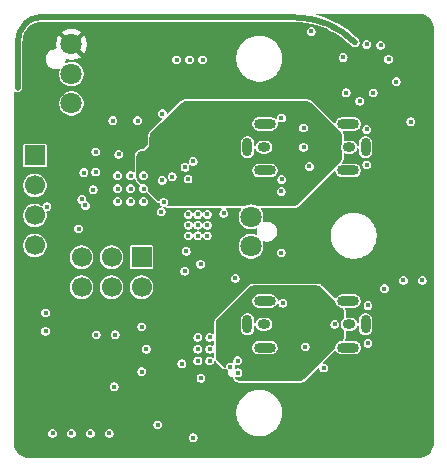
<source format=gbr>
%TF.GenerationSoftware,KiCad,Pcbnew,9.0.3*%
%TF.CreationDate,2025-08-02T18:11:11+02:00*%
%TF.ProjectId,USBPanel,55534250-616e-4656-9c2e-6b696361645f,rev?*%
%TF.SameCoordinates,Original*%
%TF.FileFunction,Copper,L3,Inr*%
%TF.FilePolarity,Positive*%
%FSLAX46Y46*%
G04 Gerber Fmt 4.6, Leading zero omitted, Abs format (unit mm)*
G04 Created by KiCad (PCBNEW 9.0.3) date 2025-08-02 18:11:11*
%MOMM*%
%LPD*%
G01*
G04 APERTURE LIST*
%TA.AperFunction,ComponentPad*%
%ADD10R,1.700000X1.700000*%
%TD*%
%TA.AperFunction,ComponentPad*%
%ADD11C,1.700000*%
%TD*%
%TA.AperFunction,ComponentPad*%
%ADD12C,1.800000*%
%TD*%
%TA.AperFunction,ComponentPad*%
%ADD13O,0.850000X1.550000*%
%TD*%
%TA.AperFunction,ComponentPad*%
%ADD14O,1.080000X0.800000*%
%TD*%
%TA.AperFunction,ComponentPad*%
%ADD15O,1.850000X0.850000*%
%TD*%
%TA.AperFunction,ViaPad*%
%ADD16C,0.450000*%
%TD*%
%TA.AperFunction,Conductor*%
%ADD17C,0.500000*%
%TD*%
G04 APERTURE END LIST*
D10*
%TO.N,Net-(J6-Pin_1)*%
%TO.C,J6*%
X132000000Y-93200000D03*
D11*
%TO.N,Net-(J6-Pin_2)*%
X132000000Y-95740000D03*
%TO.N,Net-(J6-Pin_3)*%
X132000000Y-98280000D03*
%TO.N,GND*%
X132000000Y-100820000D03*
%TD*%
D12*
%TO.N,Net-(J5-Pin_1)*%
%TO.C,J5*%
X150300000Y-100900000D03*
%TO.N,GND*%
X150300000Y-98400000D03*
%TD*%
D10*
%TO.N,Net-(J7-Pin_1)*%
%TO.C,J7*%
X141040000Y-101825000D03*
D11*
%TO.N,Net-(J7-Pin_2)*%
X141040000Y-104365000D03*
%TO.N,Net-(J7-Pin_3)*%
X138500000Y-101825000D03*
%TO.N,Net-(J7-Pin_4)*%
X138500000Y-104365000D03*
%TO.N,GND*%
X135960000Y-101825000D03*
X135960000Y-104365000D03*
%TD*%
D12*
%TO.N,+5V*%
%TO.C,J3*%
X135100000Y-83800000D03*
%TO.N,/+3.3V_EXT*%
X135100000Y-86300000D03*
%TO.N,GND*%
X135100000Y-88800000D03*
%TD*%
D13*
%TO.N,GND*%
%TO.C,J2*%
X160000000Y-107500000D03*
D14*
X158610000Y-107500000D03*
D15*
X158525000Y-109475000D03*
X158525000Y-105525000D03*
X151475000Y-109475000D03*
X151475000Y-105525000D03*
D14*
X151390000Y-107500000D03*
D13*
X150000000Y-107500000D03*
%TD*%
%TO.N,GND*%
%TO.C,J1*%
X160000000Y-92500000D03*
D14*
X158610000Y-92500000D03*
D15*
X158525000Y-94475000D03*
X158525000Y-90525000D03*
X151475000Y-94475000D03*
X151475000Y-90525000D03*
D14*
X151390000Y-92500000D03*
D13*
X150000000Y-92500000D03*
%TD*%
D16*
%TO.N,/PORT2_HI*%
X145400000Y-117100000D03*
%TO.N,/PORT2_EN*%
X142400000Y-116000000D03*
%TO.N,/PORT2_HI*%
X146060000Y-112050000D03*
%TO.N,Net-(Q5-G)*%
X142780000Y-95300000D03*
%TO.N,Net-(Q4-G)*%
X142910000Y-97150000D03*
%TO.N,GND*%
X140100000Y-97100000D03*
X146800000Y-110600000D03*
X157385000Y-107500000D03*
X158100000Y-84900000D03*
X153000000Y-105700000D03*
X138600000Y-90250000D03*
X135100000Y-116725000D03*
X138300000Y-116725000D03*
X141050000Y-107700000D03*
X142800000Y-89650000D03*
X146800000Y-109600000D03*
X139000000Y-97100000D03*
X141200000Y-97100000D03*
X148975000Y-103600000D03*
X156450000Y-111200000D03*
X132900000Y-106525000D03*
X159500000Y-88600000D03*
X161270000Y-83870000D03*
X152862500Y-96250000D03*
X140700000Y-90250000D03*
X149200000Y-111600000D03*
X141050000Y-111500000D03*
X140100000Y-94900000D03*
X136700000Y-116725000D03*
X162600000Y-86950000D03*
X146800000Y-108600000D03*
X133500000Y-116725000D03*
X145400000Y-93700000D03*
X144000000Y-85100000D03*
X141200000Y-96000000D03*
X160100000Y-94000000D03*
X135700000Y-99400000D03*
X160200000Y-105900000D03*
X140100000Y-96000000D03*
X145800000Y-109600000D03*
X138705000Y-112775000D03*
X160100000Y-83800000D03*
X139100000Y-93100000D03*
X144700000Y-103000000D03*
X133020000Y-97540000D03*
X145800000Y-110600000D03*
X154900000Y-109400000D03*
X145800000Y-108600000D03*
X139000000Y-96000000D03*
X148000000Y-98100000D03*
X141200000Y-94900000D03*
X160100000Y-91000000D03*
X139000000Y-94900000D03*
X146200000Y-85100000D03*
X160200000Y-109100000D03*
X144970000Y-95200000D03*
X152862500Y-101450000D03*
X141425000Y-109600000D03*
X163837500Y-90350000D03*
X145100000Y-85100000D03*
%TO.N,/+3.3V_EXT*%
X137150000Y-92900000D03*
%TO.N,+3.3V*%
X132900000Y-108075000D03*
X130540000Y-87460000D03*
X137150000Y-94600000D03*
X159100000Y-83630000D03*
%TO.N,Net-(U1-LDO_1V5)*%
X136930000Y-96100000D03*
%TO.N,+5V*%
X139500000Y-85100000D03*
X140100000Y-93100000D03*
X138300000Y-84200000D03*
X138400000Y-85100000D03*
X143000000Y-111100000D03*
X164750000Y-106950000D03*
X140100000Y-93900000D03*
X140100000Y-92400000D03*
X143000000Y-108100000D03*
X137000000Y-83800000D03*
X138700000Y-91800000D03*
X144000000Y-109100000D03*
X138100000Y-92400000D03*
X163250000Y-85050000D03*
X164750000Y-91950000D03*
X143000000Y-111900000D03*
X143000000Y-110200000D03*
X140600000Y-91900000D03*
X143000000Y-109000000D03*
X143000000Y-107300000D03*
X145000000Y-109100000D03*
X140600000Y-85100000D03*
X139500000Y-91800000D03*
X141100000Y-92400000D03*
%TO.N,Net-(J1-CC1)*%
X143625000Y-95000000D03*
X152880000Y-90030000D03*
%TO.N,Net-(J1-CC2)*%
X152900000Y-95229493D03*
X144710000Y-94190000D03*
%TO.N,/PORT1_D+*%
X154750000Y-92500000D03*
%TO.N,/PORT1_D-*%
X155250000Y-94130000D03*
X154750000Y-90870000D03*
%TO.N,Net-(J2-CC1)*%
X148540000Y-111100000D03*
%TO.N,Net-(J2-CC2)*%
X149170000Y-110570000D03*
%TO.N,Net-(J4-Pin_3)*%
X160650000Y-87900000D03*
%TO.N,Net-(J4-Pin_2)*%
X158350000Y-87900000D03*
%TO.N,Net-(J4-Pin_1)*%
X161950000Y-85050000D03*
%TO.N,Net-(J5-Pin_1)*%
X146025000Y-102400000D03*
%TO.N,Net-(J7-Pin_4)*%
X138800000Y-108375000D03*
%TO.N,Net-(J7-Pin_2)*%
X137200000Y-108375000D03*
%TO.N,Net-(Q1-D)*%
X145000000Y-99100000D03*
X145800000Y-98200000D03*
X145800000Y-99100000D03*
X146600000Y-99100000D03*
X145800000Y-100000000D03*
X145000000Y-100000000D03*
X146600000Y-98200000D03*
X145000000Y-98200000D03*
X146600000Y-100000000D03*
%TO.N,Net-(Q2-G)*%
X144802500Y-101300000D03*
%TO.N,/PORT1_UFP*%
X136150000Y-94650000D03*
X155400000Y-82700000D03*
%TO.N,/PORT2_HI*%
X136280000Y-97430000D03*
%TO.N,Net-(U1-~{I2Cc_IRQ})*%
X142700000Y-97975000D03*
%TO.N,Net-(U4-~{FAULT})*%
X164800000Y-103775000D03*
%TO.N,Net-(U4-~{UFP})*%
X161600000Y-104475000D03*
%TO.N,Net-(U4-~{LD_DET})*%
X163200000Y-103775000D03*
%TO.N,/PORT2_EN*%
X135980000Y-96920000D03*
X144440000Y-110850000D03*
%TO.N,/PORT1_VBUS*%
X141900000Y-93100000D03*
X146200000Y-96500000D03*
X146800000Y-97100000D03*
X145600000Y-97100000D03*
X143300000Y-91800000D03*
X142800000Y-91300000D03*
X145600000Y-96500000D03*
X141200000Y-93200000D03*
X142300000Y-91900000D03*
X142100000Y-92500000D03*
X153750000Y-94130000D03*
X155700000Y-90100000D03*
X140900000Y-93900000D03*
X156250000Y-94130000D03*
X156250000Y-92500000D03*
X146200000Y-97100000D03*
X156250000Y-90880000D03*
X153900000Y-92500000D03*
X154600000Y-95000000D03*
X153750000Y-90880000D03*
X146800000Y-96500000D03*
%TO.N,/PORT2_VBUS*%
X153750000Y-109140000D03*
X150500000Y-110440000D03*
X149800000Y-110100000D03*
X154500000Y-111600000D03*
X149300000Y-109600000D03*
X153760000Y-105850000D03*
X151910000Y-110780000D03*
X156250000Y-109140000D03*
X156250000Y-105850000D03*
X154500000Y-110800000D03*
X156415000Y-107500000D03*
X147750000Y-109100000D03*
X151210000Y-110690000D03*
X153750000Y-107500000D03*
%TD*%
D17*
%TO.N,+3.3V*%
X132388823Y-81510000D02*
X153981867Y-81510000D01*
X130540000Y-87460000D02*
X130540000Y-83655807D01*
X131230000Y-81990000D02*
G75*
G02*
X132388823Y-81510009I1158800J-1158800D01*
G01*
X130540000Y-83655807D02*
G75*
G02*
X131229998Y-81989998I2355800J7D01*
G01*
X153981867Y-81510000D02*
G75*
G02*
X159100010Y-83629990I33J-7238100D01*
G01*
%TD*%
%TA.AperFunction,Conductor*%
%TO.N,/PORT2_VBUS*%
G36*
X155897701Y-104200633D02*
G01*
X156012646Y-104215765D01*
X156031303Y-104220765D01*
X156133893Y-104263259D01*
X156150617Y-104272914D01*
X156242604Y-104343498D01*
X156249874Y-104349874D01*
X157427826Y-105527826D01*
X157449500Y-105580152D01*
X157449500Y-105600768D01*
X157488717Y-105747130D01*
X157488721Y-105747139D01*
X157545186Y-105844938D01*
X157564485Y-105878365D01*
X157671635Y-105985515D01*
X157802865Y-106061281D01*
X157949231Y-106100499D01*
X157949232Y-106100500D01*
X157969848Y-106100500D01*
X158022174Y-106122174D01*
X158050125Y-106150125D01*
X158056502Y-106157396D01*
X158127084Y-106249380D01*
X158136740Y-106266106D01*
X158179234Y-106368696D01*
X158184234Y-106387355D01*
X158199367Y-106502298D01*
X158200000Y-106511957D01*
X158200000Y-106977497D01*
X158178326Y-107029823D01*
X158163001Y-107041582D01*
X158131990Y-107059487D01*
X158131989Y-107059487D01*
X158029491Y-107161984D01*
X157957016Y-107287513D01*
X157957014Y-107287518D01*
X157919500Y-107427522D01*
X157919500Y-107572477D01*
X157957014Y-107712481D01*
X157957016Y-107712486D01*
X158029491Y-107838015D01*
X158131985Y-107940509D01*
X158162999Y-107958415D01*
X158197478Y-108003348D01*
X158200000Y-108022501D01*
X158200000Y-108488042D01*
X158199367Y-108497701D01*
X158184234Y-108612644D01*
X158179234Y-108631303D01*
X158136740Y-108733893D01*
X158127081Y-108750624D01*
X158056507Y-108842597D01*
X158050126Y-108849873D01*
X158022175Y-108877825D01*
X157969849Y-108899500D01*
X157949232Y-108899500D01*
X157802869Y-108938717D01*
X157802860Y-108938721D01*
X157671637Y-109014483D01*
X157564483Y-109121637D01*
X157488721Y-109252860D01*
X157488717Y-109252869D01*
X157449500Y-109399231D01*
X157449500Y-109419848D01*
X157427826Y-109472174D01*
X154749874Y-112150125D01*
X154742597Y-112156507D01*
X154650624Y-112227081D01*
X154633893Y-112236740D01*
X154531303Y-112279234D01*
X154512644Y-112284234D01*
X154397701Y-112299367D01*
X154388042Y-112300000D01*
X149411958Y-112300000D01*
X149402299Y-112299367D01*
X149287355Y-112284234D01*
X149268696Y-112279234D01*
X149166106Y-112236740D01*
X149149380Y-112227084D01*
X149057396Y-112156502D01*
X149050125Y-112150125D01*
X148967122Y-112067122D01*
X148945448Y-112014796D01*
X148967122Y-111962470D01*
X149019448Y-111940796D01*
X149050174Y-111949030D01*
X149050579Y-111948053D01*
X149055060Y-111949909D01*
X149055062Y-111949910D01*
X149055063Y-111949910D01*
X149055065Y-111949911D01*
X149101936Y-111962470D01*
X149150562Y-111975499D01*
X149150563Y-111975500D01*
X149150565Y-111975500D01*
X149249437Y-111975500D01*
X149249437Y-111975499D01*
X149344938Y-111949910D01*
X149430562Y-111900475D01*
X149500475Y-111830562D01*
X149549910Y-111744938D01*
X149575499Y-111649437D01*
X149575500Y-111649437D01*
X149575500Y-111550563D01*
X149575499Y-111550562D01*
X149575214Y-111549500D01*
X149549910Y-111455062D01*
X149546935Y-111449910D01*
X149500474Y-111369437D01*
X149430562Y-111299525D01*
X149344939Y-111250090D01*
X149344934Y-111250088D01*
X149249437Y-111224500D01*
X149249435Y-111224500D01*
X149150565Y-111224500D01*
X149150563Y-111224500D01*
X149055065Y-111250088D01*
X149055056Y-111250092D01*
X149012768Y-111274507D01*
X148956616Y-111281899D01*
X148911683Y-111247420D01*
X148904291Y-111191268D01*
X148915499Y-111149437D01*
X148915500Y-111149437D01*
X148915500Y-111050563D01*
X148908407Y-111024096D01*
X148900271Y-110993730D01*
X148907663Y-110937579D01*
X148952595Y-110903100D01*
X149008748Y-110910492D01*
X149008749Y-110910492D01*
X149017463Y-110915523D01*
X149025062Y-110919910D01*
X149025064Y-110919910D01*
X149025065Y-110919911D01*
X149072813Y-110932705D01*
X149120562Y-110945499D01*
X149120563Y-110945500D01*
X149120565Y-110945500D01*
X149219437Y-110945500D01*
X149219437Y-110945499D01*
X149314938Y-110919910D01*
X149400562Y-110870475D01*
X149470475Y-110800562D01*
X149519910Y-110714938D01*
X149545499Y-110619437D01*
X149545500Y-110619437D01*
X149545500Y-110520563D01*
X149545499Y-110520562D01*
X149519911Y-110425065D01*
X149519909Y-110425060D01*
X149470474Y-110339437D01*
X149400562Y-110269525D01*
X149314939Y-110220090D01*
X149314934Y-110220088D01*
X149219437Y-110194500D01*
X149219435Y-110194500D01*
X149120565Y-110194500D01*
X149120563Y-110194500D01*
X149025065Y-110220088D01*
X149025060Y-110220090D01*
X148939437Y-110269525D01*
X148869525Y-110339437D01*
X148820090Y-110425060D01*
X148820088Y-110425065D01*
X148794500Y-110520562D01*
X148794500Y-110619437D01*
X148809728Y-110676268D01*
X148802336Y-110732421D01*
X148757403Y-110766899D01*
X148701251Y-110759508D01*
X148684938Y-110750090D01*
X148684934Y-110750088D01*
X148589437Y-110724500D01*
X148589435Y-110724500D01*
X148490565Y-110724500D01*
X148490563Y-110724500D01*
X148395065Y-110750088D01*
X148395060Y-110750090D01*
X148309437Y-110799525D01*
X148239525Y-110869437D01*
X148190090Y-110955060D01*
X148190088Y-110955065D01*
X148164500Y-111050562D01*
X148164500Y-111085848D01*
X148142826Y-111138174D01*
X148090500Y-111159848D01*
X148038174Y-111138174D01*
X147449874Y-110549874D01*
X147443498Y-110542604D01*
X147372914Y-110450617D01*
X147363259Y-110433893D01*
X147320765Y-110331303D01*
X147315765Y-110312644D01*
X147310088Y-110269525D01*
X147300633Y-110197701D01*
X147300000Y-110188042D01*
X147300000Y-109399231D01*
X150399500Y-109399231D01*
X150399500Y-109550768D01*
X150438717Y-109697130D01*
X150438721Y-109697139D01*
X150483963Y-109775500D01*
X150514485Y-109828365D01*
X150621635Y-109935515D01*
X150752865Y-110011281D01*
X150899231Y-110050499D01*
X150899232Y-110050500D01*
X150899234Y-110050500D01*
X152050768Y-110050500D01*
X152050768Y-110050499D01*
X152197135Y-110011281D01*
X152328365Y-109935515D01*
X152435515Y-109828365D01*
X152511281Y-109697135D01*
X152550499Y-109550768D01*
X152550500Y-109550768D01*
X152550500Y-109399232D01*
X152550499Y-109399231D01*
X152537458Y-109350562D01*
X154524500Y-109350562D01*
X154524500Y-109449437D01*
X154550088Y-109544934D01*
X154550090Y-109544939D01*
X154599525Y-109630562D01*
X154669438Y-109700475D01*
X154755062Y-109749910D01*
X154755063Y-109749910D01*
X154755065Y-109749911D01*
X154802813Y-109762705D01*
X154850562Y-109775499D01*
X154850563Y-109775500D01*
X154850565Y-109775500D01*
X154949437Y-109775500D01*
X154949437Y-109775499D01*
X155044938Y-109749910D01*
X155130562Y-109700475D01*
X155200475Y-109630562D01*
X155249910Y-109544938D01*
X155275499Y-109449437D01*
X155275500Y-109449437D01*
X155275500Y-109350563D01*
X155275499Y-109350562D01*
X155249911Y-109255065D01*
X155249909Y-109255060D01*
X155200474Y-109169437D01*
X155130562Y-109099525D01*
X155044939Y-109050090D01*
X155044934Y-109050088D01*
X154949437Y-109024500D01*
X154949435Y-109024500D01*
X154850565Y-109024500D01*
X154850563Y-109024500D01*
X154755065Y-109050088D01*
X154755060Y-109050090D01*
X154669437Y-109099525D01*
X154599525Y-109169437D01*
X154550090Y-109255060D01*
X154550088Y-109255065D01*
X154524500Y-109350562D01*
X152537458Y-109350562D01*
X152511281Y-109252865D01*
X152435515Y-109121635D01*
X152328365Y-109014485D01*
X152328362Y-109014483D01*
X152197139Y-108938721D01*
X152197130Y-108938717D01*
X152050768Y-108899500D01*
X152050766Y-108899500D01*
X150899234Y-108899500D01*
X150899232Y-108899500D01*
X150752869Y-108938717D01*
X150752860Y-108938721D01*
X150621637Y-109014483D01*
X150514483Y-109121637D01*
X150438721Y-109252860D01*
X150438717Y-109252869D01*
X150399500Y-109399231D01*
X147300000Y-109399231D01*
X147300000Y-107411957D01*
X147300633Y-107402298D01*
X147315744Y-107287518D01*
X147315766Y-107287351D01*
X147320765Y-107268696D01*
X147363260Y-107166102D01*
X147372911Y-107149385D01*
X147430579Y-107074231D01*
X149424500Y-107074231D01*
X149424500Y-107925768D01*
X149463717Y-108072130D01*
X149463718Y-108072133D01*
X149463719Y-108072135D01*
X149539485Y-108203365D01*
X149646635Y-108310515D01*
X149777865Y-108386281D01*
X149924231Y-108425499D01*
X149924232Y-108425500D01*
X149924234Y-108425500D01*
X150075768Y-108425500D01*
X150075768Y-108425499D01*
X150222135Y-108386281D01*
X150353365Y-108310515D01*
X150460515Y-108203365D01*
X150536281Y-108072135D01*
X150575499Y-107925768D01*
X150575500Y-107925768D01*
X150575500Y-107671785D01*
X150597174Y-107619459D01*
X150649500Y-107597785D01*
X150701826Y-107619459D01*
X150720978Y-107652632D01*
X150737014Y-107712481D01*
X150737016Y-107712486D01*
X150787817Y-107800475D01*
X150809491Y-107838015D01*
X150911985Y-107940509D01*
X151037515Y-108012984D01*
X151037516Y-108012984D01*
X151037518Y-108012985D01*
X151107520Y-108031742D01*
X151177522Y-108050499D01*
X151177523Y-108050500D01*
X151177525Y-108050500D01*
X151602477Y-108050500D01*
X151602477Y-108050499D01*
X151742485Y-108012984D01*
X151868015Y-107940509D01*
X151970509Y-107838015D01*
X152042984Y-107712485D01*
X152080499Y-107572477D01*
X152080500Y-107572477D01*
X152080500Y-107450562D01*
X157009500Y-107450562D01*
X157009500Y-107549437D01*
X157035088Y-107644934D01*
X157035090Y-107644939D01*
X157039532Y-107652632D01*
X157084525Y-107730562D01*
X157154438Y-107800475D01*
X157240062Y-107849910D01*
X157240063Y-107849910D01*
X157240065Y-107849911D01*
X157287813Y-107862705D01*
X157335562Y-107875499D01*
X157335563Y-107875500D01*
X157335565Y-107875500D01*
X157434437Y-107875500D01*
X157434437Y-107875499D01*
X157529938Y-107849910D01*
X157615562Y-107800475D01*
X157685475Y-107730562D01*
X157734910Y-107644938D01*
X157760499Y-107549437D01*
X157760500Y-107549437D01*
X157760500Y-107450563D01*
X157760499Y-107450562D01*
X157734911Y-107355065D01*
X157734909Y-107355060D01*
X157695913Y-107287518D01*
X157685475Y-107269438D01*
X157615562Y-107199525D01*
X157557672Y-107166102D01*
X157529939Y-107150090D01*
X157529934Y-107150088D01*
X157434437Y-107124500D01*
X157434435Y-107124500D01*
X157335565Y-107124500D01*
X157335563Y-107124500D01*
X157240065Y-107150088D01*
X157240060Y-107150090D01*
X157154437Y-107199525D01*
X157084525Y-107269437D01*
X157035090Y-107355060D01*
X157035088Y-107355065D01*
X157009500Y-107450562D01*
X152080500Y-107450562D01*
X152080500Y-107427523D01*
X152080499Y-107427522D01*
X152076328Y-107411957D01*
X152061083Y-107355060D01*
X152042985Y-107287518D01*
X152042983Y-107287513D01*
X151970508Y-107161984D01*
X151868015Y-107059491D01*
X151742486Y-106987016D01*
X151742481Y-106987014D01*
X151602477Y-106949500D01*
X151602475Y-106949500D01*
X151177525Y-106949500D01*
X151177523Y-106949500D01*
X151037518Y-106987014D01*
X151037513Y-106987016D01*
X150911984Y-107059491D01*
X150809491Y-107161984D01*
X150737016Y-107287513D01*
X150737014Y-107287518D01*
X150720978Y-107347367D01*
X150686500Y-107392300D01*
X150630347Y-107399692D01*
X150585414Y-107365214D01*
X150575500Y-107328214D01*
X150575500Y-107074232D01*
X150575499Y-107074231D01*
X150571549Y-107059491D01*
X150536281Y-106927865D01*
X150460515Y-106796635D01*
X150353365Y-106689485D01*
X150353362Y-106689483D01*
X150222139Y-106613721D01*
X150222130Y-106613717D01*
X150075768Y-106574500D01*
X150075766Y-106574500D01*
X149924234Y-106574500D01*
X149924232Y-106574500D01*
X149777869Y-106613717D01*
X149777860Y-106613721D01*
X149646637Y-106689483D01*
X149539483Y-106796637D01*
X149463721Y-106927860D01*
X149463717Y-106927869D01*
X149424500Y-107074231D01*
X147430579Y-107074231D01*
X147443504Y-107057387D01*
X147449866Y-107050133D01*
X149050768Y-105449231D01*
X150399500Y-105449231D01*
X150399500Y-105600768D01*
X150438717Y-105747130D01*
X150438721Y-105747139D01*
X150495186Y-105844938D01*
X150514485Y-105878365D01*
X150621635Y-105985515D01*
X150752865Y-106061281D01*
X150899231Y-106100499D01*
X150899232Y-106100500D01*
X150899234Y-106100500D01*
X152050768Y-106100500D01*
X152050768Y-106100499D01*
X152197135Y-106061281D01*
X152328365Y-105985515D01*
X152435515Y-105878365D01*
X152498864Y-105768640D01*
X152543797Y-105734162D01*
X152599950Y-105741555D01*
X152634427Y-105786486D01*
X152650090Y-105844938D01*
X152699525Y-105930562D01*
X152769438Y-106000475D01*
X152855062Y-106049910D01*
X152855063Y-106049910D01*
X152855065Y-106049911D01*
X152897488Y-106061278D01*
X152950562Y-106075499D01*
X152950563Y-106075500D01*
X152950565Y-106075500D01*
X153049437Y-106075500D01*
X153049437Y-106075499D01*
X153144938Y-106049910D01*
X153230562Y-106000475D01*
X153300475Y-105930562D01*
X153349910Y-105844938D01*
X153375499Y-105749437D01*
X153375500Y-105749437D01*
X153375500Y-105650563D01*
X153375499Y-105650562D01*
X153349911Y-105555065D01*
X153349909Y-105555060D01*
X153311414Y-105488385D01*
X153300475Y-105469438D01*
X153230562Y-105399525D01*
X153144939Y-105350090D01*
X153144934Y-105350088D01*
X153049437Y-105324500D01*
X153049435Y-105324500D01*
X152950565Y-105324500D01*
X152950563Y-105324500D01*
X152855065Y-105350088D01*
X152855060Y-105350090D01*
X152769437Y-105399525D01*
X152699525Y-105469437D01*
X152688586Y-105488385D01*
X152643652Y-105522864D01*
X152587500Y-105515471D01*
X152553021Y-105470537D01*
X152550500Y-105451385D01*
X152550500Y-105449232D01*
X152550499Y-105449231D01*
X152511282Y-105302869D01*
X152511281Y-105302865D01*
X152435515Y-105171635D01*
X152328365Y-105064485D01*
X152328362Y-105064483D01*
X152197139Y-104988721D01*
X152197130Y-104988717D01*
X152050768Y-104949500D01*
X152050766Y-104949500D01*
X150899234Y-104949500D01*
X150899232Y-104949500D01*
X150752869Y-104988717D01*
X150752860Y-104988721D01*
X150621637Y-105064483D01*
X150514483Y-105171637D01*
X150438721Y-105302860D01*
X150438717Y-105302869D01*
X150399500Y-105449231D01*
X149050768Y-105449231D01*
X150150133Y-104349866D01*
X150157387Y-104343504D01*
X150249385Y-104272911D01*
X150266102Y-104263260D01*
X150368698Y-104220764D01*
X150387351Y-104215766D01*
X150502299Y-104200633D01*
X150511958Y-104200000D01*
X155888042Y-104200000D01*
X155897701Y-104200633D01*
G37*
%TD.AperFunction*%
%TD*%
%TA.AperFunction,Conductor*%
%TO.N,/PORT1_VBUS*%
G36*
X155002895Y-88600604D02*
G01*
X155019813Y-88602779D01*
X155115244Y-88615049D01*
X155133497Y-88619820D01*
X155234109Y-88660428D01*
X155250567Y-88669666D01*
X155341467Y-88737253D01*
X155348678Y-88743368D01*
X157045834Y-90379911D01*
X157610858Y-90924756D01*
X157611818Y-90925698D01*
X157671634Y-90985514D01*
X157675482Y-90988466D01*
X157675313Y-90988685D01*
X157683718Y-90995014D01*
X157843497Y-91149086D01*
X157850140Y-91156411D01*
X157920670Y-91245499D01*
X157923762Y-91249404D01*
X157933850Y-91266398D01*
X157978271Y-91370943D01*
X157983501Y-91390001D01*
X157999337Y-91507531D01*
X158000000Y-91517412D01*
X158000000Y-92193235D01*
X157990086Y-92230234D01*
X157957015Y-92287515D01*
X157919500Y-92427522D01*
X157919500Y-92572477D01*
X157957014Y-92712481D01*
X157957015Y-92712483D01*
X157957016Y-92712485D01*
X157990086Y-92769765D01*
X158000000Y-92806763D01*
X158000000Y-93388042D01*
X157999367Y-93397701D01*
X157984234Y-93512644D01*
X157979234Y-93531303D01*
X157936740Y-93633893D01*
X157927081Y-93650624D01*
X157856507Y-93742597D01*
X157850125Y-93749874D01*
X154249874Y-97350125D01*
X154242597Y-97356507D01*
X154199118Y-97389870D01*
X154152033Y-97426000D01*
X154150624Y-97427081D01*
X154133893Y-97436740D01*
X154031303Y-97479234D01*
X154012644Y-97484234D01*
X153897701Y-97499367D01*
X153888042Y-97500000D01*
X150866353Y-97500000D01*
X150825241Y-97487529D01*
X150797598Y-97469059D01*
X150606420Y-97389870D01*
X150606413Y-97389868D01*
X150453516Y-97359455D01*
X150403465Y-97349500D01*
X150196535Y-97349500D01*
X150161308Y-97356507D01*
X149993586Y-97389868D01*
X149993579Y-97389870D01*
X149802401Y-97469059D01*
X149774759Y-97487529D01*
X149733647Y-97500000D01*
X143268884Y-97500000D01*
X143216558Y-97478326D01*
X143194884Y-97426000D01*
X143208745Y-97385163D01*
X143208050Y-97384762D01*
X143210069Y-97381263D01*
X143210176Y-97380951D01*
X143210469Y-97380567D01*
X143210475Y-97380562D01*
X143259910Y-97294938D01*
X143285499Y-97199437D01*
X143285500Y-97199437D01*
X143285500Y-97100563D01*
X143285499Y-97100562D01*
X143259911Y-97005065D01*
X143259909Y-97005060D01*
X143246663Y-96982117D01*
X143210475Y-96919438D01*
X143140562Y-96849525D01*
X143054939Y-96800090D01*
X143054934Y-96800088D01*
X142959437Y-96774500D01*
X142959435Y-96774500D01*
X142860565Y-96774500D01*
X142860563Y-96774500D01*
X142765065Y-96800088D01*
X142765060Y-96800090D01*
X142679437Y-96849525D01*
X142609525Y-96919437D01*
X142560090Y-97005060D01*
X142558235Y-97009541D01*
X142556455Y-97008804D01*
X142526008Y-97048465D01*
X142469854Y-97055845D01*
X142436697Y-97036697D01*
X141600562Y-96200562D01*
X152487000Y-96200562D01*
X152487000Y-96299437D01*
X152512588Y-96394934D01*
X152512590Y-96394939D01*
X152562025Y-96480562D01*
X152631938Y-96550475D01*
X152717562Y-96599910D01*
X152717563Y-96599910D01*
X152717565Y-96599911D01*
X152765313Y-96612705D01*
X152813062Y-96625499D01*
X152813063Y-96625500D01*
X152813065Y-96625500D01*
X152911937Y-96625500D01*
X152911937Y-96625499D01*
X153007438Y-96599910D01*
X153093062Y-96550475D01*
X153162975Y-96480562D01*
X153212410Y-96394938D01*
X153237999Y-96299437D01*
X153238000Y-96299437D01*
X153238000Y-96200563D01*
X153237999Y-96200562D01*
X153212411Y-96105065D01*
X153212409Y-96105060D01*
X153162974Y-96019437D01*
X153093062Y-95949525D01*
X153007439Y-95900090D01*
X153007434Y-95900088D01*
X152911937Y-95874500D01*
X152911935Y-95874500D01*
X152813065Y-95874500D01*
X152813063Y-95874500D01*
X152717565Y-95900088D01*
X152717560Y-95900090D01*
X152631937Y-95949525D01*
X152562025Y-96019437D01*
X152512590Y-96105060D01*
X152512588Y-96105065D01*
X152487000Y-96200562D01*
X141600562Y-96200562D01*
X141579069Y-96179069D01*
X141557395Y-96126743D01*
X141559916Y-96107593D01*
X141575500Y-96049435D01*
X141575500Y-95950565D01*
X141575500Y-95950563D01*
X141575499Y-95950562D01*
X141549911Y-95855065D01*
X141549909Y-95855060D01*
X141500474Y-95769437D01*
X141430562Y-95699525D01*
X141344939Y-95650090D01*
X141344934Y-95650088D01*
X141249437Y-95624500D01*
X141249435Y-95624500D01*
X141150565Y-95624500D01*
X141092408Y-95640083D01*
X141036256Y-95632690D01*
X141020930Y-95620930D01*
X140749874Y-95349874D01*
X140743498Y-95342604D01*
X140672914Y-95250617D01*
X140663259Y-95233893D01*
X140620765Y-95131303D01*
X140615765Y-95112644D01*
X140600633Y-94997701D01*
X140600000Y-94988042D01*
X140600000Y-94850562D01*
X140824500Y-94850562D01*
X140824500Y-94949437D01*
X140850088Y-95044934D01*
X140850090Y-95044939D01*
X140874935Y-95087971D01*
X140899525Y-95130562D01*
X140969438Y-95200475D01*
X140989440Y-95212023D01*
X141054242Y-95249437D01*
X141055062Y-95249910D01*
X141055063Y-95249910D01*
X141055065Y-95249911D01*
X141102813Y-95262705D01*
X141150562Y-95275499D01*
X141150563Y-95275500D01*
X141150565Y-95275500D01*
X141249437Y-95275500D01*
X141249437Y-95275499D01*
X141342505Y-95250562D01*
X142404500Y-95250562D01*
X142404500Y-95349437D01*
X142430088Y-95444934D01*
X142430090Y-95444939D01*
X142462154Y-95500475D01*
X142479525Y-95530562D01*
X142549438Y-95600475D01*
X142635062Y-95649910D01*
X142635063Y-95649910D01*
X142635065Y-95649911D01*
X142682813Y-95662705D01*
X142730562Y-95675499D01*
X142730563Y-95675500D01*
X142730565Y-95675500D01*
X142829437Y-95675500D01*
X142829437Y-95675499D01*
X142924938Y-95649910D01*
X143010562Y-95600475D01*
X143080475Y-95530562D01*
X143129910Y-95444938D01*
X143155499Y-95349437D01*
X143155500Y-95349437D01*
X143155500Y-95250563D01*
X143150140Y-95230562D01*
X143129910Y-95155062D01*
X143080475Y-95069438D01*
X143010562Y-94999525D01*
X142958450Y-94969438D01*
X142925757Y-94950562D01*
X143249500Y-94950562D01*
X143249500Y-95049437D01*
X143259825Y-95087971D01*
X143259828Y-95087981D01*
X143275090Y-95144938D01*
X143283906Y-95160208D01*
X143283907Y-95160210D01*
X143324525Y-95230562D01*
X143394438Y-95300475D01*
X143457117Y-95336663D01*
X143479999Y-95349874D01*
X143480062Y-95349910D01*
X143480063Y-95349910D01*
X143480065Y-95349911D01*
X143527813Y-95362705D01*
X143575562Y-95375499D01*
X143575563Y-95375500D01*
X143575565Y-95375500D01*
X143674437Y-95375500D01*
X143674437Y-95375499D01*
X143769938Y-95349910D01*
X143855562Y-95300475D01*
X143925475Y-95230562D01*
X143971663Y-95150562D01*
X144594500Y-95150562D01*
X144594500Y-95249437D01*
X144620088Y-95344934D01*
X144620090Y-95344939D01*
X144637118Y-95374432D01*
X144669525Y-95430562D01*
X144739438Y-95500475D01*
X144825062Y-95549910D01*
X144825063Y-95549910D01*
X144825065Y-95549911D01*
X144872813Y-95562705D01*
X144920562Y-95575499D01*
X144920563Y-95575500D01*
X144920565Y-95575500D01*
X145019437Y-95575500D01*
X145019437Y-95575499D01*
X145114938Y-95549910D01*
X145200562Y-95500475D01*
X145270475Y-95430562D01*
X145319910Y-95344938D01*
X145345499Y-95249437D01*
X145345500Y-95249437D01*
X145345500Y-95180055D01*
X152524500Y-95180055D01*
X152524500Y-95278930D01*
X152550088Y-95374427D01*
X152550090Y-95374432D01*
X152550707Y-95375500D01*
X152599525Y-95460055D01*
X152669438Y-95529968D01*
X152755062Y-95579403D01*
X152755063Y-95579403D01*
X152755065Y-95579404D01*
X152802813Y-95592198D01*
X152850562Y-95604992D01*
X152850563Y-95604993D01*
X152850565Y-95604993D01*
X152949437Y-95604993D01*
X152949437Y-95604992D01*
X153044938Y-95579403D01*
X153130562Y-95529968D01*
X153200475Y-95460055D01*
X153249910Y-95374431D01*
X153275499Y-95278930D01*
X153275500Y-95278930D01*
X153275500Y-95180056D01*
X153275499Y-95180055D01*
X153267596Y-95150562D01*
X153261166Y-95126563D01*
X153249911Y-95084558D01*
X153249909Y-95084553D01*
X153207605Y-95011281D01*
X153200475Y-94998931D01*
X153130562Y-94929018D01*
X153079479Y-94899525D01*
X153044939Y-94879583D01*
X153044934Y-94879581D01*
X152949437Y-94853993D01*
X152949435Y-94853993D01*
X152850565Y-94853993D01*
X152850563Y-94853993D01*
X152755065Y-94879581D01*
X152755060Y-94879583D01*
X152669437Y-94929018D01*
X152599525Y-94998930D01*
X152550090Y-95084553D01*
X152550088Y-95084558D01*
X152524500Y-95180055D01*
X145345500Y-95180055D01*
X145345500Y-95150563D01*
X145345499Y-95150562D01*
X145343992Y-95144939D01*
X145328728Y-95087971D01*
X145319911Y-95055065D01*
X145319909Y-95055060D01*
X145306663Y-95032117D01*
X145270475Y-94969438D01*
X145200562Y-94899525D01*
X145114939Y-94850090D01*
X145114934Y-94850088D01*
X145019437Y-94824500D01*
X145019435Y-94824500D01*
X144920565Y-94824500D01*
X144920563Y-94824500D01*
X144825065Y-94850088D01*
X144825060Y-94850090D01*
X144739437Y-94899525D01*
X144669525Y-94969437D01*
X144620090Y-95055060D01*
X144620088Y-95055065D01*
X144594500Y-95150562D01*
X143971663Y-95150562D01*
X143974910Y-95144938D01*
X144000499Y-95049437D01*
X144000500Y-95049437D01*
X144000500Y-94950563D01*
X144000499Y-94950562D01*
X143996467Y-94935516D01*
X143974910Y-94855062D01*
X143972039Y-94850090D01*
X143925474Y-94769437D01*
X143855562Y-94699525D01*
X143769939Y-94650090D01*
X143769934Y-94650088D01*
X143674437Y-94624500D01*
X143674435Y-94624500D01*
X143575565Y-94624500D01*
X143575563Y-94624500D01*
X143480065Y-94650088D01*
X143480060Y-94650090D01*
X143394437Y-94699525D01*
X143324525Y-94769437D01*
X143275090Y-94855060D01*
X143275088Y-94855065D01*
X143249500Y-94950562D01*
X142925757Y-94950562D01*
X142924939Y-94950090D01*
X142924934Y-94950088D01*
X142829437Y-94924500D01*
X142829435Y-94924500D01*
X142730565Y-94924500D01*
X142730563Y-94924500D01*
X142635065Y-94950088D01*
X142635060Y-94950090D01*
X142549437Y-94999525D01*
X142479525Y-95069437D01*
X142430090Y-95155060D01*
X142430088Y-95155065D01*
X142404500Y-95250562D01*
X141342505Y-95250562D01*
X141344938Y-95249910D01*
X141430562Y-95200475D01*
X141500475Y-95130562D01*
X141549910Y-95044938D01*
X141575499Y-94949437D01*
X141575500Y-94949437D01*
X141575500Y-94850563D01*
X141575499Y-94850562D01*
X141569551Y-94828365D01*
X141549910Y-94755062D01*
X141500475Y-94669438D01*
X141430562Y-94599525D01*
X141344939Y-94550090D01*
X141344934Y-94550088D01*
X141249437Y-94524500D01*
X141249435Y-94524500D01*
X141150565Y-94524500D01*
X141150563Y-94524500D01*
X141055065Y-94550088D01*
X141055060Y-94550090D01*
X140969437Y-94599525D01*
X140899525Y-94669437D01*
X140850090Y-94755060D01*
X140850088Y-94755065D01*
X140824500Y-94850562D01*
X140600000Y-94850562D01*
X140600000Y-94140562D01*
X144334500Y-94140562D01*
X144334500Y-94239437D01*
X144360088Y-94334934D01*
X144360090Y-94334939D01*
X144397210Y-94399232D01*
X144409525Y-94420562D01*
X144479438Y-94490475D01*
X144565062Y-94539910D01*
X144565063Y-94539910D01*
X144565065Y-94539911D01*
X144612813Y-94552705D01*
X144660562Y-94565499D01*
X144660563Y-94565500D01*
X144660565Y-94565500D01*
X144759437Y-94565500D01*
X144759437Y-94565499D01*
X144854938Y-94539910D01*
X144940562Y-94490475D01*
X145010475Y-94420562D01*
X145022790Y-94399231D01*
X150399500Y-94399231D01*
X150399500Y-94550768D01*
X150438717Y-94697130D01*
X150438721Y-94697139D01*
X150514483Y-94828362D01*
X150514485Y-94828365D01*
X150621635Y-94935515D01*
X150752865Y-95011281D01*
X150899231Y-95050499D01*
X150899232Y-95050500D01*
X150899234Y-95050500D01*
X152050768Y-95050500D01*
X152050768Y-95050499D01*
X152197135Y-95011281D01*
X152328365Y-94935515D01*
X152435515Y-94828365D01*
X152511281Y-94697135D01*
X152550499Y-94550768D01*
X152550500Y-94550768D01*
X152550500Y-94399232D01*
X152550499Y-94399231D01*
X152511282Y-94252869D01*
X152511281Y-94252865D01*
X152435515Y-94121635D01*
X152394442Y-94080562D01*
X154874500Y-94080562D01*
X154874500Y-94179437D01*
X154900088Y-94274934D01*
X154900090Y-94274939D01*
X154947690Y-94357384D01*
X154949525Y-94360562D01*
X155019438Y-94430475D01*
X155105062Y-94479910D01*
X155105063Y-94479910D01*
X155105065Y-94479911D01*
X155144487Y-94490474D01*
X155200562Y-94505499D01*
X155200563Y-94505500D01*
X155200565Y-94505500D01*
X155299437Y-94505500D01*
X155299437Y-94505499D01*
X155394938Y-94479910D01*
X155480562Y-94430475D01*
X155550475Y-94360562D01*
X155599910Y-94274938D01*
X155625499Y-94179437D01*
X155625500Y-94179437D01*
X155625500Y-94080563D01*
X155625499Y-94080562D01*
X155624142Y-94075499D01*
X155599910Y-93985062D01*
X155550475Y-93899438D01*
X155480562Y-93829525D01*
X155454538Y-93814500D01*
X155394939Y-93780090D01*
X155394934Y-93780088D01*
X155299437Y-93754500D01*
X155299435Y-93754500D01*
X155200565Y-93754500D01*
X155200563Y-93754500D01*
X155105065Y-93780088D01*
X155105060Y-93780090D01*
X155019437Y-93829525D01*
X154949525Y-93899437D01*
X154900090Y-93985060D01*
X154900088Y-93985065D01*
X154874500Y-94080562D01*
X152394442Y-94080562D01*
X152328365Y-94014485D01*
X152315108Y-94006831D01*
X152197139Y-93938721D01*
X152197130Y-93938717D01*
X152050768Y-93899500D01*
X152050766Y-93899500D01*
X150899234Y-93899500D01*
X150899232Y-93899500D01*
X150752869Y-93938717D01*
X150752860Y-93938721D01*
X150621637Y-94014483D01*
X150514483Y-94121637D01*
X150438721Y-94252860D01*
X150438717Y-94252869D01*
X150399500Y-94399231D01*
X145022790Y-94399231D01*
X145059910Y-94334938D01*
X145085499Y-94239437D01*
X145085500Y-94239437D01*
X145085500Y-94140563D01*
X145085499Y-94140562D01*
X145071970Y-94090070D01*
X145079362Y-94033918D01*
X145124295Y-93999439D01*
X145180447Y-94006831D01*
X145227363Y-94033918D01*
X145246661Y-94045060D01*
X145255062Y-94049910D01*
X145255063Y-94049910D01*
X145255065Y-94049911D01*
X145302813Y-94062705D01*
X145350562Y-94075499D01*
X145350563Y-94075500D01*
X145350565Y-94075500D01*
X145449437Y-94075500D01*
X145449437Y-94075499D01*
X145544938Y-94049910D01*
X145630562Y-94000475D01*
X145700475Y-93930562D01*
X145749910Y-93844938D01*
X145775499Y-93749437D01*
X145775500Y-93749437D01*
X145775500Y-93650563D01*
X145775499Y-93650562D01*
X145749911Y-93555065D01*
X145749909Y-93555060D01*
X145700474Y-93469437D01*
X145630562Y-93399525D01*
X145544939Y-93350090D01*
X145544934Y-93350088D01*
X145449437Y-93324500D01*
X145449435Y-93324500D01*
X145350565Y-93324500D01*
X145350563Y-93324500D01*
X145255065Y-93350088D01*
X145255060Y-93350090D01*
X145169437Y-93399525D01*
X145099525Y-93469437D01*
X145050090Y-93555060D01*
X145050088Y-93555065D01*
X145024500Y-93650562D01*
X145024500Y-93749434D01*
X145038030Y-93799930D01*
X145030637Y-93856082D01*
X144985703Y-93890561D01*
X144929551Y-93883168D01*
X144854939Y-93840090D01*
X144854934Y-93840088D01*
X144759437Y-93814500D01*
X144759435Y-93814500D01*
X144660565Y-93814500D01*
X144660563Y-93814500D01*
X144565065Y-93840088D01*
X144565060Y-93840090D01*
X144479437Y-93889525D01*
X144409525Y-93959437D01*
X144360090Y-94045060D01*
X144360088Y-94045065D01*
X144334500Y-94140562D01*
X140600000Y-94140562D01*
X140600000Y-93311957D01*
X140600633Y-93302298D01*
X140613658Y-93203362D01*
X140615766Y-93187351D01*
X140620765Y-93168696D01*
X140663260Y-93066102D01*
X140672911Y-93049385D01*
X140743504Y-92957387D01*
X140749866Y-92950133D01*
X140755159Y-92944840D01*
X140762421Y-92938472D01*
X140850854Y-92870616D01*
X140867571Y-92860963D01*
X140966032Y-92820179D01*
X140984688Y-92815180D01*
X141053673Y-92806098D01*
X141095193Y-92800633D01*
X141104851Y-92800000D01*
X141300000Y-92800000D01*
X141700000Y-92400000D01*
X141700000Y-92074231D01*
X149424500Y-92074231D01*
X149424500Y-92925768D01*
X149463717Y-93072130D01*
X149463721Y-93072139D01*
X149530239Y-93187351D01*
X149539485Y-93203365D01*
X149646635Y-93310515D01*
X149777865Y-93386281D01*
X149924231Y-93425499D01*
X149924232Y-93425500D01*
X149924234Y-93425500D01*
X150075768Y-93425500D01*
X150075768Y-93425499D01*
X150222135Y-93386281D01*
X150353365Y-93310515D01*
X150460515Y-93203365D01*
X150536281Y-93072135D01*
X150575499Y-92925768D01*
X150575500Y-92925768D01*
X150575500Y-92671785D01*
X150597174Y-92619459D01*
X150649500Y-92597785D01*
X150701826Y-92619459D01*
X150720978Y-92652632D01*
X150737014Y-92712481D01*
X150737016Y-92712486D01*
X150796307Y-92815180D01*
X150809491Y-92838015D01*
X150911985Y-92940509D01*
X151037515Y-93012984D01*
X151037516Y-93012984D01*
X151037518Y-93012985D01*
X151107520Y-93031742D01*
X151177522Y-93050499D01*
X151177523Y-93050500D01*
X151177525Y-93050500D01*
X151602477Y-93050500D01*
X151602477Y-93050499D01*
X151742485Y-93012984D01*
X151868015Y-92940509D01*
X151970509Y-92838015D01*
X152042984Y-92712485D01*
X152080499Y-92572477D01*
X152080500Y-92572477D01*
X152080500Y-92450562D01*
X154374500Y-92450562D01*
X154374500Y-92549437D01*
X154400088Y-92644934D01*
X154400090Y-92644939D01*
X154404532Y-92652632D01*
X154449525Y-92730562D01*
X154519438Y-92800475D01*
X154605062Y-92849910D01*
X154605063Y-92849910D01*
X154605065Y-92849911D01*
X154646312Y-92860963D01*
X154700562Y-92875499D01*
X154700563Y-92875500D01*
X154700565Y-92875500D01*
X154799437Y-92875500D01*
X154799437Y-92875499D01*
X154894938Y-92849910D01*
X154980562Y-92800475D01*
X155050475Y-92730562D01*
X155099910Y-92644938D01*
X155125499Y-92549437D01*
X155125500Y-92549437D01*
X155125500Y-92450563D01*
X155125499Y-92450562D01*
X155099911Y-92355065D01*
X155099909Y-92355060D01*
X155060913Y-92287518D01*
X155050475Y-92269438D01*
X154980562Y-92199525D01*
X154894939Y-92150090D01*
X154894934Y-92150088D01*
X154799437Y-92124500D01*
X154799435Y-92124500D01*
X154700565Y-92124500D01*
X154700563Y-92124500D01*
X154605065Y-92150088D01*
X154605060Y-92150090D01*
X154519437Y-92199525D01*
X154449525Y-92269437D01*
X154400090Y-92355060D01*
X154400088Y-92355065D01*
X154374500Y-92450562D01*
X152080500Y-92450562D01*
X152080500Y-92427523D01*
X152080499Y-92427522D01*
X152073124Y-92400000D01*
X152059878Y-92350565D01*
X152042985Y-92287518D01*
X152042983Y-92287513D01*
X151970508Y-92161984D01*
X151868015Y-92059491D01*
X151742486Y-91987016D01*
X151742481Y-91987014D01*
X151602477Y-91949500D01*
X151602475Y-91949500D01*
X151177525Y-91949500D01*
X151177523Y-91949500D01*
X151037518Y-91987014D01*
X151037513Y-91987016D01*
X150911984Y-92059491D01*
X150809491Y-92161984D01*
X150737016Y-92287513D01*
X150737014Y-92287518D01*
X150720978Y-92347367D01*
X150686500Y-92392300D01*
X150630347Y-92399692D01*
X150585414Y-92365214D01*
X150575500Y-92328214D01*
X150575500Y-92074232D01*
X150575499Y-92074231D01*
X150571549Y-92059491D01*
X150536281Y-91927865D01*
X150460515Y-91796635D01*
X150353365Y-91689485D01*
X150318643Y-91669438D01*
X150222139Y-91613721D01*
X150222130Y-91613717D01*
X150075768Y-91574500D01*
X150075766Y-91574500D01*
X149924234Y-91574500D01*
X149924232Y-91574500D01*
X149777869Y-91613717D01*
X149777860Y-91613721D01*
X149646637Y-91689483D01*
X149539483Y-91796637D01*
X149463721Y-91927860D01*
X149463717Y-91927869D01*
X149424500Y-92074231D01*
X141700000Y-92074231D01*
X141700000Y-91617219D01*
X141700662Y-91607346D01*
X141705084Y-91574500D01*
X141716473Y-91489901D01*
X141721692Y-91470868D01*
X141766050Y-91366380D01*
X141776116Y-91349408D01*
X141849632Y-91256445D01*
X141856261Y-91249127D01*
X142684724Y-90449231D01*
X150399500Y-90449231D01*
X150399500Y-90600768D01*
X150438717Y-90747130D01*
X150438718Y-90747133D01*
X150438719Y-90747135D01*
X150514485Y-90878365D01*
X150621635Y-90985515D01*
X150752865Y-91061281D01*
X150899231Y-91100499D01*
X150899232Y-91100500D01*
X150899234Y-91100500D01*
X152050768Y-91100500D01*
X152050768Y-91100499D01*
X152197135Y-91061281D01*
X152328365Y-90985515D01*
X152435515Y-90878365D01*
X152468888Y-90820562D01*
X154374500Y-90820562D01*
X154374500Y-90919437D01*
X154400088Y-91014934D01*
X154400090Y-91014939D01*
X154449489Y-91100499D01*
X154449525Y-91100562D01*
X154519438Y-91170475D01*
X154605062Y-91219910D01*
X154605063Y-91219910D01*
X154605065Y-91219911D01*
X154652813Y-91232705D01*
X154700562Y-91245499D01*
X154700563Y-91245500D01*
X154700565Y-91245500D01*
X154799437Y-91245500D01*
X154799437Y-91245499D01*
X154894938Y-91219910D01*
X154980562Y-91170475D01*
X155050475Y-91100562D01*
X155099910Y-91014938D01*
X155125499Y-90919437D01*
X155125500Y-90919437D01*
X155125500Y-90820563D01*
X155125499Y-90820562D01*
X155099911Y-90725065D01*
X155099909Y-90725060D01*
X155050474Y-90639437D01*
X154980562Y-90569525D01*
X154894939Y-90520090D01*
X154894934Y-90520088D01*
X154799437Y-90494500D01*
X154799435Y-90494500D01*
X154700565Y-90494500D01*
X154700563Y-90494500D01*
X154605065Y-90520088D01*
X154605060Y-90520090D01*
X154519437Y-90569525D01*
X154449525Y-90639437D01*
X154400090Y-90725060D01*
X154400088Y-90725065D01*
X154374500Y-90820562D01*
X152468888Y-90820562D01*
X152511281Y-90747135D01*
X152550499Y-90600768D01*
X152550500Y-90600768D01*
X152550500Y-90449232D01*
X152550499Y-90449231D01*
X152540987Y-90413729D01*
X152548379Y-90357576D01*
X152593312Y-90323098D01*
X152649463Y-90330489D01*
X152735062Y-90379910D01*
X152735063Y-90379910D01*
X152735065Y-90379911D01*
X152782813Y-90392705D01*
X152830562Y-90405499D01*
X152830563Y-90405500D01*
X152830565Y-90405500D01*
X152929437Y-90405500D01*
X152929437Y-90405499D01*
X153024938Y-90379910D01*
X153110562Y-90330475D01*
X153180475Y-90260562D01*
X153229910Y-90174938D01*
X153255499Y-90079437D01*
X153255500Y-90079437D01*
X153255500Y-89980563D01*
X153255499Y-89980562D01*
X153229911Y-89885065D01*
X153229909Y-89885060D01*
X153180474Y-89799437D01*
X153110562Y-89729525D01*
X153024939Y-89680090D01*
X153024934Y-89680088D01*
X152929437Y-89654500D01*
X152929435Y-89654500D01*
X152830565Y-89654500D01*
X152830563Y-89654500D01*
X152735065Y-89680088D01*
X152735060Y-89680090D01*
X152649437Y-89729525D01*
X152579525Y-89799437D01*
X152530090Y-89885060D01*
X152530088Y-89885065D01*
X152504500Y-89980562D01*
X152504500Y-90061969D01*
X152482826Y-90114295D01*
X152430500Y-90135969D01*
X152378175Y-90114295D01*
X152328365Y-90064485D01*
X152328362Y-90064483D01*
X152197139Y-89988721D01*
X152197130Y-89988717D01*
X152050768Y-89949500D01*
X152050766Y-89949500D01*
X150899234Y-89949500D01*
X150899232Y-89949500D01*
X150752869Y-89988717D01*
X150752860Y-89988721D01*
X150621637Y-90064483D01*
X150514483Y-90171637D01*
X150438721Y-90302860D01*
X150438717Y-90302869D01*
X150399500Y-90449231D01*
X142684724Y-90449231D01*
X144451287Y-88743584D01*
X144458485Y-88737473D01*
X144549436Y-88669773D01*
X144565887Y-88660530D01*
X144666583Y-88619852D01*
X144684840Y-88615074D01*
X144776539Y-88603274D01*
X144797287Y-88600605D01*
X144806731Y-88600000D01*
X154993459Y-88600000D01*
X155002895Y-88600604D01*
G37*
%TD.AperFunction*%
%TD*%
%TA.AperFunction,Conductor*%
%TO.N,+5V*%
G36*
X164502897Y-81200728D02*
G01*
X164697487Y-81216042D01*
X164708949Y-81217858D01*
X164895910Y-81262743D01*
X164906938Y-81266326D01*
X165015997Y-81311500D01*
X165084582Y-81339909D01*
X165094928Y-81345181D01*
X165258860Y-81445638D01*
X165268254Y-81452463D01*
X165414456Y-81577332D01*
X165422667Y-81585543D01*
X165547536Y-81731745D01*
X165554361Y-81741139D01*
X165654818Y-81905071D01*
X165660090Y-81915417D01*
X165733670Y-82093053D01*
X165737258Y-82104097D01*
X165782140Y-82291046D01*
X165783957Y-82302515D01*
X165799272Y-82497102D01*
X165799500Y-82502908D01*
X165799500Y-117497091D01*
X165799272Y-117502897D01*
X165783957Y-117697484D01*
X165782140Y-117708953D01*
X165737258Y-117895902D01*
X165733670Y-117906946D01*
X165660090Y-118084582D01*
X165654818Y-118094928D01*
X165554361Y-118258860D01*
X165547536Y-118268254D01*
X165422667Y-118414456D01*
X165414456Y-118422667D01*
X165268254Y-118547536D01*
X165258860Y-118554361D01*
X165094928Y-118654818D01*
X165084582Y-118660090D01*
X164906946Y-118733670D01*
X164895902Y-118737258D01*
X164708953Y-118782140D01*
X164697484Y-118783957D01*
X164502897Y-118799272D01*
X164497091Y-118799500D01*
X131502909Y-118799500D01*
X131497103Y-118799272D01*
X131302515Y-118783957D01*
X131291046Y-118782140D01*
X131104097Y-118737258D01*
X131093053Y-118733670D01*
X130915417Y-118660090D01*
X130905071Y-118654818D01*
X130741139Y-118554361D01*
X130731745Y-118547536D01*
X130585543Y-118422667D01*
X130577332Y-118414456D01*
X130452463Y-118268254D01*
X130445638Y-118258860D01*
X130345181Y-118094928D01*
X130339909Y-118084582D01*
X130333951Y-118070200D01*
X130266326Y-117906938D01*
X130262743Y-117895910D01*
X130217858Y-117708949D01*
X130216042Y-117697484D01*
X130200728Y-117502897D01*
X130200500Y-117497091D01*
X130200500Y-116675562D01*
X133124500Y-116675562D01*
X133124500Y-116774437D01*
X133150088Y-116869934D01*
X133150090Y-116869939D01*
X133177334Y-116917126D01*
X133199525Y-116955562D01*
X133269438Y-117025475D01*
X133355062Y-117074910D01*
X133355063Y-117074910D01*
X133355065Y-117074911D01*
X133402813Y-117087705D01*
X133450562Y-117100499D01*
X133450563Y-117100500D01*
X133450565Y-117100500D01*
X133549437Y-117100500D01*
X133549437Y-117100499D01*
X133644938Y-117074910D01*
X133730562Y-117025475D01*
X133800475Y-116955562D01*
X133849910Y-116869938D01*
X133875499Y-116774437D01*
X133875500Y-116774437D01*
X133875500Y-116675563D01*
X133875499Y-116675562D01*
X134724500Y-116675562D01*
X134724500Y-116774437D01*
X134750088Y-116869934D01*
X134750090Y-116869939D01*
X134777334Y-116917126D01*
X134799525Y-116955562D01*
X134869438Y-117025475D01*
X134955062Y-117074910D01*
X134955063Y-117074910D01*
X134955065Y-117074911D01*
X135002813Y-117087705D01*
X135050562Y-117100499D01*
X135050563Y-117100500D01*
X135050565Y-117100500D01*
X135149437Y-117100500D01*
X135149437Y-117100499D01*
X135244938Y-117074910D01*
X135330562Y-117025475D01*
X135400475Y-116955562D01*
X135449910Y-116869938D01*
X135475499Y-116774437D01*
X135475500Y-116774437D01*
X135475500Y-116675563D01*
X135475499Y-116675562D01*
X136324500Y-116675562D01*
X136324500Y-116774437D01*
X136350088Y-116869934D01*
X136350090Y-116869939D01*
X136377334Y-116917126D01*
X136399525Y-116955562D01*
X136469438Y-117025475D01*
X136555062Y-117074910D01*
X136555063Y-117074910D01*
X136555065Y-117074911D01*
X136602813Y-117087705D01*
X136650562Y-117100499D01*
X136650563Y-117100500D01*
X136650565Y-117100500D01*
X136749437Y-117100500D01*
X136749437Y-117100499D01*
X136844938Y-117074910D01*
X136930562Y-117025475D01*
X137000475Y-116955562D01*
X137049910Y-116869938D01*
X137075499Y-116774437D01*
X137075500Y-116774437D01*
X137075500Y-116675563D01*
X137075499Y-116675562D01*
X137924500Y-116675562D01*
X137924500Y-116774437D01*
X137950088Y-116869934D01*
X137950090Y-116869939D01*
X137977334Y-116917126D01*
X137999525Y-116955562D01*
X138069438Y-117025475D01*
X138155062Y-117074910D01*
X138155063Y-117074910D01*
X138155065Y-117074911D01*
X138202813Y-117087705D01*
X138250562Y-117100499D01*
X138250563Y-117100500D01*
X138250565Y-117100500D01*
X138349437Y-117100500D01*
X138349437Y-117100499D01*
X138444938Y-117074910D01*
X138487110Y-117050562D01*
X145024500Y-117050562D01*
X145024500Y-117149437D01*
X145050088Y-117244934D01*
X145050090Y-117244939D01*
X145099525Y-117330562D01*
X145169438Y-117400475D01*
X145255062Y-117449910D01*
X145255063Y-117449910D01*
X145255065Y-117449911D01*
X145293159Y-117460118D01*
X145350562Y-117475499D01*
X145350563Y-117475500D01*
X145350565Y-117475500D01*
X145449437Y-117475500D01*
X145449437Y-117475499D01*
X145544938Y-117449910D01*
X145630562Y-117400475D01*
X145700475Y-117330562D01*
X145749910Y-117244938D01*
X145775499Y-117149437D01*
X145775500Y-117149437D01*
X145775500Y-117050563D01*
X145775499Y-117050562D01*
X145749911Y-116955065D01*
X145749909Y-116955060D01*
X145700764Y-116869939D01*
X145700475Y-116869438D01*
X145630562Y-116799525D01*
X145544939Y-116750090D01*
X145544934Y-116750088D01*
X145449437Y-116724500D01*
X145449435Y-116724500D01*
X145350565Y-116724500D01*
X145350563Y-116724500D01*
X145255065Y-116750088D01*
X145255060Y-116750090D01*
X145169437Y-116799525D01*
X145099525Y-116869437D01*
X145050090Y-116955060D01*
X145050088Y-116955065D01*
X145024500Y-117050562D01*
X138487110Y-117050562D01*
X138530562Y-117025475D01*
X138600475Y-116955562D01*
X138649910Y-116869938D01*
X138675499Y-116774437D01*
X138675500Y-116774437D01*
X138675500Y-116675563D01*
X138675499Y-116675562D01*
X138649911Y-116580065D01*
X138649909Y-116580060D01*
X138600474Y-116494437D01*
X138530562Y-116424525D01*
X138444939Y-116375090D01*
X138444934Y-116375088D01*
X138349437Y-116349500D01*
X138349435Y-116349500D01*
X138250565Y-116349500D01*
X138250563Y-116349500D01*
X138155065Y-116375088D01*
X138155060Y-116375090D01*
X138069437Y-116424525D01*
X137999525Y-116494437D01*
X137950090Y-116580060D01*
X137950088Y-116580065D01*
X137924500Y-116675562D01*
X137075499Y-116675562D01*
X137049911Y-116580065D01*
X137049909Y-116580060D01*
X137000474Y-116494437D01*
X136930562Y-116424525D01*
X136844939Y-116375090D01*
X136844934Y-116375088D01*
X136749437Y-116349500D01*
X136749435Y-116349500D01*
X136650565Y-116349500D01*
X136650563Y-116349500D01*
X136555065Y-116375088D01*
X136555060Y-116375090D01*
X136469437Y-116424525D01*
X136399525Y-116494437D01*
X136350090Y-116580060D01*
X136350088Y-116580065D01*
X136324500Y-116675562D01*
X135475499Y-116675562D01*
X135449911Y-116580065D01*
X135449909Y-116580060D01*
X135400474Y-116494437D01*
X135330562Y-116424525D01*
X135244939Y-116375090D01*
X135244934Y-116375088D01*
X135149437Y-116349500D01*
X135149435Y-116349500D01*
X135050565Y-116349500D01*
X135050563Y-116349500D01*
X134955065Y-116375088D01*
X134955060Y-116375090D01*
X134869437Y-116424525D01*
X134799525Y-116494437D01*
X134750090Y-116580060D01*
X134750088Y-116580065D01*
X134724500Y-116675562D01*
X133875499Y-116675562D01*
X133849911Y-116580065D01*
X133849909Y-116580060D01*
X133800474Y-116494437D01*
X133730562Y-116424525D01*
X133644939Y-116375090D01*
X133644934Y-116375088D01*
X133549437Y-116349500D01*
X133549435Y-116349500D01*
X133450565Y-116349500D01*
X133450563Y-116349500D01*
X133355065Y-116375088D01*
X133355060Y-116375090D01*
X133269437Y-116424525D01*
X133199525Y-116494437D01*
X133150090Y-116580060D01*
X133150088Y-116580065D01*
X133124500Y-116675562D01*
X130200500Y-116675562D01*
X130200500Y-115950562D01*
X142024500Y-115950562D01*
X142024500Y-116049437D01*
X142050088Y-116144934D01*
X142050090Y-116144939D01*
X142099525Y-116230562D01*
X142169438Y-116300475D01*
X142255062Y-116349910D01*
X142255063Y-116349910D01*
X142255065Y-116349911D01*
X142302813Y-116362705D01*
X142350562Y-116375499D01*
X142350563Y-116375500D01*
X142350565Y-116375500D01*
X142449437Y-116375500D01*
X142449437Y-116375499D01*
X142544938Y-116349910D01*
X142630562Y-116300475D01*
X142700475Y-116230562D01*
X142749910Y-116144938D01*
X142775499Y-116049437D01*
X142775500Y-116049437D01*
X142775500Y-115950563D01*
X142775499Y-115950562D01*
X142749911Y-115855065D01*
X142749909Y-115855060D01*
X142700474Y-115769437D01*
X142630562Y-115699525D01*
X142544939Y-115650090D01*
X142544934Y-115650088D01*
X142449437Y-115624500D01*
X142449435Y-115624500D01*
X142350565Y-115624500D01*
X142350563Y-115624500D01*
X142255065Y-115650088D01*
X142255060Y-115650090D01*
X142169437Y-115699525D01*
X142099525Y-115769437D01*
X142050090Y-115855060D01*
X142050088Y-115855065D01*
X142024500Y-115950562D01*
X130200500Y-115950562D01*
X130200500Y-114872158D01*
X149049500Y-114872158D01*
X149049500Y-115127841D01*
X149082873Y-115381338D01*
X149149049Y-115628309D01*
X149149051Y-115628316D01*
X149246892Y-115864526D01*
X149246895Y-115864534D01*
X149374736Y-116085961D01*
X149374740Y-116085967D01*
X149419991Y-116144939D01*
X149530390Y-116288813D01*
X149711187Y-116469610D01*
X149799460Y-116537344D01*
X149914032Y-116625259D01*
X149914038Y-116625263D01*
X150130241Y-116750088D01*
X150135465Y-116753104D01*
X150371687Y-116850950D01*
X150618660Y-116917126D01*
X150872157Y-116950500D01*
X150872159Y-116950500D01*
X151127841Y-116950500D01*
X151127843Y-116950500D01*
X151381340Y-116917126D01*
X151628313Y-116850950D01*
X151864535Y-116753104D01*
X152085965Y-116625261D01*
X152288813Y-116469610D01*
X152469610Y-116288813D01*
X152625261Y-116085965D01*
X152753104Y-115864535D01*
X152850950Y-115628313D01*
X152917126Y-115381340D01*
X152950500Y-115127843D01*
X152950500Y-114872157D01*
X152917126Y-114618660D01*
X152850950Y-114371687D01*
X152753104Y-114135465D01*
X152625261Y-113914035D01*
X152469610Y-113711187D01*
X152288813Y-113530390D01*
X152085967Y-113374740D01*
X152085961Y-113374736D01*
X151864534Y-113246895D01*
X151864526Y-113246892D01*
X151628316Y-113149051D01*
X151628314Y-113149050D01*
X151628313Y-113149050D01*
X151538221Y-113124910D01*
X151381338Y-113082873D01*
X151194589Y-113058287D01*
X151127843Y-113049500D01*
X150872157Y-113049500D01*
X150813176Y-113057265D01*
X150618661Y-113082873D01*
X150371690Y-113149049D01*
X150371683Y-113149051D01*
X150135473Y-113246892D01*
X150135465Y-113246895D01*
X149914038Y-113374736D01*
X149914032Y-113374740D01*
X149711186Y-113530390D01*
X149530390Y-113711186D01*
X149374740Y-113914032D01*
X149374736Y-113914038D01*
X149246895Y-114135465D01*
X149246892Y-114135473D01*
X149149051Y-114371683D01*
X149149049Y-114371690D01*
X149082873Y-114618661D01*
X149049500Y-114872158D01*
X130200500Y-114872158D01*
X130200500Y-112725562D01*
X138329500Y-112725562D01*
X138329500Y-112824437D01*
X138355088Y-112919934D01*
X138355090Y-112919939D01*
X138404525Y-113005562D01*
X138474438Y-113075475D01*
X138560062Y-113124910D01*
X138560063Y-113124910D01*
X138560065Y-113124911D01*
X138607813Y-113137705D01*
X138655562Y-113150499D01*
X138655563Y-113150500D01*
X138655565Y-113150500D01*
X138754437Y-113150500D01*
X138754437Y-113150499D01*
X138849938Y-113124910D01*
X138935562Y-113075475D01*
X139005475Y-113005562D01*
X139054910Y-112919938D01*
X139080499Y-112824437D01*
X139080500Y-112824437D01*
X139080500Y-112725563D01*
X139080499Y-112725562D01*
X139054911Y-112630065D01*
X139054909Y-112630060D01*
X139005474Y-112544437D01*
X138935562Y-112474525D01*
X138849939Y-112425090D01*
X138849934Y-112425088D01*
X138754437Y-112399500D01*
X138754435Y-112399500D01*
X138655565Y-112399500D01*
X138655563Y-112399500D01*
X138560065Y-112425088D01*
X138560060Y-112425090D01*
X138474437Y-112474525D01*
X138404525Y-112544437D01*
X138355090Y-112630060D01*
X138355088Y-112630065D01*
X138329500Y-112725562D01*
X130200500Y-112725562D01*
X130200500Y-112000562D01*
X145684500Y-112000562D01*
X145684500Y-112099437D01*
X145710088Y-112194934D01*
X145710090Y-112194939D01*
X145747700Y-112260080D01*
X145759525Y-112280562D01*
X145829438Y-112350475D01*
X145915062Y-112399910D01*
X145915063Y-112399910D01*
X145915065Y-112399911D01*
X145962813Y-112412705D01*
X146010562Y-112425499D01*
X146010563Y-112425500D01*
X146010565Y-112425500D01*
X146109437Y-112425500D01*
X146109437Y-112425499D01*
X146204938Y-112399910D01*
X146290562Y-112350475D01*
X146360475Y-112280562D01*
X146409910Y-112194938D01*
X146435499Y-112099437D01*
X146435500Y-112099437D01*
X146435500Y-112000563D01*
X146435499Y-112000562D01*
X146431784Y-111986699D01*
X146422705Y-111952813D01*
X146409911Y-111905065D01*
X146409909Y-111905060D01*
X146392842Y-111875499D01*
X146360475Y-111819438D01*
X146290562Y-111749525D01*
X146257717Y-111730562D01*
X146204939Y-111700090D01*
X146204934Y-111700088D01*
X146109437Y-111674500D01*
X146109435Y-111674500D01*
X146010565Y-111674500D01*
X146010563Y-111674500D01*
X145915065Y-111700088D01*
X145915060Y-111700090D01*
X145829437Y-111749525D01*
X145759525Y-111819437D01*
X145710090Y-111905060D01*
X145710088Y-111905065D01*
X145684500Y-112000562D01*
X130200500Y-112000562D01*
X130200500Y-111450562D01*
X140674500Y-111450562D01*
X140674500Y-111549437D01*
X140700088Y-111644934D01*
X140700090Y-111644939D01*
X140731931Y-111700088D01*
X140749525Y-111730562D01*
X140819438Y-111800475D01*
X140905062Y-111849910D01*
X140905063Y-111849910D01*
X140905065Y-111849911D01*
X140952813Y-111862705D01*
X141000562Y-111875499D01*
X141000563Y-111875500D01*
X141000565Y-111875500D01*
X141099437Y-111875500D01*
X141099437Y-111875499D01*
X141194938Y-111849910D01*
X141280562Y-111800475D01*
X141350475Y-111730562D01*
X141399910Y-111644938D01*
X141425499Y-111549437D01*
X141425500Y-111549437D01*
X141425500Y-111450563D01*
X141425499Y-111450562D01*
X141420361Y-111431388D01*
X141399910Y-111355062D01*
X141394065Y-111344939D01*
X141366962Y-111297995D01*
X141350475Y-111269438D01*
X141280562Y-111199525D01*
X141194939Y-111150090D01*
X141194934Y-111150088D01*
X141099437Y-111124500D01*
X141099435Y-111124500D01*
X141000565Y-111124500D01*
X141000563Y-111124500D01*
X140905065Y-111150088D01*
X140905060Y-111150090D01*
X140819437Y-111199525D01*
X140749525Y-111269437D01*
X140700090Y-111355060D01*
X140700088Y-111355065D01*
X140674500Y-111450562D01*
X130200500Y-111450562D01*
X130200500Y-110800562D01*
X144064500Y-110800562D01*
X144064500Y-110899437D01*
X144090088Y-110994934D01*
X144090090Y-110994939D01*
X144124804Y-111055065D01*
X144139525Y-111080562D01*
X144209438Y-111150475D01*
X144295062Y-111199910D01*
X144295063Y-111199910D01*
X144295065Y-111199911D01*
X144342813Y-111212705D01*
X144390562Y-111225499D01*
X144390563Y-111225500D01*
X144390565Y-111225500D01*
X144489437Y-111225500D01*
X144489437Y-111225499D01*
X144584938Y-111199910D01*
X144670562Y-111150475D01*
X144740475Y-111080562D01*
X144789910Y-110994938D01*
X144815499Y-110899437D01*
X144815500Y-110899437D01*
X144815500Y-110800563D01*
X144815499Y-110800562D01*
X144789911Y-110705065D01*
X144789909Y-110705060D01*
X144763795Y-110659829D01*
X144740475Y-110619438D01*
X144671599Y-110550562D01*
X145424500Y-110550562D01*
X145424500Y-110649437D01*
X145450088Y-110744934D01*
X145450090Y-110744939D01*
X145496025Y-110824500D01*
X145499525Y-110830562D01*
X145569438Y-110900475D01*
X145655062Y-110949910D01*
X145655063Y-110949910D01*
X145655065Y-110949911D01*
X145702813Y-110962705D01*
X145750562Y-110975499D01*
X145750563Y-110975500D01*
X145750565Y-110975500D01*
X145849437Y-110975500D01*
X145849437Y-110975499D01*
X145944938Y-110949910D01*
X146030562Y-110900475D01*
X146100475Y-110830562D01*
X146149910Y-110744938D01*
X146175499Y-110649437D01*
X146175500Y-110649437D01*
X146175500Y-110550563D01*
X146175499Y-110550562D01*
X146174083Y-110545279D01*
X146160183Y-110493400D01*
X146149911Y-110455065D01*
X146149909Y-110455060D01*
X146112814Y-110390810D01*
X146100475Y-110369438D01*
X146030562Y-110299525D01*
X146005752Y-110285201D01*
X145944939Y-110250090D01*
X145944934Y-110250088D01*
X145849437Y-110224500D01*
X145849435Y-110224500D01*
X145750565Y-110224500D01*
X145750563Y-110224500D01*
X145655065Y-110250088D01*
X145655060Y-110250090D01*
X145569437Y-110299525D01*
X145499525Y-110369437D01*
X145450090Y-110455060D01*
X145450088Y-110455065D01*
X145424500Y-110550562D01*
X144671599Y-110550562D01*
X144670562Y-110549525D01*
X144663208Y-110545279D01*
X144584939Y-110500090D01*
X144584934Y-110500088D01*
X144489437Y-110474500D01*
X144489435Y-110474500D01*
X144390565Y-110474500D01*
X144390563Y-110474500D01*
X144295065Y-110500088D01*
X144295060Y-110500090D01*
X144209437Y-110549525D01*
X144139525Y-110619437D01*
X144090090Y-110705060D01*
X144090088Y-110705065D01*
X144064500Y-110800562D01*
X130200500Y-110800562D01*
X130200500Y-109550562D01*
X141049500Y-109550562D01*
X141049500Y-109649437D01*
X141075088Y-109744934D01*
X141075090Y-109744939D01*
X141123254Y-109828361D01*
X141124525Y-109830562D01*
X141194438Y-109900475D01*
X141280062Y-109949910D01*
X141280063Y-109949910D01*
X141280065Y-109949911D01*
X141327813Y-109962705D01*
X141375562Y-109975499D01*
X141375563Y-109975500D01*
X141375565Y-109975500D01*
X141474437Y-109975500D01*
X141474437Y-109975499D01*
X141569938Y-109949910D01*
X141655562Y-109900475D01*
X141725475Y-109830562D01*
X141774910Y-109744938D01*
X141800499Y-109649437D01*
X141800500Y-109649437D01*
X141800500Y-109550563D01*
X141800499Y-109550562D01*
X145424500Y-109550562D01*
X145424500Y-109649437D01*
X145450088Y-109744934D01*
X145450090Y-109744939D01*
X145498254Y-109828361D01*
X145499525Y-109830562D01*
X145569438Y-109900475D01*
X145655062Y-109949910D01*
X145655063Y-109949910D01*
X145655065Y-109949911D01*
X145702813Y-109962705D01*
X145750562Y-109975499D01*
X145750563Y-109975500D01*
X145750565Y-109975500D01*
X145849437Y-109975500D01*
X145849437Y-109975499D01*
X145944938Y-109949910D01*
X146030562Y-109900475D01*
X146100475Y-109830562D01*
X146149910Y-109744938D01*
X146175499Y-109649437D01*
X146175500Y-109649437D01*
X146175500Y-109550563D01*
X146175499Y-109550562D01*
X146149911Y-109455065D01*
X146149909Y-109455060D01*
X146118394Y-109400475D01*
X146100475Y-109369438D01*
X146030562Y-109299525D01*
X146013131Y-109289461D01*
X145944939Y-109250090D01*
X145944934Y-109250088D01*
X145849437Y-109224500D01*
X145849435Y-109224500D01*
X145750565Y-109224500D01*
X145750563Y-109224500D01*
X145655065Y-109250088D01*
X145655060Y-109250090D01*
X145569437Y-109299525D01*
X145499525Y-109369437D01*
X145450090Y-109455060D01*
X145450088Y-109455065D01*
X145424500Y-109550562D01*
X141800499Y-109550562D01*
X141774911Y-109455065D01*
X141774909Y-109455060D01*
X141743394Y-109400475D01*
X141725475Y-109369438D01*
X141655562Y-109299525D01*
X141638131Y-109289461D01*
X141569939Y-109250090D01*
X141569934Y-109250088D01*
X141474437Y-109224500D01*
X141474435Y-109224500D01*
X141375565Y-109224500D01*
X141375563Y-109224500D01*
X141280065Y-109250088D01*
X141280060Y-109250090D01*
X141194437Y-109299525D01*
X141124525Y-109369437D01*
X141075090Y-109455060D01*
X141075088Y-109455065D01*
X141049500Y-109550562D01*
X130200500Y-109550562D01*
X130200500Y-108025562D01*
X132524500Y-108025562D01*
X132524500Y-108124437D01*
X132550088Y-108219934D01*
X132550090Y-108219939D01*
X132597019Y-108301221D01*
X132599525Y-108305562D01*
X132669438Y-108375475D01*
X132732117Y-108411663D01*
X132754242Y-108424437D01*
X132755062Y-108424910D01*
X132755063Y-108424910D01*
X132755065Y-108424911D01*
X132802813Y-108437705D01*
X132850562Y-108450499D01*
X132850563Y-108450500D01*
X132850565Y-108450500D01*
X132949437Y-108450500D01*
X132949437Y-108450499D01*
X133044938Y-108424910D01*
X133130562Y-108375475D01*
X133180475Y-108325562D01*
X136824500Y-108325562D01*
X136824500Y-108424437D01*
X136850088Y-108519934D01*
X136850090Y-108519939D01*
X136867771Y-108550563D01*
X136899525Y-108605562D01*
X136969438Y-108675475D01*
X137055062Y-108724910D01*
X137055063Y-108724910D01*
X137055065Y-108724911D01*
X137102813Y-108737705D01*
X137150562Y-108750499D01*
X137150563Y-108750500D01*
X137150565Y-108750500D01*
X137249437Y-108750500D01*
X137249437Y-108750499D01*
X137344938Y-108724910D01*
X137430562Y-108675475D01*
X137500475Y-108605562D01*
X137549910Y-108519938D01*
X137575499Y-108424437D01*
X137575500Y-108424437D01*
X137575500Y-108325563D01*
X137575499Y-108325562D01*
X138424500Y-108325562D01*
X138424500Y-108424437D01*
X138450088Y-108519934D01*
X138450090Y-108519939D01*
X138467771Y-108550563D01*
X138499525Y-108605562D01*
X138569438Y-108675475D01*
X138655062Y-108724910D01*
X138655063Y-108724910D01*
X138655065Y-108724911D01*
X138702813Y-108737705D01*
X138750562Y-108750499D01*
X138750563Y-108750500D01*
X138750565Y-108750500D01*
X138849437Y-108750500D01*
X138849437Y-108750499D01*
X138944938Y-108724910D01*
X139030562Y-108675475D01*
X139100475Y-108605562D01*
X139132229Y-108550562D01*
X145424500Y-108550562D01*
X145424500Y-108649437D01*
X145450088Y-108744934D01*
X145450090Y-108744939D01*
X145478707Y-108794504D01*
X145499525Y-108830562D01*
X145569438Y-108900475D01*
X145655062Y-108949910D01*
X145655063Y-108949910D01*
X145655065Y-108949911D01*
X145702813Y-108962705D01*
X145750562Y-108975499D01*
X145750563Y-108975500D01*
X145750565Y-108975500D01*
X145849437Y-108975500D01*
X145849437Y-108975499D01*
X145944938Y-108949910D01*
X146030562Y-108900475D01*
X146100475Y-108830562D01*
X146149910Y-108744938D01*
X146175499Y-108649437D01*
X146175500Y-108649437D01*
X146175500Y-108550563D01*
X146175499Y-108550562D01*
X146424500Y-108550562D01*
X146424500Y-108649437D01*
X146450088Y-108744934D01*
X146450090Y-108744939D01*
X146478707Y-108794504D01*
X146499525Y-108830562D01*
X146569438Y-108900475D01*
X146655062Y-108949910D01*
X146655063Y-108949910D01*
X146655065Y-108949911D01*
X146702813Y-108962705D01*
X146750562Y-108975499D01*
X146750563Y-108975500D01*
X146750565Y-108975500D01*
X146849437Y-108975500D01*
X146849437Y-108975499D01*
X146944938Y-108949910D01*
X147030562Y-108900475D01*
X147030563Y-108900473D01*
X147033500Y-108898778D01*
X147089652Y-108891385D01*
X147134586Y-108925864D01*
X147144500Y-108962864D01*
X147144500Y-109237135D01*
X147122826Y-109289461D01*
X147070500Y-109311135D01*
X147033500Y-109301221D01*
X146944939Y-109250090D01*
X146944934Y-109250088D01*
X146849437Y-109224500D01*
X146849435Y-109224500D01*
X146750565Y-109224500D01*
X146750563Y-109224500D01*
X146655065Y-109250088D01*
X146655060Y-109250090D01*
X146569437Y-109299525D01*
X146499525Y-109369437D01*
X146450090Y-109455060D01*
X146450088Y-109455065D01*
X146424500Y-109550562D01*
X146424500Y-109649437D01*
X146450088Y-109744934D01*
X146450090Y-109744939D01*
X146498254Y-109828361D01*
X146499525Y-109830562D01*
X146569438Y-109900475D01*
X146655062Y-109949910D01*
X146655063Y-109949910D01*
X146655065Y-109949911D01*
X146702813Y-109962705D01*
X146750562Y-109975499D01*
X146750563Y-109975500D01*
X146750565Y-109975500D01*
X146849437Y-109975500D01*
X146849437Y-109975499D01*
X146944938Y-109949910D01*
X147030562Y-109900475D01*
X147030563Y-109900473D01*
X147033500Y-109898778D01*
X147089652Y-109891385D01*
X147134586Y-109925864D01*
X147144500Y-109962864D01*
X147144500Y-110188055D01*
X147144832Y-110198205D01*
X147145465Y-110207865D01*
X147146461Y-110217982D01*
X147148108Y-110230495D01*
X147133445Y-110285201D01*
X147084394Y-110313517D01*
X147035628Y-110300448D01*
X147034762Y-110301950D01*
X146944939Y-110250090D01*
X146944934Y-110250088D01*
X146849437Y-110224500D01*
X146849435Y-110224500D01*
X146750565Y-110224500D01*
X146750563Y-110224500D01*
X146655065Y-110250088D01*
X146655060Y-110250090D01*
X146569437Y-110299525D01*
X146499525Y-110369437D01*
X146450090Y-110455060D01*
X146450088Y-110455065D01*
X146424500Y-110550562D01*
X146424500Y-110649437D01*
X146450088Y-110744934D01*
X146450090Y-110744939D01*
X146496025Y-110824500D01*
X146499525Y-110830562D01*
X146569438Y-110900475D01*
X146655062Y-110949910D01*
X146655063Y-110949910D01*
X146655065Y-110949911D01*
X146702813Y-110962705D01*
X146750562Y-110975499D01*
X146750563Y-110975500D01*
X146750565Y-110975500D01*
X146849437Y-110975500D01*
X146849437Y-110975499D01*
X146944938Y-110949910D01*
X147030562Y-110900475D01*
X147100475Y-110830562D01*
X147149910Y-110744938D01*
X147175500Y-110649435D01*
X147175500Y-110649431D01*
X147176511Y-110645658D01*
X147210990Y-110600724D01*
X147267142Y-110593331D01*
X147306697Y-110619761D01*
X147320112Y-110637244D01*
X147326594Y-110645141D01*
X147330360Y-110649435D01*
X147332966Y-110652406D01*
X147339919Y-110659829D01*
X147928219Y-111248129D01*
X147978667Y-111281837D01*
X148030993Y-111303511D01*
X148070203Y-111314018D01*
X148150007Y-111303511D01*
X148150010Y-111303509D01*
X148154690Y-111302256D01*
X148155058Y-111303630D01*
X148164439Y-111303629D01*
X148178042Y-111297995D01*
X148189462Y-111303626D01*
X148206353Y-111303625D01*
X148230368Y-111319669D01*
X148237153Y-111326454D01*
X148239525Y-111330562D01*
X148309438Y-111400475D01*
X148313545Y-111402846D01*
X148320330Y-111409631D01*
X148329454Y-111431658D01*
X148341372Y-111452306D01*
X148340560Y-111458472D01*
X148342004Y-111461957D01*
X148339217Y-111468683D01*
X148336741Y-111487513D01*
X148337270Y-111487693D01*
X148336488Y-111489996D01*
X148325982Y-111529200D01*
X148325982Y-111529203D01*
X148331490Y-111571035D01*
X148331490Y-111571036D01*
X148336488Y-111609004D01*
X148336489Y-111609008D01*
X148358162Y-111661332D01*
X148358163Y-111661333D01*
X148391871Y-111711781D01*
X148622922Y-111942832D01*
X148655127Y-111967544D01*
X148688299Y-111986696D01*
X148706537Y-111995691D01*
X148736636Y-111999654D01*
X148785685Y-112027973D01*
X148800344Y-112063360D01*
X148801784Y-112074302D01*
X148801785Y-112074305D01*
X148823458Y-112126628D01*
X148823459Y-112126629D01*
X148857167Y-112177077D01*
X148940170Y-112260080D01*
X148947592Y-112267032D01*
X148954863Y-112273409D01*
X148962733Y-112279868D01*
X148962749Y-112279881D01*
X148963637Y-112280562D01*
X149054717Y-112350450D01*
X149071635Y-112361754D01*
X149088361Y-112371410D01*
X149098554Y-112376436D01*
X149106586Y-112380397D01*
X149106591Y-112380399D01*
X149106599Y-112380403D01*
X149209189Y-112422897D01*
X149228447Y-112429435D01*
X149247106Y-112434435D01*
X149267058Y-112438404D01*
X149382002Y-112453537D01*
X149392130Y-112454534D01*
X149401789Y-112455167D01*
X149401798Y-112455167D01*
X149401809Y-112455168D01*
X149411945Y-112455500D01*
X149411958Y-112455500D01*
X154388055Y-112455500D01*
X154398190Y-112455168D01*
X154398199Y-112455167D01*
X154398211Y-112455167D01*
X154407870Y-112454534D01*
X154417998Y-112453537D01*
X154532941Y-112438404D01*
X154552893Y-112434435D01*
X154571552Y-112429435D01*
X154590810Y-112422897D01*
X154693400Y-112380403D01*
X154711639Y-112371409D01*
X154728370Y-112361750D01*
X154745287Y-112350447D01*
X154837260Y-112279873D01*
X154845127Y-112273416D01*
X154852404Y-112267034D01*
X154859829Y-112260080D01*
X155948174Y-111171735D01*
X156000500Y-111150061D01*
X156052826Y-111171735D01*
X156074500Y-111224061D01*
X156074500Y-111249437D01*
X156100088Y-111344934D01*
X156100090Y-111344939D01*
X156132154Y-111400475D01*
X156149525Y-111430562D01*
X156219438Y-111500475D01*
X156282117Y-111536663D01*
X156304242Y-111549437D01*
X156305062Y-111549910D01*
X156305063Y-111549910D01*
X156305065Y-111549911D01*
X156352813Y-111562705D01*
X156400562Y-111575499D01*
X156400563Y-111575500D01*
X156400565Y-111575500D01*
X156499437Y-111575500D01*
X156499437Y-111575499D01*
X156594938Y-111549910D01*
X156680562Y-111500475D01*
X156750475Y-111430562D01*
X156799910Y-111344938D01*
X156825499Y-111249437D01*
X156825500Y-111249437D01*
X156825500Y-111150563D01*
X156825499Y-111150562D01*
X156825475Y-111150474D01*
X156799910Y-111055062D01*
X156750475Y-110969438D01*
X156680562Y-110899525D01*
X156678322Y-110898232D01*
X156594939Y-110850090D01*
X156594934Y-110850088D01*
X156499437Y-110824500D01*
X156499435Y-110824500D01*
X156474061Y-110824500D01*
X156421735Y-110802826D01*
X156400061Y-110750500D01*
X156421735Y-110698174D01*
X156901927Y-110217982D01*
X157396389Y-109723519D01*
X157448714Y-109701846D01*
X157501040Y-109723520D01*
X157512799Y-109738845D01*
X157564482Y-109828361D01*
X157564483Y-109828362D01*
X157564485Y-109828365D01*
X157671635Y-109935515D01*
X157802865Y-110011281D01*
X157949231Y-110050499D01*
X157949232Y-110050500D01*
X157949234Y-110050500D01*
X159100768Y-110050500D01*
X159100768Y-110050499D01*
X159247135Y-110011281D01*
X159378365Y-109935515D01*
X159485515Y-109828365D01*
X159561281Y-109697135D01*
X159600499Y-109550768D01*
X159600500Y-109550768D01*
X159600500Y-109399232D01*
X159600499Y-109399231D01*
X159582099Y-109330562D01*
X159561281Y-109252865D01*
X159485515Y-109121635D01*
X159414442Y-109050562D01*
X159824500Y-109050562D01*
X159824500Y-109149437D01*
X159850088Y-109244934D01*
X159850090Y-109244939D01*
X159875795Y-109289461D01*
X159899525Y-109330562D01*
X159969438Y-109400475D01*
X160055062Y-109449910D01*
X160055063Y-109449910D01*
X160055065Y-109449911D01*
X160102813Y-109462705D01*
X160150562Y-109475499D01*
X160150563Y-109475500D01*
X160150565Y-109475500D01*
X160249437Y-109475500D01*
X160249437Y-109475499D01*
X160344938Y-109449910D01*
X160430562Y-109400475D01*
X160500475Y-109330562D01*
X160549910Y-109244938D01*
X160575499Y-109149437D01*
X160575500Y-109149437D01*
X160575500Y-109050563D01*
X160575499Y-109050562D01*
X160549911Y-108955065D01*
X160549909Y-108955060D01*
X160536663Y-108932117D01*
X160500475Y-108869438D01*
X160430562Y-108799525D01*
X160419938Y-108793391D01*
X160344939Y-108750090D01*
X160344934Y-108750088D01*
X160249437Y-108724500D01*
X160249435Y-108724500D01*
X160150565Y-108724500D01*
X160150563Y-108724500D01*
X160055065Y-108750088D01*
X160055060Y-108750090D01*
X159969437Y-108799525D01*
X159899525Y-108869437D01*
X159850090Y-108955060D01*
X159850088Y-108955065D01*
X159824500Y-109050562D01*
X159414442Y-109050562D01*
X159378365Y-109014485D01*
X159378362Y-109014483D01*
X159247139Y-108938721D01*
X159247130Y-108938717D01*
X159100768Y-108899500D01*
X159100766Y-108899500D01*
X158347082Y-108899500D01*
X158294756Y-108877826D01*
X158273082Y-108825500D01*
X158280273Y-108794671D01*
X158279903Y-108794504D01*
X158280390Y-108793425D01*
X158280403Y-108793400D01*
X158322897Y-108690810D01*
X158329435Y-108671552D01*
X158334435Y-108652893D01*
X158338404Y-108632941D01*
X158353537Y-108517998D01*
X158354534Y-108507870D01*
X158355167Y-108498211D01*
X158355500Y-108488042D01*
X158355500Y-108124500D01*
X158377174Y-108072174D01*
X158429500Y-108050500D01*
X158822477Y-108050500D01*
X158822477Y-108050499D01*
X158962485Y-108012984D01*
X159088015Y-107940509D01*
X159190509Y-107838015D01*
X159262984Y-107712485D01*
X159279022Y-107652632D01*
X159313500Y-107607699D01*
X159369653Y-107600307D01*
X159414586Y-107634785D01*
X159424500Y-107671785D01*
X159424500Y-107925768D01*
X159463717Y-108072130D01*
X159463721Y-108072139D01*
X159505463Y-108144438D01*
X159539485Y-108203365D01*
X159646635Y-108310515D01*
X159777865Y-108386281D01*
X159924231Y-108425499D01*
X159924232Y-108425500D01*
X159924234Y-108425500D01*
X160075768Y-108425500D01*
X160075768Y-108425499D01*
X160222135Y-108386281D01*
X160353365Y-108310515D01*
X160460515Y-108203365D01*
X160536281Y-108072135D01*
X160575499Y-107925768D01*
X160575500Y-107925768D01*
X160575500Y-107074232D01*
X160575499Y-107074231D01*
X160571549Y-107059491D01*
X160536281Y-106927865D01*
X160460515Y-106796635D01*
X160353365Y-106689485D01*
X160353362Y-106689483D01*
X160222139Y-106613721D01*
X160222130Y-106613717D01*
X160075768Y-106574500D01*
X160075766Y-106574500D01*
X159924234Y-106574500D01*
X159924232Y-106574500D01*
X159777869Y-106613717D01*
X159777860Y-106613721D01*
X159646637Y-106689483D01*
X159539483Y-106796637D01*
X159463721Y-106927860D01*
X159463717Y-106927869D01*
X159424500Y-107074231D01*
X159424500Y-107328214D01*
X159402826Y-107380540D01*
X159350500Y-107402214D01*
X159298174Y-107380540D01*
X159279022Y-107347367D01*
X159262985Y-107287518D01*
X159262983Y-107287513D01*
X159190508Y-107161984D01*
X159088015Y-107059491D01*
X158962486Y-106987016D01*
X158962481Y-106987014D01*
X158822477Y-106949500D01*
X158822475Y-106949500D01*
X158429500Y-106949500D01*
X158377174Y-106927826D01*
X158355500Y-106875500D01*
X158355500Y-106511943D01*
X158355168Y-106501808D01*
X158354534Y-106492129D01*
X158353536Y-106481995D01*
X158338404Y-106367058D01*
X158334435Y-106347106D01*
X158329435Y-106328447D01*
X158322897Y-106309189D01*
X158280403Y-106206599D01*
X158280387Y-106206566D01*
X158279908Y-106205508D01*
X158279944Y-106205491D01*
X158279940Y-106205480D01*
X158280285Y-106205336D01*
X158280586Y-106205200D01*
X158277003Y-106150731D01*
X158314336Y-106108139D01*
X158347082Y-106100500D01*
X159100768Y-106100500D01*
X159100768Y-106100499D01*
X159247135Y-106061281D01*
X159378365Y-105985515D01*
X159485515Y-105878365D01*
X159501567Y-105850562D01*
X159824500Y-105850562D01*
X159824500Y-105949437D01*
X159850088Y-106044934D01*
X159850090Y-106044939D01*
X159859526Y-106061282D01*
X159899525Y-106130562D01*
X159969438Y-106200475D01*
X160055062Y-106249910D01*
X160055063Y-106249910D01*
X160055065Y-106249911D01*
X160102813Y-106262705D01*
X160150562Y-106275499D01*
X160150563Y-106275500D01*
X160150565Y-106275500D01*
X160249437Y-106275500D01*
X160249437Y-106275499D01*
X160344938Y-106249910D01*
X160430562Y-106200475D01*
X160500475Y-106130562D01*
X160549910Y-106044938D01*
X160575499Y-105949437D01*
X160575500Y-105949437D01*
X160575500Y-105850563D01*
X160575499Y-105850562D01*
X160549911Y-105755065D01*
X160549909Y-105755060D01*
X160500474Y-105669437D01*
X160430562Y-105599525D01*
X160344939Y-105550090D01*
X160344934Y-105550088D01*
X160249437Y-105524500D01*
X160249435Y-105524500D01*
X160150565Y-105524500D01*
X160150563Y-105524500D01*
X160055065Y-105550088D01*
X160055060Y-105550090D01*
X159969437Y-105599525D01*
X159899525Y-105669437D01*
X159850090Y-105755060D01*
X159850088Y-105755065D01*
X159824500Y-105850562D01*
X159501567Y-105850562D01*
X159561281Y-105747135D01*
X159600499Y-105600768D01*
X159600500Y-105600768D01*
X159600500Y-105449232D01*
X159600499Y-105449231D01*
X159567761Y-105327051D01*
X159561281Y-105302865D01*
X159485515Y-105171635D01*
X159378365Y-105064485D01*
X159378362Y-105064483D01*
X159247139Y-104988721D01*
X159247130Y-104988717D01*
X159100768Y-104949500D01*
X159100766Y-104949500D01*
X157949234Y-104949500D01*
X157949232Y-104949500D01*
X157802869Y-104988717D01*
X157802860Y-104988721D01*
X157671637Y-105064483D01*
X157564483Y-105171637D01*
X157512801Y-105261153D01*
X157467867Y-105295632D01*
X157411715Y-105288239D01*
X157396389Y-105276479D01*
X156545472Y-104425562D01*
X161224500Y-104425562D01*
X161224500Y-104524437D01*
X161250088Y-104619934D01*
X161250090Y-104619939D01*
X161299525Y-104705562D01*
X161369438Y-104775475D01*
X161455062Y-104824910D01*
X161455063Y-104824910D01*
X161455065Y-104824911D01*
X161502813Y-104837705D01*
X161550562Y-104850499D01*
X161550563Y-104850500D01*
X161550565Y-104850500D01*
X161649437Y-104850500D01*
X161649437Y-104850499D01*
X161744938Y-104824910D01*
X161830562Y-104775475D01*
X161900475Y-104705562D01*
X161949910Y-104619938D01*
X161975499Y-104524437D01*
X161975500Y-104524437D01*
X161975500Y-104425563D01*
X161975499Y-104425562D01*
X161949911Y-104330065D01*
X161949909Y-104330060D01*
X161900474Y-104244437D01*
X161830562Y-104174525D01*
X161744939Y-104125090D01*
X161744934Y-104125088D01*
X161649437Y-104099500D01*
X161649435Y-104099500D01*
X161550565Y-104099500D01*
X161550563Y-104099500D01*
X161455065Y-104125088D01*
X161455060Y-104125090D01*
X161369437Y-104174525D01*
X161299525Y-104244437D01*
X161250090Y-104330060D01*
X161250088Y-104330065D01*
X161224500Y-104425562D01*
X156545472Y-104425562D01*
X156359827Y-104239917D01*
X156352406Y-104232966D01*
X156345141Y-104226594D01*
X156337249Y-104220117D01*
X156245308Y-104149569D01*
X156245303Y-104149565D01*
X156245279Y-104149547D01*
X156228363Y-104138245D01*
X156228356Y-104138240D01*
X156215712Y-104130941D01*
X156211639Y-104128590D01*
X156211635Y-104128588D01*
X156211619Y-104128579D01*
X156193407Y-104119599D01*
X156193391Y-104119592D01*
X156090814Y-104077103D01*
X156090803Y-104077099D01*
X156071557Y-104070565D01*
X156052889Y-104065562D01*
X156052880Y-104065560D01*
X156032942Y-104061594D01*
X155917994Y-104046462D01*
X155907865Y-104045465D01*
X155898205Y-104044832D01*
X155888055Y-104044500D01*
X155888042Y-104044500D01*
X150511958Y-104044500D01*
X150511945Y-104044500D01*
X150501809Y-104044831D01*
X150492134Y-104045465D01*
X150485432Y-104046125D01*
X150482002Y-104046463D01*
X150457428Y-104049698D01*
X150367067Y-104061594D01*
X150367057Y-104061595D01*
X150367054Y-104061596D01*
X150367051Y-104061596D01*
X150367036Y-104061599D01*
X150347108Y-104065562D01*
X150347101Y-104065564D01*
X150328467Y-104070557D01*
X150328444Y-104070564D01*
X150309184Y-104077102D01*
X150206604Y-104119592D01*
X150206588Y-104119599D01*
X150188374Y-104128580D01*
X150188348Y-104128594D01*
X150171640Y-104138240D01*
X150171629Y-104138247D01*
X150154728Y-104149540D01*
X150062720Y-104220141D01*
X150054851Y-104226598D01*
X150047603Y-104232956D01*
X150040179Y-104239909D01*
X147339909Y-106940179D01*
X147332956Y-106947603D01*
X147326598Y-106954851D01*
X147320125Y-106962739D01*
X147307212Y-106979566D01*
X147307213Y-106979567D01*
X147249548Y-107054717D01*
X147249543Y-107054723D01*
X147238247Y-107071629D01*
X147238240Y-107071640D01*
X147228593Y-107088349D01*
X147225460Y-107094705D01*
X147219597Y-107106592D01*
X147177103Y-107209183D01*
X147170563Y-107228447D01*
X147165565Y-107247098D01*
X147165560Y-107247120D01*
X147161598Y-107267041D01*
X147161594Y-107267066D01*
X147146464Y-107381994D01*
X147145465Y-107392133D01*
X147144831Y-107401808D01*
X147144500Y-107411943D01*
X147144500Y-108237135D01*
X147122826Y-108289461D01*
X147070500Y-108311135D01*
X147033500Y-108301221D01*
X146944939Y-108250090D01*
X146944934Y-108250088D01*
X146849437Y-108224500D01*
X146849435Y-108224500D01*
X146750565Y-108224500D01*
X146750563Y-108224500D01*
X146655065Y-108250088D01*
X146655060Y-108250090D01*
X146569437Y-108299525D01*
X146499525Y-108369437D01*
X146450090Y-108455060D01*
X146450088Y-108455065D01*
X146424500Y-108550562D01*
X146175499Y-108550562D01*
X146167293Y-108519938D01*
X146161466Y-108498190D01*
X146149911Y-108455065D01*
X146149909Y-108455060D01*
X146132229Y-108424437D01*
X146100475Y-108369438D01*
X146030562Y-108299525D01*
X146013131Y-108289461D01*
X145944939Y-108250090D01*
X145944934Y-108250088D01*
X145849437Y-108224500D01*
X145849435Y-108224500D01*
X145750565Y-108224500D01*
X145750563Y-108224500D01*
X145655065Y-108250088D01*
X145655060Y-108250090D01*
X145569437Y-108299525D01*
X145499525Y-108369437D01*
X145450090Y-108455060D01*
X145450088Y-108455065D01*
X145424500Y-108550562D01*
X139132229Y-108550562D01*
X139149910Y-108519938D01*
X139175499Y-108424437D01*
X139175500Y-108424437D01*
X139175500Y-108325563D01*
X139175499Y-108325562D01*
X139171467Y-108310516D01*
X139162705Y-108277813D01*
X139149911Y-108230065D01*
X139149909Y-108230060D01*
X139100474Y-108144437D01*
X139030562Y-108074525D01*
X138944939Y-108025090D01*
X138944934Y-108025088D01*
X138849437Y-107999500D01*
X138849435Y-107999500D01*
X138750565Y-107999500D01*
X138750563Y-107999500D01*
X138655065Y-108025088D01*
X138655060Y-108025090D01*
X138569437Y-108074525D01*
X138499525Y-108144437D01*
X138450090Y-108230060D01*
X138450088Y-108230065D01*
X138424500Y-108325562D01*
X137575499Y-108325562D01*
X137571467Y-108310516D01*
X137562705Y-108277813D01*
X137549911Y-108230065D01*
X137549909Y-108230060D01*
X137500474Y-108144437D01*
X137430562Y-108074525D01*
X137344939Y-108025090D01*
X137344934Y-108025088D01*
X137249437Y-107999500D01*
X137249435Y-107999500D01*
X137150565Y-107999500D01*
X137150563Y-107999500D01*
X137055065Y-108025088D01*
X137055060Y-108025090D01*
X136969437Y-108074525D01*
X136899525Y-108144437D01*
X136850090Y-108230060D01*
X136850088Y-108230065D01*
X136824500Y-108325562D01*
X133180475Y-108325562D01*
X133200475Y-108305562D01*
X133249910Y-108219938D01*
X133275499Y-108124437D01*
X133275500Y-108124437D01*
X133275500Y-108025563D01*
X133275499Y-108025562D01*
X133249911Y-107930065D01*
X133249909Y-107930060D01*
X133200764Y-107844939D01*
X133200475Y-107844438D01*
X133130562Y-107774525D01*
X133044939Y-107725090D01*
X133044934Y-107725088D01*
X133015468Y-107717193D01*
X132949437Y-107699500D01*
X132949435Y-107699500D01*
X132850565Y-107699500D01*
X132850563Y-107699500D01*
X132755065Y-107725088D01*
X132755060Y-107725090D01*
X132669437Y-107774525D01*
X132599525Y-107844437D01*
X132550090Y-107930060D01*
X132550088Y-107930065D01*
X132524500Y-108025562D01*
X130200500Y-108025562D01*
X130200500Y-107650562D01*
X140674500Y-107650562D01*
X140674500Y-107749437D01*
X140700088Y-107844934D01*
X140700090Y-107844939D01*
X140746756Y-107925766D01*
X140749525Y-107930562D01*
X140819438Y-108000475D01*
X140905062Y-108049910D01*
X140905063Y-108049910D01*
X140905065Y-108049911D01*
X140952813Y-108062705D01*
X141000562Y-108075499D01*
X141000563Y-108075500D01*
X141000565Y-108075500D01*
X141099437Y-108075500D01*
X141099437Y-108075499D01*
X141194938Y-108049910D01*
X141280562Y-108000475D01*
X141350475Y-107930562D01*
X141399910Y-107844938D01*
X141425499Y-107749437D01*
X141425500Y-107749437D01*
X141425500Y-107650563D01*
X141425499Y-107650562D01*
X141399911Y-107555065D01*
X141399909Y-107555060D01*
X141350474Y-107469437D01*
X141280562Y-107399525D01*
X141194939Y-107350090D01*
X141194934Y-107350088D01*
X141099437Y-107324500D01*
X141099435Y-107324500D01*
X141000565Y-107324500D01*
X141000563Y-107324500D01*
X140905065Y-107350088D01*
X140905060Y-107350090D01*
X140819437Y-107399525D01*
X140749525Y-107469437D01*
X140700090Y-107555060D01*
X140700088Y-107555065D01*
X140674500Y-107650562D01*
X130200500Y-107650562D01*
X130200500Y-106475562D01*
X132524500Y-106475562D01*
X132524500Y-106574437D01*
X132550088Y-106669934D01*
X132550090Y-106669939D01*
X132561374Y-106689483D01*
X132599525Y-106755562D01*
X132669438Y-106825475D01*
X132755062Y-106874910D01*
X132755063Y-106874910D01*
X132755065Y-106874911D01*
X132802813Y-106887705D01*
X132850562Y-106900499D01*
X132850563Y-106900500D01*
X132850565Y-106900500D01*
X132949437Y-106900500D01*
X132949437Y-106900499D01*
X133044938Y-106874910D01*
X133130562Y-106825475D01*
X133200475Y-106755562D01*
X133249910Y-106669938D01*
X133275499Y-106574437D01*
X133275500Y-106574437D01*
X133275500Y-106475563D01*
X133275499Y-106475562D01*
X133249911Y-106380065D01*
X133249909Y-106380060D01*
X133200474Y-106294437D01*
X133130562Y-106224525D01*
X133044939Y-106175090D01*
X133044934Y-106175088D01*
X132949437Y-106149500D01*
X132949435Y-106149500D01*
X132850565Y-106149500D01*
X132850563Y-106149500D01*
X132755065Y-106175088D01*
X132755060Y-106175090D01*
X132669437Y-106224525D01*
X132599525Y-106294437D01*
X132550090Y-106380060D01*
X132550088Y-106380065D01*
X132524500Y-106475562D01*
X130200500Y-106475562D01*
X130200500Y-104266460D01*
X134959500Y-104266460D01*
X134959500Y-104463539D01*
X134997947Y-104656829D01*
X134997950Y-104656839D01*
X135073367Y-104838913D01*
X135173466Y-104988721D01*
X135182861Y-105002782D01*
X135322218Y-105142139D01*
X135486086Y-105251632D01*
X135668165Y-105327051D01*
X135861459Y-105365500D01*
X135861461Y-105365500D01*
X136058539Y-105365500D01*
X136058541Y-105365500D01*
X136251835Y-105327051D01*
X136433914Y-105251632D01*
X136597782Y-105142139D01*
X136737139Y-105002782D01*
X136846632Y-104838914D01*
X136922051Y-104656835D01*
X136960500Y-104463541D01*
X136960500Y-104266460D01*
X137499500Y-104266460D01*
X137499500Y-104463539D01*
X137537947Y-104656829D01*
X137537950Y-104656839D01*
X137613367Y-104838913D01*
X137713466Y-104988721D01*
X137722861Y-105002782D01*
X137862218Y-105142139D01*
X138026086Y-105251632D01*
X138208165Y-105327051D01*
X138401459Y-105365500D01*
X138401461Y-105365500D01*
X138598539Y-105365500D01*
X138598541Y-105365500D01*
X138791835Y-105327051D01*
X138973914Y-105251632D01*
X139137782Y-105142139D01*
X139277139Y-105002782D01*
X139386632Y-104838914D01*
X139462051Y-104656835D01*
X139500500Y-104463541D01*
X139500500Y-104266460D01*
X140039500Y-104266460D01*
X140039500Y-104463539D01*
X140077947Y-104656829D01*
X140077950Y-104656839D01*
X140153367Y-104838913D01*
X140253466Y-104988721D01*
X140262861Y-105002782D01*
X140402218Y-105142139D01*
X140566086Y-105251632D01*
X140748165Y-105327051D01*
X140941459Y-105365500D01*
X140941461Y-105365500D01*
X141138539Y-105365500D01*
X141138541Y-105365500D01*
X141331835Y-105327051D01*
X141513914Y-105251632D01*
X141677782Y-105142139D01*
X141817139Y-105002782D01*
X141926632Y-104838914D01*
X142002051Y-104656835D01*
X142040500Y-104463541D01*
X142040500Y-104266459D01*
X142002051Y-104073165D01*
X141926632Y-103891086D01*
X141817139Y-103727218D01*
X141677782Y-103587861D01*
X141621961Y-103550562D01*
X148599500Y-103550562D01*
X148599500Y-103649437D01*
X148625088Y-103744934D01*
X148625090Y-103744939D01*
X148670988Y-103824435D01*
X148674525Y-103830562D01*
X148744438Y-103900475D01*
X148830062Y-103949910D01*
X148830063Y-103949910D01*
X148830065Y-103949911D01*
X148877813Y-103962705D01*
X148925562Y-103975499D01*
X148925563Y-103975500D01*
X148925565Y-103975500D01*
X149024437Y-103975500D01*
X149024437Y-103975499D01*
X149119938Y-103949910D01*
X149205562Y-103900475D01*
X149275475Y-103830562D01*
X149324910Y-103744938D01*
X149330102Y-103725562D01*
X162824500Y-103725562D01*
X162824500Y-103824437D01*
X162850088Y-103919934D01*
X162850090Y-103919939D01*
X162867394Y-103949910D01*
X162899525Y-104005562D01*
X162969438Y-104075475D01*
X163055062Y-104124910D01*
X163055063Y-104124910D01*
X163055065Y-104124911D01*
X163102813Y-104137705D01*
X163150562Y-104150499D01*
X163150563Y-104150500D01*
X163150565Y-104150500D01*
X163249437Y-104150500D01*
X163249437Y-104150499D01*
X163344938Y-104124910D01*
X163430562Y-104075475D01*
X163500475Y-104005562D01*
X163549910Y-103919938D01*
X163575499Y-103824437D01*
X163575500Y-103824437D01*
X163575500Y-103725563D01*
X163575499Y-103725562D01*
X164424500Y-103725562D01*
X164424500Y-103824437D01*
X164450088Y-103919934D01*
X164450090Y-103919939D01*
X164467394Y-103949910D01*
X164499525Y-104005562D01*
X164569438Y-104075475D01*
X164655062Y-104124910D01*
X164655063Y-104124910D01*
X164655065Y-104124911D01*
X164702813Y-104137705D01*
X164750562Y-104150499D01*
X164750563Y-104150500D01*
X164750565Y-104150500D01*
X164849437Y-104150500D01*
X164849437Y-104150499D01*
X164944938Y-104124910D01*
X165030562Y-104075475D01*
X165100475Y-104005562D01*
X165149910Y-103919938D01*
X165175499Y-103824437D01*
X165175500Y-103824437D01*
X165175500Y-103725563D01*
X165175499Y-103725562D01*
X165149911Y-103630065D01*
X165149909Y-103630060D01*
X165104011Y-103550563D01*
X165100475Y-103544438D01*
X165030562Y-103474525D01*
X164944939Y-103425090D01*
X164944934Y-103425088D01*
X164849437Y-103399500D01*
X164849435Y-103399500D01*
X164750565Y-103399500D01*
X164750563Y-103399500D01*
X164655065Y-103425088D01*
X164655060Y-103425090D01*
X164569437Y-103474525D01*
X164499525Y-103544437D01*
X164450090Y-103630060D01*
X164450088Y-103630065D01*
X164424500Y-103725562D01*
X163575499Y-103725562D01*
X163549911Y-103630065D01*
X163549909Y-103630060D01*
X163504011Y-103550563D01*
X163500475Y-103544438D01*
X163430562Y-103474525D01*
X163344939Y-103425090D01*
X163344934Y-103425088D01*
X163249437Y-103399500D01*
X163249435Y-103399500D01*
X163150565Y-103399500D01*
X163150563Y-103399500D01*
X163055065Y-103425088D01*
X163055060Y-103425090D01*
X162969437Y-103474525D01*
X162899525Y-103544437D01*
X162850090Y-103630060D01*
X162850088Y-103630065D01*
X162824500Y-103725562D01*
X149330102Y-103725562D01*
X149350499Y-103649437D01*
X149350500Y-103649437D01*
X149350500Y-103550563D01*
X149350499Y-103550562D01*
X149324911Y-103455065D01*
X149324909Y-103455060D01*
X149307606Y-103425090D01*
X149275475Y-103369438D01*
X149205562Y-103299525D01*
X149119939Y-103250090D01*
X149119934Y-103250088D01*
X149024437Y-103224500D01*
X149024435Y-103224500D01*
X148925565Y-103224500D01*
X148925563Y-103224500D01*
X148830065Y-103250088D01*
X148830060Y-103250090D01*
X148744437Y-103299525D01*
X148674525Y-103369437D01*
X148625090Y-103455060D01*
X148625088Y-103455065D01*
X148599500Y-103550562D01*
X141621961Y-103550562D01*
X141513913Y-103478367D01*
X141331839Y-103402950D01*
X141331829Y-103402947D01*
X141193836Y-103375499D01*
X141138541Y-103364500D01*
X140941459Y-103364500D01*
X140886662Y-103375399D01*
X140748170Y-103402947D01*
X140748160Y-103402950D01*
X140566086Y-103478367D01*
X140402218Y-103587860D01*
X140402217Y-103587862D01*
X140262862Y-103727217D01*
X140262860Y-103727218D01*
X140153367Y-103891086D01*
X140077950Y-104073160D01*
X140077947Y-104073170D01*
X140047430Y-104226594D01*
X140043881Y-104244437D01*
X140039500Y-104266460D01*
X139500500Y-104266460D01*
X139500500Y-104266459D01*
X139462051Y-104073165D01*
X139386632Y-103891086D01*
X139277139Y-103727218D01*
X139137782Y-103587861D01*
X139081961Y-103550562D01*
X138973913Y-103478367D01*
X138791839Y-103402950D01*
X138791829Y-103402947D01*
X138653836Y-103375499D01*
X138598541Y-103364500D01*
X138401459Y-103364500D01*
X138346662Y-103375399D01*
X138208170Y-103402947D01*
X138208160Y-103402950D01*
X138026086Y-103478367D01*
X137862218Y-103587860D01*
X137862217Y-103587862D01*
X137722862Y-103727217D01*
X137722860Y-103727218D01*
X137613367Y-103891086D01*
X137537950Y-104073160D01*
X137537947Y-104073170D01*
X137507430Y-104226594D01*
X137503881Y-104244437D01*
X137499500Y-104266460D01*
X136960500Y-104266460D01*
X136960500Y-104266459D01*
X136922051Y-104073165D01*
X136846632Y-103891086D01*
X136737139Y-103727218D01*
X136597782Y-103587861D01*
X136541961Y-103550562D01*
X136433913Y-103478367D01*
X136251839Y-103402950D01*
X136251829Y-103402947D01*
X136113836Y-103375499D01*
X136058541Y-103364500D01*
X135861459Y-103364500D01*
X135806662Y-103375399D01*
X135668170Y-103402947D01*
X135668160Y-103402950D01*
X135486086Y-103478367D01*
X135322218Y-103587860D01*
X135322217Y-103587862D01*
X135182862Y-103727217D01*
X135182860Y-103727218D01*
X135073367Y-103891086D01*
X134997950Y-104073160D01*
X134997947Y-104073170D01*
X134967430Y-104226594D01*
X134963881Y-104244437D01*
X134959500Y-104266460D01*
X130200500Y-104266460D01*
X130200500Y-102950562D01*
X144324500Y-102950562D01*
X144324500Y-103049437D01*
X144350088Y-103144934D01*
X144350090Y-103144939D01*
X144396025Y-103224500D01*
X144399525Y-103230562D01*
X144469438Y-103300475D01*
X144555062Y-103349910D01*
X144555063Y-103349910D01*
X144555065Y-103349911D01*
X144602813Y-103362705D01*
X144650562Y-103375499D01*
X144650563Y-103375500D01*
X144650565Y-103375500D01*
X144749437Y-103375500D01*
X144749437Y-103375499D01*
X144844938Y-103349910D01*
X144930562Y-103300475D01*
X145000475Y-103230562D01*
X145049910Y-103144938D01*
X145075499Y-103049437D01*
X145075500Y-103049437D01*
X145075500Y-102950563D01*
X145075499Y-102950562D01*
X145049911Y-102855065D01*
X145049909Y-102855060D01*
X145010644Y-102787051D01*
X145000475Y-102769438D01*
X144930562Y-102699525D01*
X144844939Y-102650090D01*
X144844934Y-102650088D01*
X144749437Y-102624500D01*
X144749435Y-102624500D01*
X144650565Y-102624500D01*
X144650563Y-102624500D01*
X144555065Y-102650088D01*
X144555060Y-102650090D01*
X144469437Y-102699525D01*
X144399525Y-102769437D01*
X144350090Y-102855060D01*
X144350088Y-102855065D01*
X144324500Y-102950562D01*
X130200500Y-102950562D01*
X130200500Y-100721459D01*
X130999500Y-100721459D01*
X130999500Y-100918541D01*
X131003444Y-100938367D01*
X131037947Y-101111829D01*
X131037950Y-101111839D01*
X131113367Y-101293913D01*
X131214280Y-101444939D01*
X131222861Y-101457782D01*
X131362218Y-101597139D01*
X131526086Y-101706632D01*
X131708165Y-101782051D01*
X131901459Y-101820500D01*
X131901461Y-101820500D01*
X132098539Y-101820500D01*
X132098541Y-101820500D01*
X132291835Y-101782051D01*
X132426045Y-101726460D01*
X134959500Y-101726460D01*
X134959500Y-101923539D01*
X134997947Y-102116829D01*
X134997950Y-102116839D01*
X135073367Y-102298913D01*
X135182860Y-102462781D01*
X135322218Y-102602139D01*
X135486086Y-102711632D01*
X135578495Y-102749909D01*
X135668165Y-102787051D01*
X135861459Y-102825500D01*
X135861461Y-102825500D01*
X136058539Y-102825500D01*
X136058541Y-102825500D01*
X136251835Y-102787051D01*
X136433914Y-102711632D01*
X136597782Y-102602139D01*
X136737139Y-102462782D01*
X136846632Y-102298914D01*
X136922051Y-102116835D01*
X136960500Y-101923541D01*
X136960500Y-101726460D01*
X137499500Y-101726460D01*
X137499500Y-101923539D01*
X137537947Y-102116829D01*
X137537950Y-102116839D01*
X137613367Y-102298913D01*
X137722860Y-102462781D01*
X137862218Y-102602139D01*
X138026086Y-102711632D01*
X138118495Y-102749909D01*
X138208165Y-102787051D01*
X138401459Y-102825500D01*
X138401461Y-102825500D01*
X138598539Y-102825500D01*
X138598541Y-102825500D01*
X138791835Y-102787051D01*
X138973914Y-102711632D01*
X139137782Y-102602139D01*
X139277139Y-102462782D01*
X139386632Y-102298914D01*
X139462051Y-102116835D01*
X139500500Y-101923541D01*
X139500500Y-101726459D01*
X139462051Y-101533165D01*
X139425506Y-101444938D01*
X139386632Y-101351086D01*
X139277139Y-101187218D01*
X139137781Y-101047860D01*
X139093201Y-101018073D01*
X139006558Y-100960180D01*
X140039500Y-100960180D01*
X140039500Y-102689820D01*
X140048233Y-102733722D01*
X140081496Y-102783504D01*
X140131278Y-102816767D01*
X140175180Y-102825500D01*
X140175181Y-102825500D01*
X141904819Y-102825500D01*
X141904820Y-102825500D01*
X141948722Y-102816767D01*
X141998504Y-102783504D01*
X142031767Y-102733722D01*
X142040500Y-102689820D01*
X142040500Y-102350562D01*
X145649500Y-102350562D01*
X145649500Y-102449437D01*
X145675088Y-102544934D01*
X145675090Y-102544939D01*
X145708114Y-102602138D01*
X145724525Y-102630562D01*
X145794438Y-102700475D01*
X145880062Y-102749910D01*
X145880063Y-102749910D01*
X145880065Y-102749911D01*
X145927813Y-102762705D01*
X145975562Y-102775499D01*
X145975563Y-102775500D01*
X145975565Y-102775500D01*
X146074437Y-102775500D01*
X146074437Y-102775499D01*
X146169938Y-102749910D01*
X146255562Y-102700475D01*
X146325475Y-102630562D01*
X146374910Y-102544938D01*
X146400499Y-102449437D01*
X146400500Y-102449437D01*
X146400500Y-102350563D01*
X146400499Y-102350562D01*
X146374911Y-102255065D01*
X146374909Y-102255060D01*
X146325474Y-102169437D01*
X146255562Y-102099525D01*
X146169939Y-102050090D01*
X146169934Y-102050088D01*
X146074437Y-102024500D01*
X146074435Y-102024500D01*
X145975565Y-102024500D01*
X145975563Y-102024500D01*
X145880065Y-102050088D01*
X145880060Y-102050090D01*
X145794437Y-102099525D01*
X145724525Y-102169437D01*
X145675090Y-102255060D01*
X145675088Y-102255065D01*
X145649500Y-102350562D01*
X142040500Y-102350562D01*
X142040500Y-101250562D01*
X144427000Y-101250562D01*
X144427000Y-101349437D01*
X144452588Y-101444934D01*
X144452590Y-101444939D01*
X144466834Y-101469610D01*
X144502025Y-101530562D01*
X144571938Y-101600475D01*
X144657562Y-101649910D01*
X144657563Y-101649910D01*
X144657565Y-101649911D01*
X144700051Y-101661295D01*
X144753062Y-101675499D01*
X144753063Y-101675500D01*
X144753065Y-101675500D01*
X144851937Y-101675500D01*
X144851937Y-101675499D01*
X144947438Y-101649910D01*
X145033062Y-101600475D01*
X145102975Y-101530562D01*
X145152410Y-101444938D01*
X145177999Y-101349437D01*
X145178000Y-101349437D01*
X145178000Y-101250563D01*
X145177999Y-101250562D01*
X145169659Y-101219438D01*
X145152410Y-101155062D01*
X145102975Y-101069438D01*
X145033062Y-100999525D01*
X144947439Y-100950090D01*
X144947434Y-100950088D01*
X144851937Y-100924500D01*
X144851935Y-100924500D01*
X144753065Y-100924500D01*
X144753063Y-100924500D01*
X144657565Y-100950088D01*
X144657560Y-100950090D01*
X144571937Y-100999525D01*
X144502025Y-101069437D01*
X144452590Y-101155060D01*
X144452588Y-101155065D01*
X144427000Y-101250562D01*
X142040500Y-101250562D01*
X142040500Y-100960180D01*
X142031767Y-100916278D01*
X141998504Y-100866496D01*
X141995569Y-100864535D01*
X141948722Y-100833233D01*
X141904820Y-100824500D01*
X140175180Y-100824500D01*
X140153229Y-100828866D01*
X140131277Y-100833233D01*
X140081496Y-100866495D01*
X140081495Y-100866496D01*
X140048233Y-100916277D01*
X140041507Y-100950090D01*
X140039500Y-100960180D01*
X139006558Y-100960180D01*
X138973913Y-100938367D01*
X138791839Y-100862950D01*
X138791829Y-100862947D01*
X138642444Y-100833233D01*
X138598541Y-100824500D01*
X138401459Y-100824500D01*
X138357556Y-100833233D01*
X138208170Y-100862947D01*
X138208160Y-100862950D01*
X138026086Y-100938367D01*
X137862218Y-101047860D01*
X137862217Y-101047862D01*
X137722862Y-101187217D01*
X137722860Y-101187218D01*
X137613367Y-101351086D01*
X137537950Y-101533160D01*
X137537947Y-101533170D01*
X137499500Y-101726460D01*
X136960500Y-101726460D01*
X136960500Y-101726459D01*
X136922051Y-101533165D01*
X136885506Y-101444938D01*
X136846632Y-101351086D01*
X136737139Y-101187218D01*
X136597781Y-101047860D01*
X136433913Y-100938367D01*
X136251839Y-100862950D01*
X136251829Y-100862947D01*
X136102444Y-100833233D01*
X136058541Y-100824500D01*
X135861459Y-100824500D01*
X135817556Y-100833233D01*
X135668170Y-100862947D01*
X135668160Y-100862950D01*
X135486086Y-100938367D01*
X135322218Y-101047860D01*
X135322217Y-101047862D01*
X135182862Y-101187217D01*
X135182860Y-101187218D01*
X135073367Y-101351086D01*
X134997950Y-101533160D01*
X134997947Y-101533170D01*
X134959500Y-101726460D01*
X132426045Y-101726460D01*
X132473914Y-101706632D01*
X132637782Y-101597139D01*
X132777139Y-101457782D01*
X132886632Y-101293914D01*
X132962051Y-101111835D01*
X133000500Y-100918541D01*
X133000500Y-100721459D01*
X132962051Y-100528165D01*
X132886632Y-100346086D01*
X132777139Y-100182218D01*
X132637782Y-100042861D01*
X132499647Y-99950562D01*
X144624500Y-99950562D01*
X144624500Y-100049437D01*
X144650088Y-100144934D01*
X144650090Y-100144939D01*
X144677352Y-100192158D01*
X144699525Y-100230562D01*
X144769438Y-100300475D01*
X144787024Y-100310628D01*
X144848438Y-100346086D01*
X144855062Y-100349910D01*
X144855063Y-100349910D01*
X144855065Y-100349911D01*
X144902813Y-100362705D01*
X144950562Y-100375499D01*
X144950563Y-100375500D01*
X144950565Y-100375500D01*
X145049437Y-100375500D01*
X145049437Y-100375499D01*
X145144938Y-100349910D01*
X145230562Y-100300475D01*
X145300475Y-100230562D01*
X145335914Y-100169178D01*
X145380847Y-100134701D01*
X145437000Y-100142093D01*
X145464084Y-100169177D01*
X145499525Y-100230562D01*
X145569438Y-100300475D01*
X145587024Y-100310628D01*
X145648438Y-100346086D01*
X145655062Y-100349910D01*
X145655063Y-100349910D01*
X145655065Y-100349911D01*
X145702813Y-100362705D01*
X145750562Y-100375499D01*
X145750563Y-100375500D01*
X145750565Y-100375500D01*
X145849437Y-100375500D01*
X145849437Y-100375499D01*
X145944938Y-100349910D01*
X146030562Y-100300475D01*
X146100475Y-100230562D01*
X146135914Y-100169178D01*
X146180847Y-100134701D01*
X146237000Y-100142093D01*
X146264084Y-100169177D01*
X146299525Y-100230562D01*
X146369438Y-100300475D01*
X146387024Y-100310628D01*
X146448438Y-100346086D01*
X146455062Y-100349910D01*
X146455063Y-100349910D01*
X146455065Y-100349911D01*
X146502813Y-100362705D01*
X146550562Y-100375499D01*
X146550563Y-100375500D01*
X146550565Y-100375500D01*
X146649437Y-100375500D01*
X146649437Y-100375499D01*
X146744938Y-100349910D01*
X146830562Y-100300475D01*
X146900475Y-100230562D01*
X146949910Y-100144938D01*
X146975499Y-100049437D01*
X146975500Y-100049437D01*
X146975500Y-99950563D01*
X146975499Y-99950562D01*
X146970940Y-99933549D01*
X146949910Y-99855062D01*
X146900475Y-99769438D01*
X146830562Y-99699525D01*
X146744939Y-99650090D01*
X146744934Y-99650088D01*
X146649437Y-99624500D01*
X146649435Y-99624500D01*
X146550565Y-99624500D01*
X146550563Y-99624500D01*
X146455065Y-99650088D01*
X146455060Y-99650090D01*
X146369437Y-99699525D01*
X146299525Y-99769437D01*
X146264086Y-99830820D01*
X146219152Y-99865299D01*
X146163000Y-99857906D01*
X146135914Y-99830820D01*
X146100474Y-99769437D01*
X146030562Y-99699525D01*
X145944939Y-99650090D01*
X145944934Y-99650088D01*
X145849437Y-99624500D01*
X145849435Y-99624500D01*
X145750565Y-99624500D01*
X145750563Y-99624500D01*
X145655065Y-99650088D01*
X145655060Y-99650090D01*
X145569437Y-99699525D01*
X145499525Y-99769437D01*
X145464086Y-99830820D01*
X145419152Y-99865299D01*
X145363000Y-99857906D01*
X145335914Y-99830820D01*
X145300474Y-99769437D01*
X145230562Y-99699525D01*
X145144939Y-99650090D01*
X145144934Y-99650088D01*
X145049437Y-99624500D01*
X145049435Y-99624500D01*
X144950565Y-99624500D01*
X144950563Y-99624500D01*
X144855065Y-99650088D01*
X144855060Y-99650090D01*
X144769437Y-99699525D01*
X144699525Y-99769437D01*
X144650090Y-99855060D01*
X144650088Y-99855065D01*
X144624500Y-99950562D01*
X132499647Y-99950562D01*
X132473913Y-99933367D01*
X132291839Y-99857950D01*
X132291829Y-99857947D01*
X132155450Y-99830820D01*
X132098541Y-99819500D01*
X131901459Y-99819500D01*
X131846662Y-99830399D01*
X131708170Y-99857947D01*
X131708160Y-99857950D01*
X131526086Y-99933367D01*
X131362218Y-100042860D01*
X131362217Y-100042862D01*
X131222862Y-100182217D01*
X131222860Y-100182218D01*
X131113367Y-100346086D01*
X131037950Y-100528160D01*
X131037947Y-100528170D01*
X131005850Y-100689535D01*
X130999500Y-100721459D01*
X130200500Y-100721459D01*
X130200500Y-99350562D01*
X135324500Y-99350562D01*
X135324500Y-99449437D01*
X135350088Y-99544934D01*
X135350090Y-99544939D01*
X135392653Y-99618660D01*
X135399525Y-99630562D01*
X135469438Y-99700475D01*
X135555062Y-99749910D01*
X135555063Y-99749910D01*
X135555065Y-99749911D01*
X135602813Y-99762705D01*
X135650562Y-99775499D01*
X135650563Y-99775500D01*
X135650565Y-99775500D01*
X135749437Y-99775500D01*
X135749437Y-99775499D01*
X135844938Y-99749910D01*
X135930562Y-99700475D01*
X136000475Y-99630562D01*
X136049910Y-99544938D01*
X136075499Y-99449437D01*
X136075500Y-99449437D01*
X136075500Y-99350563D01*
X136075499Y-99350562D01*
X136049911Y-99255065D01*
X136049909Y-99255060D01*
X136000474Y-99169437D01*
X135930562Y-99099525D01*
X135845757Y-99050562D01*
X144624500Y-99050562D01*
X144624500Y-99149437D01*
X144650088Y-99244934D01*
X144650090Y-99244939D01*
X144670947Y-99281064D01*
X144699525Y-99330562D01*
X144769438Y-99400475D01*
X144786163Y-99410131D01*
X144854242Y-99449437D01*
X144855062Y-99449910D01*
X144855063Y-99449910D01*
X144855065Y-99449911D01*
X144902813Y-99462705D01*
X144950562Y-99475499D01*
X144950563Y-99475500D01*
X144950565Y-99475500D01*
X145049437Y-99475500D01*
X145049437Y-99475499D01*
X145144938Y-99449910D01*
X145230562Y-99400475D01*
X145300475Y-99330562D01*
X145335914Y-99269178D01*
X145380847Y-99234701D01*
X145437000Y-99242093D01*
X145464084Y-99269177D01*
X145499525Y-99330562D01*
X145569438Y-99400475D01*
X145586163Y-99410131D01*
X145654242Y-99449437D01*
X145655062Y-99449910D01*
X145655063Y-99449910D01*
X145655065Y-99449911D01*
X145702813Y-99462705D01*
X145750562Y-99475499D01*
X145750563Y-99475500D01*
X145750565Y-99475500D01*
X145849437Y-99475500D01*
X145849437Y-99475499D01*
X145944938Y-99449910D01*
X146030562Y-99400475D01*
X146100475Y-99330562D01*
X146135914Y-99269178D01*
X146180847Y-99234701D01*
X146237000Y-99242093D01*
X146264084Y-99269177D01*
X146299525Y-99330562D01*
X146369438Y-99400475D01*
X146386163Y-99410131D01*
X146454242Y-99449437D01*
X146455062Y-99449910D01*
X146455063Y-99449910D01*
X146455065Y-99449911D01*
X146502813Y-99462705D01*
X146550562Y-99475499D01*
X146550563Y-99475500D01*
X146550565Y-99475500D01*
X146649437Y-99475500D01*
X146649437Y-99475499D01*
X146744938Y-99449910D01*
X146830562Y-99400475D01*
X146900475Y-99330562D01*
X146949910Y-99244938D01*
X146975499Y-99149437D01*
X146975500Y-99149437D01*
X146975500Y-99050563D01*
X146975499Y-99050562D01*
X146949911Y-98955065D01*
X146949909Y-98955060D01*
X146900474Y-98869437D01*
X146830562Y-98799525D01*
X146744939Y-98750090D01*
X146744934Y-98750088D01*
X146649437Y-98724500D01*
X146649435Y-98724500D01*
X146550565Y-98724500D01*
X146550563Y-98724500D01*
X146455065Y-98750088D01*
X146455060Y-98750090D01*
X146369437Y-98799525D01*
X146299525Y-98869437D01*
X146264086Y-98930820D01*
X146219152Y-98965299D01*
X146163000Y-98957906D01*
X146135914Y-98930820D01*
X146100474Y-98869437D01*
X146030562Y-98799525D01*
X145944939Y-98750090D01*
X145944934Y-98750088D01*
X145849437Y-98724500D01*
X145849435Y-98724500D01*
X145750565Y-98724500D01*
X145750563Y-98724500D01*
X145655065Y-98750088D01*
X145655060Y-98750090D01*
X145569437Y-98799525D01*
X145499525Y-98869437D01*
X145464086Y-98930820D01*
X145419152Y-98965299D01*
X145363000Y-98957906D01*
X145335914Y-98930820D01*
X145300474Y-98869437D01*
X145230562Y-98799525D01*
X145144939Y-98750090D01*
X145144934Y-98750088D01*
X145049437Y-98724500D01*
X145049435Y-98724500D01*
X144950565Y-98724500D01*
X144950563Y-98724500D01*
X144855065Y-98750088D01*
X144855060Y-98750090D01*
X144769437Y-98799525D01*
X144699525Y-98869437D01*
X144650090Y-98955060D01*
X144650088Y-98955065D01*
X144624500Y-99050562D01*
X135845757Y-99050562D01*
X135844939Y-99050090D01*
X135844934Y-99050088D01*
X135749437Y-99024500D01*
X135749435Y-99024500D01*
X135650565Y-99024500D01*
X135650563Y-99024500D01*
X135555065Y-99050088D01*
X135555060Y-99050090D01*
X135469437Y-99099525D01*
X135399525Y-99169437D01*
X135350090Y-99255060D01*
X135350088Y-99255065D01*
X135324500Y-99350562D01*
X130200500Y-99350562D01*
X130200500Y-98181460D01*
X130999500Y-98181460D01*
X130999500Y-98378539D01*
X131037947Y-98571829D01*
X131037950Y-98571839D01*
X131113367Y-98753913D01*
X131208505Y-98896296D01*
X131222861Y-98917782D01*
X131362218Y-99057139D01*
X131526086Y-99166632D01*
X131708165Y-99242051D01*
X131901459Y-99280500D01*
X131901461Y-99280500D01*
X132098539Y-99280500D01*
X132098541Y-99280500D01*
X132291835Y-99242051D01*
X132473914Y-99166632D01*
X132637782Y-99057139D01*
X132777139Y-98917782D01*
X132886632Y-98753914D01*
X132962051Y-98571835D01*
X133000500Y-98378541D01*
X133000500Y-98181459D01*
X132965188Y-98003936D01*
X132976237Y-97948388D01*
X133023329Y-97916922D01*
X133037766Y-97915500D01*
X133069437Y-97915500D01*
X133069437Y-97915499D01*
X133164938Y-97889910D01*
X133250562Y-97840475D01*
X133320475Y-97770562D01*
X133369910Y-97684938D01*
X133395499Y-97589437D01*
X133395500Y-97589437D01*
X133395500Y-97490563D01*
X133395499Y-97490562D01*
X133387331Y-97460080D01*
X133372588Y-97405055D01*
X133369911Y-97395065D01*
X133369909Y-97395060D01*
X133325389Y-97317950D01*
X133320475Y-97309438D01*
X133250562Y-97239525D01*
X133248511Y-97238341D01*
X133164939Y-97190090D01*
X133164934Y-97190088D01*
X133069437Y-97164500D01*
X133069435Y-97164500D01*
X132970565Y-97164500D01*
X132970563Y-97164500D01*
X132875065Y-97190088D01*
X132875060Y-97190090D01*
X132789437Y-97239525D01*
X132719525Y-97309437D01*
X132670090Y-97395060D01*
X132670089Y-97395063D01*
X132667412Y-97405055D01*
X132632932Y-97449987D01*
X132576779Y-97457378D01*
X132554822Y-97447429D01*
X132473913Y-97393367D01*
X132291839Y-97317950D01*
X132291829Y-97317947D01*
X132162388Y-97292200D01*
X132098541Y-97279500D01*
X131901459Y-97279500D01*
X131846662Y-97290399D01*
X131708170Y-97317947D01*
X131708160Y-97317950D01*
X131526086Y-97393367D01*
X131362218Y-97502860D01*
X131362217Y-97502862D01*
X131222862Y-97642217D01*
X131222860Y-97642218D01*
X131113367Y-97806086D01*
X131037950Y-97988160D01*
X131037947Y-97988170D01*
X130999500Y-98181460D01*
X130200500Y-98181460D01*
X130200500Y-96870562D01*
X135604500Y-96870562D01*
X135604500Y-96969437D01*
X135630088Y-97064934D01*
X135630090Y-97064939D01*
X135638838Y-97080090D01*
X135679525Y-97150562D01*
X135749438Y-97220475D01*
X135835062Y-97269910D01*
X135856033Y-97275529D01*
X135900966Y-97310005D01*
X135908360Y-97366158D01*
X135904500Y-97380564D01*
X135904500Y-97479437D01*
X135930088Y-97574934D01*
X135930090Y-97574939D01*
X135975469Y-97653537D01*
X135979525Y-97660562D01*
X136049438Y-97730475D01*
X136135062Y-97779910D01*
X136135063Y-97779910D01*
X136135065Y-97779911D01*
X136182813Y-97792705D01*
X136230562Y-97805499D01*
X136230563Y-97805500D01*
X136230565Y-97805500D01*
X136329437Y-97805500D01*
X136329437Y-97805499D01*
X136424938Y-97779910D01*
X136510562Y-97730475D01*
X136580475Y-97660562D01*
X136629910Y-97574938D01*
X136655499Y-97479437D01*
X136655500Y-97479437D01*
X136655500Y-97380563D01*
X136655499Y-97380562D01*
X136629911Y-97285065D01*
X136629909Y-97285060D01*
X136603619Y-97239525D01*
X136580475Y-97199438D01*
X136510562Y-97129525D01*
X136479017Y-97111312D01*
X136479012Y-97111309D01*
X136424938Y-97080090D01*
X136397504Y-97072738D01*
X136391465Y-97069881D01*
X136376598Y-97053471D01*
X136372807Y-97050562D01*
X138624500Y-97050562D01*
X138624500Y-97149437D01*
X138650088Y-97244934D01*
X138650090Y-97244939D01*
X138678956Y-97294935D01*
X138699525Y-97330562D01*
X138769438Y-97400475D01*
X138855062Y-97449910D01*
X138855063Y-97449910D01*
X138855065Y-97449911D01*
X138882933Y-97457378D01*
X138950562Y-97475499D01*
X138950563Y-97475500D01*
X138950565Y-97475500D01*
X139049437Y-97475500D01*
X139049437Y-97475499D01*
X139144938Y-97449910D01*
X139230562Y-97400475D01*
X139300475Y-97330562D01*
X139349910Y-97244938D01*
X139375499Y-97149437D01*
X139375500Y-97149437D01*
X139375500Y-97050563D01*
X139375499Y-97050562D01*
X139724500Y-97050562D01*
X139724500Y-97149437D01*
X139750088Y-97244934D01*
X139750090Y-97244939D01*
X139778956Y-97294935D01*
X139799525Y-97330562D01*
X139869438Y-97400475D01*
X139955062Y-97449910D01*
X139955063Y-97449910D01*
X139955065Y-97449911D01*
X139982933Y-97457378D01*
X140050562Y-97475499D01*
X140050563Y-97475500D01*
X140050565Y-97475500D01*
X140149437Y-97475500D01*
X140149437Y-97475499D01*
X140244938Y-97449910D01*
X140330562Y-97400475D01*
X140400475Y-97330562D01*
X140449910Y-97244938D01*
X140475499Y-97149437D01*
X140475500Y-97149437D01*
X140475500Y-97050563D01*
X140475499Y-97050562D01*
X140824500Y-97050562D01*
X140824500Y-97149437D01*
X140850088Y-97244934D01*
X140850090Y-97244939D01*
X140878956Y-97294935D01*
X140899525Y-97330562D01*
X140969438Y-97400475D01*
X141055062Y-97449910D01*
X141055063Y-97449910D01*
X141055065Y-97449911D01*
X141082933Y-97457378D01*
X141150562Y-97475499D01*
X141150563Y-97475500D01*
X141150565Y-97475500D01*
X141249437Y-97475500D01*
X141249437Y-97475499D01*
X141344938Y-97449910D01*
X141430562Y-97400475D01*
X141500475Y-97330562D01*
X141549910Y-97244938D01*
X141575499Y-97149437D01*
X141575500Y-97149437D01*
X141575500Y-97050563D01*
X141575499Y-97050562D01*
X141549911Y-96955065D01*
X141549909Y-96955060D01*
X141536663Y-96932117D01*
X141500475Y-96869438D01*
X141430562Y-96799525D01*
X141388191Y-96775062D01*
X141344939Y-96750090D01*
X141344934Y-96750088D01*
X141249437Y-96724500D01*
X141249435Y-96724500D01*
X141150565Y-96724500D01*
X141150563Y-96724500D01*
X141055065Y-96750088D01*
X141055060Y-96750090D01*
X140969437Y-96799525D01*
X140899525Y-96869437D01*
X140850090Y-96955060D01*
X140850088Y-96955065D01*
X140824500Y-97050562D01*
X140475499Y-97050562D01*
X140449911Y-96955065D01*
X140449909Y-96955060D01*
X140436663Y-96932117D01*
X140400475Y-96869438D01*
X140330562Y-96799525D01*
X140288191Y-96775062D01*
X140244939Y-96750090D01*
X140244934Y-96750088D01*
X140149437Y-96724500D01*
X140149435Y-96724500D01*
X140050565Y-96724500D01*
X140050563Y-96724500D01*
X139955065Y-96750088D01*
X139955060Y-96750090D01*
X139869437Y-96799525D01*
X139799525Y-96869437D01*
X139750090Y-96955060D01*
X139750088Y-96955065D01*
X139724500Y-97050562D01*
X139375499Y-97050562D01*
X139349911Y-96955065D01*
X139349909Y-96955060D01*
X139336663Y-96932117D01*
X139300475Y-96869438D01*
X139230562Y-96799525D01*
X139188191Y-96775062D01*
X139144939Y-96750090D01*
X139144934Y-96750088D01*
X139049437Y-96724500D01*
X139049435Y-96724500D01*
X138950565Y-96724500D01*
X138950563Y-96724500D01*
X138855065Y-96750088D01*
X138855060Y-96750090D01*
X138769437Y-96799525D01*
X138699525Y-96869437D01*
X138650090Y-96955060D01*
X138650088Y-96955065D01*
X138624500Y-97050562D01*
X136372807Y-97050562D01*
X136359032Y-97039992D01*
X136358121Y-97033076D01*
X136353438Y-97027907D01*
X136354529Y-97005791D01*
X136351639Y-96983842D01*
X136353869Y-96975521D01*
X136355500Y-96969436D01*
X136355500Y-96870563D01*
X136355499Y-96870562D01*
X136329911Y-96775065D01*
X136329909Y-96775060D01*
X136300718Y-96724500D01*
X136280475Y-96689438D01*
X136210562Y-96619525D01*
X136124939Y-96570090D01*
X136124934Y-96570088D01*
X136029437Y-96544500D01*
X136029435Y-96544500D01*
X135930565Y-96544500D01*
X135930563Y-96544500D01*
X135835065Y-96570088D01*
X135835060Y-96570090D01*
X135749437Y-96619525D01*
X135679525Y-96689437D01*
X135630090Y-96775060D01*
X135630088Y-96775065D01*
X135604500Y-96870562D01*
X130200500Y-96870562D01*
X130200500Y-95641459D01*
X130999500Y-95641459D01*
X130999500Y-95838541D01*
X131002787Y-95855065D01*
X131037947Y-96031829D01*
X131037950Y-96031839D01*
X131113367Y-96213913D01*
X131221336Y-96375499D01*
X131222861Y-96377782D01*
X131362218Y-96517139D01*
X131526086Y-96626632D01*
X131708165Y-96702051D01*
X131901459Y-96740500D01*
X131901461Y-96740500D01*
X132098539Y-96740500D01*
X132098541Y-96740500D01*
X132291835Y-96702051D01*
X132473914Y-96626632D01*
X132637782Y-96517139D01*
X132777139Y-96377782D01*
X132886632Y-96213914D01*
X132954294Y-96050562D01*
X136554500Y-96050562D01*
X136554500Y-96149437D01*
X136580088Y-96244934D01*
X136580090Y-96244939D01*
X136612154Y-96300475D01*
X136629525Y-96330562D01*
X136699438Y-96400475D01*
X136785062Y-96449910D01*
X136785063Y-96449910D01*
X136785065Y-96449911D01*
X136832813Y-96462705D01*
X136880562Y-96475499D01*
X136880563Y-96475500D01*
X136880565Y-96475500D01*
X136979437Y-96475500D01*
X136979437Y-96475499D01*
X137074938Y-96449910D01*
X137160562Y-96400475D01*
X137230475Y-96330562D01*
X137279910Y-96244938D01*
X137305499Y-96149437D01*
X137305500Y-96149437D01*
X137305500Y-96050563D01*
X137305499Y-96050562D01*
X137300331Y-96031276D01*
X137279910Y-95955062D01*
X137277312Y-95950562D01*
X138624500Y-95950562D01*
X138624500Y-96049437D01*
X138650088Y-96144934D01*
X138650090Y-96144939D01*
X138652686Y-96149435D01*
X138699525Y-96230562D01*
X138769438Y-96300475D01*
X138786913Y-96310564D01*
X138855058Y-96349908D01*
X138855062Y-96349910D01*
X138855063Y-96349910D01*
X138855065Y-96349911D01*
X138902813Y-96362705D01*
X138950562Y-96375499D01*
X138950563Y-96375500D01*
X138950565Y-96375500D01*
X139049437Y-96375500D01*
X139049437Y-96375499D01*
X139144938Y-96349910D01*
X139230562Y-96300475D01*
X139300475Y-96230562D01*
X139349910Y-96144938D01*
X139375499Y-96049437D01*
X139375500Y-96049437D01*
X139375500Y-95950563D01*
X139375499Y-95950562D01*
X139724500Y-95950562D01*
X139724500Y-96049437D01*
X139750088Y-96144934D01*
X139750090Y-96144939D01*
X139752686Y-96149435D01*
X139799525Y-96230562D01*
X139869438Y-96300475D01*
X139886913Y-96310564D01*
X139955058Y-96349908D01*
X139955062Y-96349910D01*
X139955063Y-96349910D01*
X139955065Y-96349911D01*
X140002813Y-96362705D01*
X140050562Y-96375499D01*
X140050563Y-96375500D01*
X140050565Y-96375500D01*
X140149437Y-96375500D01*
X140149437Y-96375499D01*
X140244938Y-96349910D01*
X140330562Y-96300475D01*
X140400475Y-96230562D01*
X140449910Y-96144938D01*
X140475499Y-96049437D01*
X140475500Y-96049437D01*
X140475500Y-95950563D01*
X140475499Y-95950562D01*
X140449911Y-95855065D01*
X140449909Y-95855060D01*
X140417846Y-95799525D01*
X140400475Y-95769438D01*
X140330562Y-95699525D01*
X140327204Y-95697586D01*
X140244939Y-95650090D01*
X140244934Y-95650088D01*
X140149437Y-95624500D01*
X140149435Y-95624500D01*
X140050565Y-95624500D01*
X140050563Y-95624500D01*
X139955065Y-95650088D01*
X139955060Y-95650090D01*
X139869437Y-95699525D01*
X139799525Y-95769437D01*
X139750090Y-95855060D01*
X139750088Y-95855065D01*
X139724500Y-95950562D01*
X139375499Y-95950562D01*
X139349911Y-95855065D01*
X139349909Y-95855060D01*
X139317846Y-95799525D01*
X139300475Y-95769438D01*
X139230562Y-95699525D01*
X139227204Y-95697586D01*
X139144939Y-95650090D01*
X139144934Y-95650088D01*
X139049437Y-95624500D01*
X139049435Y-95624500D01*
X138950565Y-95624500D01*
X138950563Y-95624500D01*
X138855065Y-95650088D01*
X138855060Y-95650090D01*
X138769437Y-95699525D01*
X138699525Y-95769437D01*
X138650090Y-95855060D01*
X138650088Y-95855065D01*
X138624500Y-95950562D01*
X137277312Y-95950562D01*
X137230475Y-95869438D01*
X137160562Y-95799525D01*
X137108450Y-95769438D01*
X137074939Y-95750090D01*
X137074934Y-95750088D01*
X136979437Y-95724500D01*
X136979435Y-95724500D01*
X136880565Y-95724500D01*
X136880563Y-95724500D01*
X136785065Y-95750088D01*
X136785060Y-95750090D01*
X136699437Y-95799525D01*
X136629525Y-95869437D01*
X136580090Y-95955060D01*
X136580088Y-95955065D01*
X136554500Y-96050562D01*
X132954294Y-96050562D01*
X132962051Y-96031835D01*
X133000500Y-95838541D01*
X133000500Y-95641459D01*
X132962051Y-95448165D01*
X132957529Y-95437249D01*
X132886632Y-95266086D01*
X132777139Y-95102218D01*
X132637781Y-94962860D01*
X132473913Y-94853367D01*
X132291839Y-94777950D01*
X132291829Y-94777947D01*
X132162388Y-94752200D01*
X132098541Y-94739500D01*
X131901459Y-94739500D01*
X131846662Y-94750399D01*
X131708170Y-94777947D01*
X131708160Y-94777950D01*
X131526086Y-94853367D01*
X131362218Y-94962860D01*
X131362217Y-94962862D01*
X131222862Y-95102217D01*
X131222860Y-95102218D01*
X131113367Y-95266086D01*
X131037950Y-95448160D01*
X131037947Y-95448170D01*
X131005850Y-95609535D01*
X130999500Y-95641459D01*
X130200500Y-95641459D01*
X130200500Y-94600562D01*
X135774500Y-94600562D01*
X135774500Y-94699437D01*
X135800088Y-94794934D01*
X135800090Y-94794939D01*
X135849525Y-94880562D01*
X135919438Y-94950475D01*
X136005062Y-94999910D01*
X136005063Y-94999910D01*
X136005065Y-94999911D01*
X136047488Y-95011278D01*
X136100562Y-95025499D01*
X136100563Y-95025500D01*
X136100565Y-95025500D01*
X136199437Y-95025500D01*
X136199437Y-95025499D01*
X136294938Y-94999910D01*
X136380562Y-94950475D01*
X136450475Y-94880562D01*
X136499910Y-94794938D01*
X136525499Y-94699437D01*
X136525500Y-94699437D01*
X136525500Y-94600565D01*
X136515935Y-94564867D01*
X136515935Y-94564865D01*
X136512102Y-94550562D01*
X136774500Y-94550562D01*
X136774500Y-94649437D01*
X136800088Y-94744934D01*
X136800090Y-94744939D01*
X136848255Y-94828362D01*
X136849525Y-94830562D01*
X136919438Y-94900475D01*
X136980129Y-94935515D01*
X137004242Y-94949437D01*
X137005062Y-94949910D01*
X137005063Y-94949910D01*
X137005065Y-94949911D01*
X137052813Y-94962705D01*
X137100562Y-94975499D01*
X137100563Y-94975500D01*
X137100565Y-94975500D01*
X137199437Y-94975500D01*
X137199437Y-94975499D01*
X137294938Y-94949910D01*
X137380562Y-94900475D01*
X137430475Y-94850562D01*
X138624500Y-94850562D01*
X138624500Y-94949437D01*
X138650088Y-95044934D01*
X138650090Y-95044939D01*
X138699525Y-95130562D01*
X138769438Y-95200475D01*
X138855062Y-95249910D01*
X138855063Y-95249910D01*
X138855065Y-95249911D01*
X138902813Y-95262705D01*
X138950562Y-95275499D01*
X138950563Y-95275500D01*
X138950565Y-95275500D01*
X139049437Y-95275500D01*
X139049437Y-95275499D01*
X139144938Y-95249910D01*
X139230562Y-95200475D01*
X139300475Y-95130562D01*
X139349910Y-95044938D01*
X139375499Y-94949437D01*
X139375500Y-94949437D01*
X139375500Y-94850563D01*
X139375499Y-94850562D01*
X139724500Y-94850562D01*
X139724500Y-94949437D01*
X139750088Y-95044934D01*
X139750090Y-95044939D01*
X139799525Y-95130562D01*
X139869438Y-95200475D01*
X139955062Y-95249910D01*
X139955063Y-95249910D01*
X139955065Y-95249911D01*
X140002813Y-95262705D01*
X140050562Y-95275499D01*
X140050563Y-95275500D01*
X140050565Y-95275500D01*
X140149437Y-95275500D01*
X140149437Y-95275499D01*
X140244938Y-95249910D01*
X140330562Y-95200475D01*
X140358701Y-95172335D01*
X140411026Y-95150661D01*
X140463352Y-95172334D01*
X140479394Y-95196343D01*
X140510331Y-95271034D01*
X140519585Y-95293375D01*
X140519601Y-95293412D01*
X140528579Y-95311619D01*
X140528588Y-95311635D01*
X140538240Y-95328356D01*
X140538245Y-95328363D01*
X140549547Y-95345279D01*
X140549565Y-95345303D01*
X140549569Y-95345308D01*
X140620117Y-95437249D01*
X140626594Y-95445141D01*
X140632966Y-95452406D01*
X140639917Y-95459827D01*
X140877676Y-95697586D01*
X140899350Y-95749912D01*
X140889436Y-95786912D01*
X140850090Y-95855060D01*
X140850088Y-95855065D01*
X140824500Y-95950562D01*
X140824500Y-96049437D01*
X140850088Y-96144934D01*
X140850090Y-96144939D01*
X140852686Y-96149435D01*
X140899525Y-96230562D01*
X140969438Y-96300475D01*
X140986913Y-96310564D01*
X141055058Y-96349908D01*
X141055062Y-96349910D01*
X141055063Y-96349910D01*
X141055065Y-96349911D01*
X141102813Y-96362705D01*
X141150562Y-96375499D01*
X141150563Y-96375500D01*
X141150565Y-96375500D01*
X141249437Y-96375500D01*
X141249437Y-96375499D01*
X141344938Y-96349910D01*
X141413087Y-96310563D01*
X141469239Y-96303170D01*
X141502413Y-96322323D01*
X142326746Y-97146656D01*
X142344382Y-97160190D01*
X142358932Y-97171356D01*
X142392089Y-97190504D01*
X142410315Y-97199495D01*
X142490056Y-97210011D01*
X142539099Y-97238341D01*
X142551859Y-97264222D01*
X142560089Y-97294935D01*
X142560090Y-97294939D01*
X142601209Y-97366158D01*
X142609525Y-97380562D01*
X142679438Y-97450475D01*
X142698385Y-97461414D01*
X142732864Y-97506348D01*
X142725471Y-97562500D01*
X142680537Y-97596979D01*
X142661385Y-97599500D01*
X142650563Y-97599500D01*
X142555065Y-97625088D01*
X142555060Y-97625090D01*
X142469437Y-97674525D01*
X142399525Y-97744437D01*
X142350090Y-97830060D01*
X142350088Y-97830065D01*
X142324500Y-97925562D01*
X142324500Y-98024437D01*
X142350088Y-98119934D01*
X142350090Y-98119939D01*
X142367771Y-98150563D01*
X142399525Y-98205562D01*
X142469438Y-98275475D01*
X142555062Y-98324910D01*
X142555063Y-98324910D01*
X142555065Y-98324911D01*
X142591602Y-98334701D01*
X142650562Y-98350499D01*
X142650563Y-98350500D01*
X142650565Y-98350500D01*
X142749437Y-98350500D01*
X142749437Y-98350499D01*
X142844938Y-98324910D01*
X142930562Y-98275475D01*
X143000475Y-98205562D01*
X143032229Y-98150562D01*
X144624500Y-98150562D01*
X144624500Y-98249437D01*
X144650088Y-98344934D01*
X144650090Y-98344939D01*
X144682154Y-98400475D01*
X144699525Y-98430562D01*
X144769438Y-98500475D01*
X144855062Y-98549910D01*
X144855063Y-98549910D01*
X144855065Y-98549911D01*
X144902813Y-98562705D01*
X144950562Y-98575499D01*
X144950563Y-98575500D01*
X144950565Y-98575500D01*
X145049437Y-98575500D01*
X145049437Y-98575499D01*
X145144938Y-98549910D01*
X145230562Y-98500475D01*
X145300475Y-98430562D01*
X145335914Y-98369178D01*
X145380847Y-98334701D01*
X145437000Y-98342093D01*
X145464084Y-98369177D01*
X145499525Y-98430562D01*
X145569438Y-98500475D01*
X145655062Y-98549910D01*
X145655063Y-98549910D01*
X145655065Y-98549911D01*
X145702813Y-98562705D01*
X145750562Y-98575499D01*
X145750563Y-98575500D01*
X145750565Y-98575500D01*
X145849437Y-98575500D01*
X145849437Y-98575499D01*
X145944938Y-98549910D01*
X146030562Y-98500475D01*
X146100475Y-98430562D01*
X146135914Y-98369178D01*
X146180847Y-98334701D01*
X146237000Y-98342093D01*
X146264084Y-98369177D01*
X146299525Y-98430562D01*
X146369438Y-98500475D01*
X146455062Y-98549910D01*
X146455063Y-98549910D01*
X146455065Y-98549911D01*
X146502813Y-98562705D01*
X146550562Y-98575499D01*
X146550563Y-98575500D01*
X146550565Y-98575500D01*
X146649437Y-98575500D01*
X146649437Y-98575499D01*
X146744938Y-98549910D01*
X146830562Y-98500475D01*
X146900475Y-98430562D01*
X146949910Y-98344938D01*
X146975499Y-98249437D01*
X146975500Y-98249437D01*
X146975500Y-98150563D01*
X146975499Y-98150562D01*
X146967293Y-98119938D01*
X146962705Y-98102813D01*
X146949911Y-98055065D01*
X146949909Y-98055060D01*
X146932229Y-98024437D01*
X146900475Y-97969438D01*
X146830562Y-97899525D01*
X146813910Y-97889911D01*
X146744939Y-97850090D01*
X146744934Y-97850088D01*
X146649437Y-97824500D01*
X146649435Y-97824500D01*
X146550565Y-97824500D01*
X146550563Y-97824500D01*
X146455065Y-97850088D01*
X146455060Y-97850090D01*
X146369437Y-97899525D01*
X146299525Y-97969437D01*
X146264086Y-98030820D01*
X146219152Y-98065299D01*
X146163000Y-98057906D01*
X146135914Y-98030820D01*
X146100474Y-97969437D01*
X146030562Y-97899525D01*
X145944939Y-97850090D01*
X145944934Y-97850088D01*
X145849437Y-97824500D01*
X145849435Y-97824500D01*
X145750565Y-97824500D01*
X145750563Y-97824500D01*
X145655065Y-97850088D01*
X145655060Y-97850090D01*
X145569437Y-97899525D01*
X145499525Y-97969437D01*
X145464086Y-98030820D01*
X145419152Y-98065299D01*
X145363000Y-98057906D01*
X145335914Y-98030820D01*
X145300474Y-97969437D01*
X145230562Y-97899525D01*
X145144939Y-97850090D01*
X145144934Y-97850088D01*
X145049437Y-97824500D01*
X145049435Y-97824500D01*
X144950565Y-97824500D01*
X144950563Y-97824500D01*
X144855065Y-97850088D01*
X144855060Y-97850090D01*
X144769437Y-97899525D01*
X144699525Y-97969437D01*
X144650090Y-98055060D01*
X144650088Y-98055065D01*
X144624500Y-98150562D01*
X143032229Y-98150562D01*
X143049910Y-98119938D01*
X143075499Y-98024437D01*
X143075500Y-98024437D01*
X143075500Y-97925563D01*
X143075499Y-97925562D01*
X143065946Y-97889911D01*
X143060461Y-97869437D01*
X143049911Y-97830065D01*
X143049909Y-97830060D01*
X143032279Y-97799525D01*
X143000475Y-97744438D01*
X142930562Y-97674525D01*
X142911614Y-97663585D01*
X142877136Y-97618652D01*
X142884529Y-97562500D01*
X142929463Y-97528021D01*
X142935083Y-97526748D01*
X142941793Y-97525500D01*
X142959435Y-97525500D01*
X142999473Y-97514771D01*
X143002300Y-97514246D01*
X143027392Y-97519562D01*
X143052830Y-97522911D01*
X143055420Y-97525501D01*
X143057707Y-97525986D01*
X143061057Y-97531138D01*
X143079918Y-97549998D01*
X143092285Y-97571419D01*
X143093192Y-97572989D01*
X143157051Y-97621989D01*
X143209377Y-97643663D01*
X143268884Y-97655500D01*
X147742725Y-97655500D01*
X147795051Y-97677174D01*
X147816725Y-97729500D01*
X147795051Y-97781826D01*
X147779725Y-97793586D01*
X147769437Y-97799525D01*
X147699525Y-97869437D01*
X147650090Y-97955060D01*
X147650088Y-97955065D01*
X147624500Y-98050562D01*
X147624500Y-98149437D01*
X147650088Y-98244934D01*
X147650090Y-98244939D01*
X147696261Y-98324909D01*
X147699525Y-98330562D01*
X147769438Y-98400475D01*
X147855062Y-98449910D01*
X147855063Y-98449910D01*
X147855065Y-98449911D01*
X147902813Y-98462705D01*
X147950562Y-98475499D01*
X147950563Y-98475500D01*
X147950565Y-98475500D01*
X148049437Y-98475500D01*
X148049437Y-98475499D01*
X148144938Y-98449910D01*
X148230562Y-98400475D01*
X148300475Y-98330562D01*
X148349910Y-98244938D01*
X148375499Y-98149437D01*
X148375500Y-98149437D01*
X148375500Y-98050563D01*
X148375499Y-98050562D01*
X148375214Y-98049500D01*
X148349910Y-97955062D01*
X148300475Y-97869438D01*
X148230562Y-97799525D01*
X148220274Y-97793585D01*
X148185797Y-97748653D01*
X148193189Y-97692500D01*
X148238122Y-97658022D01*
X148257275Y-97655500D01*
X149395589Y-97655500D01*
X149447915Y-97677174D01*
X149469589Y-97729500D01*
X149457118Y-97770611D01*
X149449625Y-97781826D01*
X149369059Y-97902401D01*
X149289870Y-98093579D01*
X149289868Y-98093586D01*
X149249500Y-98296535D01*
X149249500Y-98503464D01*
X149289868Y-98706413D01*
X149289870Y-98706420D01*
X149369059Y-98897598D01*
X149471267Y-99050565D01*
X149484023Y-99069655D01*
X149630345Y-99215977D01*
X149802402Y-99330941D01*
X149993580Y-99410130D01*
X150196535Y-99450500D01*
X150196536Y-99450500D01*
X150403464Y-99450500D01*
X150403465Y-99450500D01*
X150606420Y-99410130D01*
X150711872Y-99366450D01*
X150768508Y-99366450D01*
X150808557Y-99406498D01*
X150812768Y-99449253D01*
X150789500Y-99566233D01*
X150789500Y-99733766D01*
X150812768Y-99850746D01*
X150801719Y-99906295D01*
X150754626Y-99937760D01*
X150711872Y-99933549D01*
X150606424Y-99889871D01*
X150606413Y-99889868D01*
X150445725Y-99857906D01*
X150403465Y-99849500D01*
X150196535Y-99849500D01*
X150156385Y-99857486D01*
X149993586Y-99889868D01*
X149993579Y-99889870D01*
X149802401Y-99969059D01*
X149630345Y-100084022D01*
X149630344Y-100084024D01*
X149484024Y-100230344D01*
X149484022Y-100230345D01*
X149369059Y-100402401D01*
X149289870Y-100593579D01*
X149289868Y-100593586D01*
X149249500Y-100796535D01*
X149249500Y-101003464D01*
X149289868Y-101206413D01*
X149289870Y-101206420D01*
X149369059Y-101397598D01*
X149459644Y-101533170D01*
X149484023Y-101569655D01*
X149630345Y-101715977D01*
X149802402Y-101830941D01*
X149993580Y-101910130D01*
X150196535Y-101950500D01*
X150196536Y-101950500D01*
X150403464Y-101950500D01*
X150403465Y-101950500D01*
X150606420Y-101910130D01*
X150797598Y-101830941D01*
X150969655Y-101715977D01*
X151115977Y-101569655D01*
X151228961Y-101400562D01*
X152487000Y-101400562D01*
X152487000Y-101499437D01*
X152512588Y-101594934D01*
X152512590Y-101594939D01*
X152550901Y-101661295D01*
X152562025Y-101680562D01*
X152631938Y-101750475D01*
X152717562Y-101799910D01*
X152717563Y-101799910D01*
X152717565Y-101799911D01*
X152765313Y-101812705D01*
X152813062Y-101825499D01*
X152813063Y-101825500D01*
X152813065Y-101825500D01*
X152911937Y-101825500D01*
X152911937Y-101825499D01*
X153007438Y-101799910D01*
X153093062Y-101750475D01*
X153162975Y-101680562D01*
X153212410Y-101594938D01*
X153237999Y-101499437D01*
X153238000Y-101499437D01*
X153238000Y-101400563D01*
X153237999Y-101400562D01*
X153212411Y-101305065D01*
X153212409Y-101305060D01*
X153162974Y-101219437D01*
X153093062Y-101149525D01*
X153007439Y-101100090D01*
X153007434Y-101100088D01*
X152911937Y-101074500D01*
X152911935Y-101074500D01*
X152813065Y-101074500D01*
X152813063Y-101074500D01*
X152717565Y-101100088D01*
X152717560Y-101100090D01*
X152631937Y-101149525D01*
X152562025Y-101219437D01*
X152512590Y-101305060D01*
X152512588Y-101305065D01*
X152487000Y-101400562D01*
X151228961Y-101400562D01*
X151230941Y-101397598D01*
X151310130Y-101206420D01*
X151350500Y-101003465D01*
X151350500Y-100796535D01*
X151310130Y-100593580D01*
X151298671Y-100565915D01*
X151298671Y-100509280D01*
X151338719Y-100469231D01*
X151388525Y-100466786D01*
X151391907Y-100467811D01*
X151391918Y-100467816D01*
X151556233Y-100500500D01*
X151556234Y-100500500D01*
X151723766Y-100500500D01*
X151723767Y-100500500D01*
X151888082Y-100467816D01*
X152042863Y-100403703D01*
X152182162Y-100310626D01*
X152300626Y-100192162D01*
X152393703Y-100052863D01*
X152457816Y-99898082D01*
X152462973Y-99872158D01*
X157049500Y-99872158D01*
X157049500Y-100127841D01*
X157082873Y-100381338D01*
X157149049Y-100628309D01*
X157149051Y-100628316D01*
X157246892Y-100864526D01*
X157246895Y-100864534D01*
X157374736Y-101085961D01*
X157374740Y-101085967D01*
X157530390Y-101288813D01*
X157711186Y-101469609D01*
X157914032Y-101625259D01*
X157914038Y-101625263D01*
X158071159Y-101715977D01*
X158135465Y-101753104D01*
X158371687Y-101850950D01*
X158618660Y-101917126D01*
X158872157Y-101950500D01*
X158872159Y-101950500D01*
X159127841Y-101950500D01*
X159127843Y-101950500D01*
X159381340Y-101917126D01*
X159628313Y-101850950D01*
X159864535Y-101753104D01*
X160085965Y-101625261D01*
X160288813Y-101469610D01*
X160469610Y-101288813D01*
X160625261Y-101085965D01*
X160753104Y-100864535D01*
X160850950Y-100628313D01*
X160917126Y-100381340D01*
X160950500Y-100127843D01*
X160950500Y-99872157D01*
X160917126Y-99618660D01*
X160850950Y-99371687D01*
X160753104Y-99135465D01*
X160732354Y-99099525D01*
X160625263Y-98914038D01*
X160625259Y-98914032D01*
X160469609Y-98711186D01*
X160288813Y-98530390D01*
X160085967Y-98374740D01*
X160085961Y-98374736D01*
X159864534Y-98246895D01*
X159864526Y-98246892D01*
X159628316Y-98149051D01*
X159628314Y-98149050D01*
X159628313Y-98149050D01*
X159595222Y-98140183D01*
X159381338Y-98082873D01*
X159191692Y-98057906D01*
X159127843Y-98049500D01*
X158872157Y-98049500D01*
X158813176Y-98057265D01*
X158618661Y-98082873D01*
X158371690Y-98149049D01*
X158371683Y-98149051D01*
X158135473Y-98246892D01*
X158135465Y-98246895D01*
X157914038Y-98374736D01*
X157914032Y-98374740D01*
X157711186Y-98530390D01*
X157530390Y-98711186D01*
X157374740Y-98914032D01*
X157374736Y-98914038D01*
X157246895Y-99135465D01*
X157246892Y-99135473D01*
X157149051Y-99371683D01*
X157149049Y-99371690D01*
X157082873Y-99618661D01*
X157049500Y-99872158D01*
X152462973Y-99872158D01*
X152490500Y-99733767D01*
X152490500Y-99566233D01*
X152457816Y-99401918D01*
X152393703Y-99247137D01*
X152300626Y-99107838D01*
X152182162Y-98989374D01*
X152182158Y-98989371D01*
X152042862Y-98896296D01*
X151888082Y-98832184D01*
X151888075Y-98832182D01*
X151764288Y-98807560D01*
X151723767Y-98799500D01*
X151556233Y-98799500D01*
X151515434Y-98807615D01*
X151391920Y-98832183D01*
X151388515Y-98833216D01*
X151332151Y-98827661D01*
X151296223Y-98783878D01*
X151298670Y-98734084D01*
X151310130Y-98706420D01*
X151350500Y-98503465D01*
X151350500Y-98296535D01*
X151310130Y-98093580D01*
X151230941Y-97902402D01*
X151142881Y-97770611D01*
X151131833Y-97715063D01*
X151163299Y-97667971D01*
X151204411Y-97655500D01*
X153888055Y-97655500D01*
X153898190Y-97655168D01*
X153898199Y-97655167D01*
X153898211Y-97655167D01*
X153907870Y-97654534D01*
X153917998Y-97653537D01*
X154032941Y-97638404D01*
X154052893Y-97634435D01*
X154071552Y-97629435D01*
X154090810Y-97622897D01*
X154193400Y-97580403D01*
X154211639Y-97571409D01*
X154228370Y-97561750D01*
X154245287Y-97550447D01*
X154337260Y-97479873D01*
X154345127Y-97473416D01*
X154352404Y-97467034D01*
X154359829Y-97460080D01*
X157323174Y-94496733D01*
X157375500Y-94475060D01*
X157427826Y-94496734D01*
X157448249Y-94546040D01*
X157448867Y-94545959D01*
X157449170Y-94548264D01*
X157449500Y-94549060D01*
X157449500Y-94550768D01*
X157488717Y-94697130D01*
X157488721Y-94697139D01*
X157545186Y-94794938D01*
X157564485Y-94828365D01*
X157671635Y-94935515D01*
X157802865Y-95011281D01*
X157949231Y-95050499D01*
X157949232Y-95050500D01*
X157949234Y-95050500D01*
X159100768Y-95050500D01*
X159100768Y-95050499D01*
X159247135Y-95011281D01*
X159378365Y-94935515D01*
X159485515Y-94828365D01*
X159561281Y-94697135D01*
X159600499Y-94550768D01*
X159600500Y-94550768D01*
X159600500Y-94399232D01*
X159600499Y-94399231D01*
X159594140Y-94375500D01*
X159561281Y-94252865D01*
X159485515Y-94121635D01*
X159378365Y-94014485D01*
X159267653Y-93950565D01*
X159267648Y-93950562D01*
X159724500Y-93950562D01*
X159724500Y-94049437D01*
X159750088Y-94144934D01*
X159750090Y-94144939D01*
X159782169Y-94200500D01*
X159799525Y-94230562D01*
X159869438Y-94300475D01*
X159955062Y-94349910D01*
X159955063Y-94349910D01*
X159955065Y-94349911D01*
X159992188Y-94359858D01*
X160050562Y-94375499D01*
X160050563Y-94375500D01*
X160050565Y-94375500D01*
X160149437Y-94375500D01*
X160149437Y-94375499D01*
X160244938Y-94349910D01*
X160330562Y-94300475D01*
X160400475Y-94230562D01*
X160449910Y-94144938D01*
X160475499Y-94049437D01*
X160475500Y-94049437D01*
X160475500Y-93950563D01*
X160475499Y-93950562D01*
X160449911Y-93855065D01*
X160449909Y-93855060D01*
X160400474Y-93769437D01*
X160330562Y-93699525D01*
X160244939Y-93650090D01*
X160244934Y-93650088D01*
X160149437Y-93624500D01*
X160149435Y-93624500D01*
X160050565Y-93624500D01*
X160050563Y-93624500D01*
X159955065Y-93650088D01*
X159955060Y-93650090D01*
X159869437Y-93699525D01*
X159799525Y-93769437D01*
X159750090Y-93855060D01*
X159750088Y-93855065D01*
X159724500Y-93950562D01*
X159267648Y-93950562D01*
X159247139Y-93938721D01*
X159247130Y-93938717D01*
X159100768Y-93899500D01*
X159100766Y-93899500D01*
X158082172Y-93899500D01*
X158029846Y-93877826D01*
X158008172Y-93825500D01*
X158023462Y-93780453D01*
X158050447Y-93745287D01*
X158061750Y-93728370D01*
X158071409Y-93711639D01*
X158080403Y-93693400D01*
X158122897Y-93590810D01*
X158129435Y-93571552D01*
X158134435Y-93552893D01*
X158138404Y-93532941D01*
X158153537Y-93417998D01*
X158154534Y-93407870D01*
X158155167Y-93398211D01*
X158155500Y-93388042D01*
X158155500Y-93081476D01*
X158177174Y-93029150D01*
X158229500Y-93007476D01*
X158252730Y-93012099D01*
X158252830Y-93011729D01*
X158346165Y-93036738D01*
X158397522Y-93050499D01*
X158397523Y-93050500D01*
X158397525Y-93050500D01*
X158822477Y-93050500D01*
X158822477Y-93050499D01*
X158962485Y-93012984D01*
X159088015Y-92940509D01*
X159190509Y-92838015D01*
X159262984Y-92712485D01*
X159274374Y-92669978D01*
X159279022Y-92652632D01*
X159313500Y-92607699D01*
X159369653Y-92600307D01*
X159414586Y-92634785D01*
X159424500Y-92671785D01*
X159424500Y-92925768D01*
X159463717Y-93072130D01*
X159463721Y-93072139D01*
X159537816Y-93200474D01*
X159539485Y-93203365D01*
X159646635Y-93310515D01*
X159777865Y-93386281D01*
X159924231Y-93425499D01*
X159924232Y-93425500D01*
X159924234Y-93425500D01*
X160075768Y-93425500D01*
X160075768Y-93425499D01*
X160222135Y-93386281D01*
X160353365Y-93310515D01*
X160460515Y-93203365D01*
X160536281Y-93072135D01*
X160575499Y-92925768D01*
X160575500Y-92925768D01*
X160575500Y-92074232D01*
X160575499Y-92074231D01*
X160571549Y-92059491D01*
X160536281Y-91927865D01*
X160460515Y-91796635D01*
X160353365Y-91689485D01*
X160228218Y-91617231D01*
X160222139Y-91613721D01*
X160222130Y-91613717D01*
X160075768Y-91574500D01*
X160075766Y-91574500D01*
X159924234Y-91574500D01*
X159924232Y-91574500D01*
X159777869Y-91613717D01*
X159777860Y-91613721D01*
X159646637Y-91689483D01*
X159539483Y-91796637D01*
X159463721Y-91927860D01*
X159463717Y-91927869D01*
X159424500Y-92074231D01*
X159424500Y-92328214D01*
X159402826Y-92380540D01*
X159350500Y-92402214D01*
X159298174Y-92380540D01*
X159279022Y-92347367D01*
X159262985Y-92287518D01*
X159262983Y-92287513D01*
X159190508Y-92161984D01*
X159088015Y-92059491D01*
X158962486Y-91987016D01*
X158962481Y-91987014D01*
X158822477Y-91949500D01*
X158822475Y-91949500D01*
X158397525Y-91949500D01*
X158397523Y-91949500D01*
X158252830Y-91988271D01*
X158252460Y-91986890D01*
X158201179Y-91986889D01*
X158161132Y-91946839D01*
X158155500Y-91918523D01*
X158155500Y-91517398D01*
X158155152Y-91507018D01*
X158155151Y-91507002D01*
X158154488Y-91497121D01*
X158153444Y-91486767D01*
X158151069Y-91469144D01*
X158137610Y-91369252D01*
X158137608Y-91369237D01*
X158133457Y-91348849D01*
X158128227Y-91329791D01*
X158121388Y-91310133D01*
X158076967Y-91205588D01*
X158076963Y-91205580D01*
X158076482Y-91204448D01*
X158076953Y-91204247D01*
X158074614Y-91149105D01*
X158112928Y-91107395D01*
X158144120Y-91100500D01*
X159100768Y-91100500D01*
X159100768Y-91100499D01*
X159247135Y-91061281D01*
X159378365Y-90985515D01*
X159413318Y-90950562D01*
X159724500Y-90950562D01*
X159724500Y-91049437D01*
X159750088Y-91144934D01*
X159750090Y-91144939D01*
X159774387Y-91187022D01*
X159799525Y-91230562D01*
X159869438Y-91300475D01*
X159955062Y-91349910D01*
X159955063Y-91349910D01*
X159955065Y-91349911D01*
X160002813Y-91362705D01*
X160050562Y-91375499D01*
X160050563Y-91375500D01*
X160050565Y-91375500D01*
X160149437Y-91375500D01*
X160149437Y-91375499D01*
X160244938Y-91349910D01*
X160330562Y-91300475D01*
X160400475Y-91230562D01*
X160449910Y-91144938D01*
X160475499Y-91049437D01*
X160475500Y-91049437D01*
X160475500Y-90950563D01*
X160475499Y-90950562D01*
X160449911Y-90855065D01*
X160449909Y-90855060D01*
X160400474Y-90769437D01*
X160330562Y-90699525D01*
X160244939Y-90650090D01*
X160244934Y-90650088D01*
X160149437Y-90624500D01*
X160149435Y-90624500D01*
X160050565Y-90624500D01*
X160050563Y-90624500D01*
X159955065Y-90650088D01*
X159955060Y-90650090D01*
X159869437Y-90699525D01*
X159799525Y-90769437D01*
X159750090Y-90855060D01*
X159750088Y-90855065D01*
X159724500Y-90950562D01*
X159413318Y-90950562D01*
X159485515Y-90878365D01*
X159561281Y-90747135D01*
X159600499Y-90600768D01*
X159600500Y-90600768D01*
X159600500Y-90449232D01*
X159600499Y-90449231D01*
X159587156Y-90399435D01*
X159561281Y-90302865D01*
X159559951Y-90300562D01*
X163462000Y-90300562D01*
X163462000Y-90399437D01*
X163487588Y-90494934D01*
X163487590Y-90494939D01*
X163519654Y-90550475D01*
X163537025Y-90580562D01*
X163606938Y-90650475D01*
X163692562Y-90699910D01*
X163692563Y-90699910D01*
X163692565Y-90699911D01*
X163740313Y-90712705D01*
X163788062Y-90725499D01*
X163788063Y-90725500D01*
X163788065Y-90725500D01*
X163886937Y-90725500D01*
X163886937Y-90725499D01*
X163982438Y-90699910D01*
X164068062Y-90650475D01*
X164137975Y-90580562D01*
X164187410Y-90494938D01*
X164212999Y-90399437D01*
X164213000Y-90399437D01*
X164213000Y-90300563D01*
X164212999Y-90300562D01*
X164187411Y-90205065D01*
X164187409Y-90205060D01*
X164137974Y-90119437D01*
X164068062Y-90049525D01*
X163982439Y-90000090D01*
X163982434Y-90000088D01*
X163886937Y-89974500D01*
X163886935Y-89974500D01*
X163788065Y-89974500D01*
X163788063Y-89974500D01*
X163692565Y-90000088D01*
X163692560Y-90000090D01*
X163606937Y-90049525D01*
X163537025Y-90119437D01*
X163487590Y-90205060D01*
X163487588Y-90205065D01*
X163462000Y-90300562D01*
X159559951Y-90300562D01*
X159485515Y-90171635D01*
X159378365Y-90064485D01*
X159352454Y-90049525D01*
X159247139Y-89988721D01*
X159247130Y-89988717D01*
X159100768Y-89949500D01*
X159100766Y-89949500D01*
X157949234Y-89949500D01*
X157949232Y-89949500D01*
X157802869Y-89988717D01*
X157802860Y-89988721D01*
X157671637Y-90064483D01*
X157564483Y-90171637D01*
X157488721Y-90302860D01*
X157488717Y-90302869D01*
X157459861Y-90410561D01*
X157425383Y-90455494D01*
X157369230Y-90462886D01*
X157337018Y-90444677D01*
X156273807Y-89419437D01*
X155456617Y-88631432D01*
X155449254Y-88624773D01*
X155445919Y-88621946D01*
X155442039Y-88618655D01*
X155434589Y-88612736D01*
X155434252Y-88612468D01*
X155424339Y-88605098D01*
X155350992Y-88550562D01*
X159124500Y-88550562D01*
X159124500Y-88649437D01*
X159150088Y-88744934D01*
X159150090Y-88744939D01*
X159199525Y-88830562D01*
X159269438Y-88900475D01*
X159355062Y-88949910D01*
X159355063Y-88949910D01*
X159355065Y-88949911D01*
X159402813Y-88962705D01*
X159450562Y-88975499D01*
X159450563Y-88975500D01*
X159450565Y-88975500D01*
X159549437Y-88975500D01*
X159549437Y-88975499D01*
X159644938Y-88949910D01*
X159730562Y-88900475D01*
X159800475Y-88830562D01*
X159849910Y-88744938D01*
X159875499Y-88649437D01*
X159875500Y-88649437D01*
X159875500Y-88550563D01*
X159875499Y-88550562D01*
X159874018Y-88545036D01*
X159862705Y-88502813D01*
X159849911Y-88455065D01*
X159849909Y-88455060D01*
X159800474Y-88369437D01*
X159730562Y-88299525D01*
X159644939Y-88250090D01*
X159644934Y-88250088D01*
X159549437Y-88224500D01*
X159549435Y-88224500D01*
X159450565Y-88224500D01*
X159450563Y-88224500D01*
X159355065Y-88250088D01*
X159355060Y-88250090D01*
X159269437Y-88299525D01*
X159199525Y-88369437D01*
X159150090Y-88455060D01*
X159150088Y-88455065D01*
X159124500Y-88550562D01*
X155350992Y-88550562D01*
X155343364Y-88544890D01*
X155343352Y-88544881D01*
X155326696Y-88534077D01*
X155326688Y-88534072D01*
X155326680Y-88534067D01*
X155310468Y-88524967D01*
X155310228Y-88524832D01*
X155310222Y-88524829D01*
X155292309Y-88516230D01*
X155191697Y-88475622D01*
X155191690Y-88475619D01*
X155191686Y-88475618D01*
X155172833Y-88469378D01*
X155172805Y-88469369D01*
X155154566Y-88464602D01*
X155154560Y-88464600D01*
X155135084Y-88460820D01*
X155022709Y-88446371D01*
X155012844Y-88445423D01*
X155012360Y-88445392D01*
X155003392Y-88444818D01*
X154993459Y-88444500D01*
X144806731Y-88444500D01*
X144806729Y-88444500D01*
X144796799Y-88444817D01*
X144787327Y-88445424D01*
X144777445Y-88446375D01*
X144755401Y-88449211D01*
X144755324Y-88449222D01*
X144664996Y-88460845D01*
X144664989Y-88460846D01*
X144645470Y-88464640D01*
X144627209Y-88469419D01*
X144627200Y-88469421D01*
X144608338Y-88475672D01*
X144507646Y-88516348D01*
X144507632Y-88516354D01*
X144489722Y-88524959D01*
X144489707Y-88524967D01*
X144473268Y-88534204D01*
X144473248Y-88534216D01*
X144456591Y-88545032D01*
X144456573Y-88545045D01*
X144365651Y-88612723D01*
X144357850Y-88618928D01*
X144350642Y-88625047D01*
X144343277Y-88631717D01*
X143299638Y-89639368D01*
X143246940Y-89660121D01*
X143195002Y-89637532D01*
X143179433Y-89604532D01*
X143176756Y-89605250D01*
X143149911Y-89505065D01*
X143149909Y-89505060D01*
X143100474Y-89419437D01*
X143030562Y-89349525D01*
X142944939Y-89300090D01*
X142944934Y-89300088D01*
X142849437Y-89274500D01*
X142849435Y-89274500D01*
X142750565Y-89274500D01*
X142750563Y-89274500D01*
X142655065Y-89300088D01*
X142655060Y-89300090D01*
X142569437Y-89349525D01*
X142499525Y-89419437D01*
X142450090Y-89505060D01*
X142450088Y-89505065D01*
X142424500Y-89600562D01*
X142424500Y-89699437D01*
X142450088Y-89794934D01*
X142450090Y-89794939D01*
X142482169Y-89850500D01*
X142499525Y-89880562D01*
X142569438Y-89950475D01*
X142655062Y-89999910D01*
X142655063Y-89999910D01*
X142655065Y-89999911D01*
X142740964Y-90022928D01*
X142785897Y-90057406D01*
X142793289Y-90113559D01*
X142773211Y-90147641D01*
X142576715Y-90337363D01*
X142576715Y-90337364D01*
X142439649Y-90469704D01*
X141748252Y-91137259D01*
X141741019Y-91144726D01*
X141734374Y-91152062D01*
X141727677Y-91159972D01*
X141727662Y-91159990D01*
X141691603Y-91205588D01*
X141654144Y-91252956D01*
X141654134Y-91252969D01*
X141642367Y-91270087D01*
X141632304Y-91287055D01*
X141632302Y-91287059D01*
X141622913Y-91305615D01*
X141578559Y-91410094D01*
X141578556Y-91410102D01*
X141571728Y-91429745D01*
X141571723Y-91429761D01*
X141566516Y-91448751D01*
X141566508Y-91448782D01*
X141562364Y-91469144D01*
X141562360Y-91469170D01*
X141546552Y-91586597D01*
X141545510Y-91596937D01*
X141545510Y-91596943D01*
X141544848Y-91606816D01*
X141544617Y-91613721D01*
X141544500Y-91617231D01*
X141544500Y-92304938D01*
X141522826Y-92357264D01*
X141257264Y-92622826D01*
X141204938Y-92644500D01*
X141104838Y-92644500D01*
X141094685Y-92644832D01*
X141085039Y-92645464D01*
X141074887Y-92646464D01*
X141035787Y-92651611D01*
X141035778Y-92651612D01*
X141033378Y-92651928D01*
X141033376Y-92651928D01*
X141002676Y-92655969D01*
X140964389Y-92661010D01*
X140944430Y-92664981D01*
X140925789Y-92669976D01*
X140912431Y-92674511D01*
X140906525Y-92676516D01*
X140906521Y-92676517D01*
X140906517Y-92676519D01*
X140808082Y-92717291D01*
X140808060Y-92717301D01*
X140789806Y-92726304D01*
X140773093Y-92735955D01*
X140756190Y-92747250D01*
X140756186Y-92747253D01*
X140667771Y-92815095D01*
X140659890Y-92821562D01*
X140652640Y-92827919D01*
X140645204Y-92834884D01*
X140639909Y-92840179D01*
X140632956Y-92847603D01*
X140626598Y-92854851D01*
X140620141Y-92862720D01*
X140549540Y-92954728D01*
X140538247Y-92971629D01*
X140538240Y-92971640D01*
X140528594Y-92988348D01*
X140528580Y-92988374D01*
X140519599Y-93006588D01*
X140519592Y-93006604D01*
X140477105Y-93109178D01*
X140470563Y-93128447D01*
X140465565Y-93147098D01*
X140465560Y-93147120D01*
X140461598Y-93167041D01*
X140461594Y-93167066D01*
X140446464Y-93281994D01*
X140445465Y-93292133D01*
X140444831Y-93301808D01*
X140444500Y-93311943D01*
X140444500Y-94537135D01*
X140422826Y-94589461D01*
X140370500Y-94611135D01*
X140333500Y-94601221D01*
X140244939Y-94550090D01*
X140244934Y-94550088D01*
X140149437Y-94524500D01*
X140149435Y-94524500D01*
X140050565Y-94524500D01*
X140050563Y-94524500D01*
X139955065Y-94550088D01*
X139955060Y-94550090D01*
X139869437Y-94599525D01*
X139799525Y-94669437D01*
X139750090Y-94755060D01*
X139750088Y-94755065D01*
X139724500Y-94850562D01*
X139375499Y-94850562D01*
X139369551Y-94828365D01*
X139349910Y-94755062D01*
X139344065Y-94744939D01*
X139300474Y-94669437D01*
X139230562Y-94599525D01*
X139144939Y-94550090D01*
X139144934Y-94550088D01*
X139049437Y-94524500D01*
X139049435Y-94524500D01*
X138950565Y-94524500D01*
X138950563Y-94524500D01*
X138855065Y-94550088D01*
X138855060Y-94550090D01*
X138769437Y-94599525D01*
X138699525Y-94669437D01*
X138650090Y-94755060D01*
X138650088Y-94755065D01*
X138624500Y-94850562D01*
X137430475Y-94850562D01*
X137450475Y-94830562D01*
X137499910Y-94744938D01*
X137525499Y-94649437D01*
X137525500Y-94649437D01*
X137525500Y-94550563D01*
X137525499Y-94550562D01*
X137524287Y-94546040D01*
X137511076Y-94496734D01*
X137499911Y-94455065D01*
X137499909Y-94455060D01*
X137479342Y-94419437D01*
X137450475Y-94369438D01*
X137380562Y-94299525D01*
X137294939Y-94250090D01*
X137294934Y-94250088D01*
X137199437Y-94224500D01*
X137199435Y-94224500D01*
X137100565Y-94224500D01*
X137100563Y-94224500D01*
X137005065Y-94250088D01*
X137005060Y-94250090D01*
X136919437Y-94299525D01*
X136849525Y-94369437D01*
X136800090Y-94455060D01*
X136800088Y-94455065D01*
X136774500Y-94550562D01*
X136512102Y-94550562D01*
X136499911Y-94505065D01*
X136499909Y-94505060D01*
X136471044Y-94455065D01*
X136450475Y-94419438D01*
X136380562Y-94349525D01*
X136294939Y-94300090D01*
X136294934Y-94300088D01*
X136199437Y-94274500D01*
X136199435Y-94274500D01*
X136100565Y-94274500D01*
X136100563Y-94274500D01*
X136005065Y-94300088D01*
X136005060Y-94300090D01*
X135919437Y-94349525D01*
X135849525Y-94419437D01*
X135800090Y-94505060D01*
X135800088Y-94505065D01*
X135774500Y-94600562D01*
X130200500Y-94600562D01*
X130200500Y-92335180D01*
X130999500Y-92335180D01*
X130999500Y-94064819D01*
X131008233Y-94108722D01*
X131032431Y-94144938D01*
X131041496Y-94158504D01*
X131091278Y-94191767D01*
X131135180Y-94200500D01*
X131135181Y-94200500D01*
X132864819Y-94200500D01*
X132864820Y-94200500D01*
X132908722Y-94191767D01*
X132958504Y-94158504D01*
X132991767Y-94108722D01*
X133000500Y-94064820D01*
X133000500Y-92850562D01*
X136774500Y-92850562D01*
X136774500Y-92949437D01*
X136800088Y-93044934D01*
X136800090Y-93044939D01*
X136815789Y-93072130D01*
X136849525Y-93130562D01*
X136919438Y-93200475D01*
X137005062Y-93249910D01*
X137005063Y-93249910D01*
X137005065Y-93249911D01*
X137052813Y-93262705D01*
X137100562Y-93275499D01*
X137100563Y-93275500D01*
X137100565Y-93275500D01*
X137199437Y-93275500D01*
X137199437Y-93275499D01*
X137294938Y-93249910D01*
X137380562Y-93200475D01*
X137450475Y-93130562D01*
X137496663Y-93050562D01*
X138724500Y-93050562D01*
X138724500Y-93149437D01*
X138750088Y-93244934D01*
X138750090Y-93244939D01*
X138777338Y-93292133D01*
X138799525Y-93330562D01*
X138869438Y-93400475D01*
X138955062Y-93449910D01*
X138955063Y-93449910D01*
X138955065Y-93449911D01*
X139002813Y-93462705D01*
X139050562Y-93475499D01*
X139050563Y-93475500D01*
X139050565Y-93475500D01*
X139149437Y-93475500D01*
X139149437Y-93475499D01*
X139244938Y-93449910D01*
X139330562Y-93400475D01*
X139400475Y-93330562D01*
X139449910Y-93244938D01*
X139475499Y-93149437D01*
X139475500Y-93149437D01*
X139475500Y-93050563D01*
X139475499Y-93050562D01*
X139475482Y-93050500D01*
X139449910Y-92955062D01*
X139446662Y-92949437D01*
X139400474Y-92869437D01*
X139330562Y-92799525D01*
X139244939Y-92750090D01*
X139244934Y-92750088D01*
X139149437Y-92724500D01*
X139149435Y-92724500D01*
X139050565Y-92724500D01*
X139050563Y-92724500D01*
X138955065Y-92750088D01*
X138955060Y-92750090D01*
X138869437Y-92799525D01*
X138799525Y-92869437D01*
X138750090Y-92955060D01*
X138750088Y-92955065D01*
X138724500Y-93050562D01*
X137496663Y-93050562D01*
X137499910Y-93044938D01*
X137525499Y-92949437D01*
X137525500Y-92949437D01*
X137525500Y-92850563D01*
X137525499Y-92850562D01*
X137521298Y-92834885D01*
X137499910Y-92755062D01*
X137497039Y-92750090D01*
X137451830Y-92671785D01*
X137450475Y-92669438D01*
X137380562Y-92599525D01*
X137294939Y-92550090D01*
X137294934Y-92550088D01*
X137199437Y-92524500D01*
X137199435Y-92524500D01*
X137100565Y-92524500D01*
X137100563Y-92524500D01*
X137005065Y-92550088D01*
X137005060Y-92550090D01*
X136919437Y-92599525D01*
X136849525Y-92669437D01*
X136800090Y-92755060D01*
X136800088Y-92755065D01*
X136774500Y-92850562D01*
X133000500Y-92850562D01*
X133000500Y-92335180D01*
X132991767Y-92291278D01*
X132958504Y-92241496D01*
X132908722Y-92208233D01*
X132864820Y-92199500D01*
X131135180Y-92199500D01*
X131113229Y-92203866D01*
X131091277Y-92208233D01*
X131041496Y-92241495D01*
X131041495Y-92241496D01*
X131008233Y-92291277D01*
X130999500Y-92335180D01*
X130200500Y-92335180D01*
X130200500Y-90200562D01*
X138224500Y-90200562D01*
X138224500Y-90299437D01*
X138250088Y-90394934D01*
X138250090Y-90394939D01*
X138281438Y-90449234D01*
X138299525Y-90480562D01*
X138369438Y-90550475D01*
X138455062Y-90599910D01*
X138455063Y-90599910D01*
X138455065Y-90599911D01*
X138502813Y-90612705D01*
X138550562Y-90625499D01*
X138550563Y-90625500D01*
X138550565Y-90625500D01*
X138649437Y-90625500D01*
X138649437Y-90625499D01*
X138744938Y-90599910D01*
X138830562Y-90550475D01*
X138900475Y-90480562D01*
X138949910Y-90394938D01*
X138975499Y-90299437D01*
X138975500Y-90299437D01*
X138975500Y-90200563D01*
X138975499Y-90200562D01*
X140324500Y-90200562D01*
X140324500Y-90299437D01*
X140350088Y-90394934D01*
X140350090Y-90394939D01*
X140381438Y-90449234D01*
X140399525Y-90480562D01*
X140469438Y-90550475D01*
X140555062Y-90599910D01*
X140555063Y-90599910D01*
X140555065Y-90599911D01*
X140602813Y-90612705D01*
X140650562Y-90625499D01*
X140650563Y-90625500D01*
X140650565Y-90625500D01*
X140749437Y-90625500D01*
X140749437Y-90625499D01*
X140844938Y-90599910D01*
X140930562Y-90550475D01*
X141000475Y-90480562D01*
X141049910Y-90394938D01*
X141075499Y-90299437D01*
X141075500Y-90299437D01*
X141075500Y-90200563D01*
X141075499Y-90200562D01*
X141049911Y-90105065D01*
X141049909Y-90105060D01*
X141000474Y-90019437D01*
X140930562Y-89949525D01*
X140844939Y-89900090D01*
X140844934Y-89900088D01*
X140749437Y-89874500D01*
X140749435Y-89874500D01*
X140650565Y-89874500D01*
X140650563Y-89874500D01*
X140555065Y-89900088D01*
X140555060Y-89900090D01*
X140469437Y-89949525D01*
X140399525Y-90019437D01*
X140350090Y-90105060D01*
X140350088Y-90105065D01*
X140324500Y-90200562D01*
X138975499Y-90200562D01*
X138949911Y-90105065D01*
X138949909Y-90105060D01*
X138900474Y-90019437D01*
X138830562Y-89949525D01*
X138744939Y-89900090D01*
X138744934Y-89900088D01*
X138649437Y-89874500D01*
X138649435Y-89874500D01*
X138550565Y-89874500D01*
X138550563Y-89874500D01*
X138455065Y-89900088D01*
X138455060Y-89900090D01*
X138369437Y-89949525D01*
X138299525Y-90019437D01*
X138250090Y-90105060D01*
X138250088Y-90105065D01*
X138224500Y-90200562D01*
X130200500Y-90200562D01*
X130200500Y-88696535D01*
X134049500Y-88696535D01*
X134049500Y-88903464D01*
X134089868Y-89106413D01*
X134089870Y-89106420D01*
X134169059Y-89297598D01*
X134250468Y-89419437D01*
X134284023Y-89469655D01*
X134430345Y-89615977D01*
X134602402Y-89730941D01*
X134793580Y-89810130D01*
X134996535Y-89850500D01*
X134996536Y-89850500D01*
X135203464Y-89850500D01*
X135203465Y-89850500D01*
X135406420Y-89810130D01*
X135597598Y-89730941D01*
X135769655Y-89615977D01*
X135915977Y-89469655D01*
X136030941Y-89297598D01*
X136110130Y-89106420D01*
X136150500Y-88903465D01*
X136150500Y-88696535D01*
X136110130Y-88493580D01*
X136030941Y-88302402D01*
X135915977Y-88130345D01*
X135769655Y-87984023D01*
X135597598Y-87869059D01*
X135552943Y-87850562D01*
X157974500Y-87850562D01*
X157974500Y-87949437D01*
X158000088Y-88044934D01*
X158000090Y-88044939D01*
X158049399Y-88130344D01*
X158049525Y-88130562D01*
X158119438Y-88200475D01*
X158205062Y-88249910D01*
X158205063Y-88249910D01*
X158205065Y-88249911D01*
X158252813Y-88262705D01*
X158300562Y-88275499D01*
X158300563Y-88275500D01*
X158300565Y-88275500D01*
X158399437Y-88275500D01*
X158399437Y-88275499D01*
X158494938Y-88249910D01*
X158580562Y-88200475D01*
X158650475Y-88130562D01*
X158699910Y-88044938D01*
X158725499Y-87949437D01*
X158725500Y-87949437D01*
X158725500Y-87850563D01*
X158725499Y-87850562D01*
X160274500Y-87850562D01*
X160274500Y-87949437D01*
X160300088Y-88044934D01*
X160300090Y-88044939D01*
X160349399Y-88130344D01*
X160349525Y-88130562D01*
X160419438Y-88200475D01*
X160505062Y-88249910D01*
X160505063Y-88249910D01*
X160505065Y-88249911D01*
X160552813Y-88262705D01*
X160600562Y-88275499D01*
X160600563Y-88275500D01*
X160600565Y-88275500D01*
X160699437Y-88275500D01*
X160699437Y-88275499D01*
X160794938Y-88249910D01*
X160880562Y-88200475D01*
X160950475Y-88130562D01*
X160999910Y-88044938D01*
X161025499Y-87949437D01*
X161025500Y-87949437D01*
X161025500Y-87850563D01*
X161025499Y-87850562D01*
X160999911Y-87755065D01*
X160999909Y-87755060D01*
X160971534Y-87705913D01*
X160950475Y-87669438D01*
X160880562Y-87599525D01*
X160794939Y-87550090D01*
X160794934Y-87550088D01*
X160699437Y-87524500D01*
X160699435Y-87524500D01*
X160600565Y-87524500D01*
X160600563Y-87524500D01*
X160505065Y-87550088D01*
X160505060Y-87550090D01*
X160419437Y-87599525D01*
X160349525Y-87669437D01*
X160300090Y-87755060D01*
X160300088Y-87755065D01*
X160274500Y-87850562D01*
X158725499Y-87850562D01*
X158699911Y-87755065D01*
X158699909Y-87755060D01*
X158671534Y-87705913D01*
X158650475Y-87669438D01*
X158580562Y-87599525D01*
X158494939Y-87550090D01*
X158494934Y-87550088D01*
X158399437Y-87524500D01*
X158399435Y-87524500D01*
X158300565Y-87524500D01*
X158300563Y-87524500D01*
X158205065Y-87550088D01*
X158205060Y-87550090D01*
X158119437Y-87599525D01*
X158049525Y-87669437D01*
X158000090Y-87755060D01*
X158000088Y-87755065D01*
X157974500Y-87850562D01*
X135552943Y-87850562D01*
X135406420Y-87789870D01*
X135406413Y-87789868D01*
X135231417Y-87755060D01*
X135203465Y-87749500D01*
X134996535Y-87749500D01*
X134968583Y-87755060D01*
X134793586Y-87789868D01*
X134793579Y-87789870D01*
X134602401Y-87869059D01*
X134430345Y-87984022D01*
X134430344Y-87984024D01*
X134284024Y-88130344D01*
X134284022Y-88130345D01*
X134169059Y-88302401D01*
X134089870Y-88493579D01*
X134089868Y-88493586D01*
X134049500Y-88696535D01*
X130200500Y-88696535D01*
X130200500Y-87854619D01*
X130222174Y-87802293D01*
X130274500Y-87780619D01*
X130311498Y-87790532D01*
X130385413Y-87833207D01*
X130487270Y-87860499D01*
X130487271Y-87860500D01*
X130487273Y-87860500D01*
X130592729Y-87860500D01*
X130592729Y-87860499D01*
X130694587Y-87833207D01*
X130785913Y-87780480D01*
X130860480Y-87705913D01*
X130913207Y-87614587D01*
X130940499Y-87512729D01*
X130940500Y-87512729D01*
X130940500Y-84966233D01*
X132909500Y-84966233D01*
X132909500Y-85133766D01*
X132942182Y-85298075D01*
X132942184Y-85298082D01*
X133006296Y-85452862D01*
X133099371Y-85592158D01*
X133099374Y-85592162D01*
X133217838Y-85710626D01*
X133357137Y-85803703D01*
X133511918Y-85867816D01*
X133676233Y-85900500D01*
X133676234Y-85900500D01*
X133843766Y-85900500D01*
X133843767Y-85900500D01*
X134008082Y-85867816D01*
X134008089Y-85867812D01*
X134011472Y-85866787D01*
X134067837Y-85872332D01*
X134103772Y-85916109D01*
X134101329Y-85965915D01*
X134089870Y-85993580D01*
X134089868Y-85993586D01*
X134049500Y-86196535D01*
X134049500Y-86403464D01*
X134089868Y-86606413D01*
X134089870Y-86606420D01*
X134169059Y-86797598D01*
X134237857Y-86900563D01*
X134284023Y-86969655D01*
X134430345Y-87115977D01*
X134602402Y-87230941D01*
X134793580Y-87310130D01*
X134996535Y-87350500D01*
X134996536Y-87350500D01*
X135203464Y-87350500D01*
X135203465Y-87350500D01*
X135406420Y-87310130D01*
X135597598Y-87230941D01*
X135769655Y-87115977D01*
X135915977Y-86969655D01*
X136030941Y-86797598D01*
X136110130Y-86606420D01*
X136150500Y-86403465D01*
X136150500Y-86196535D01*
X136110130Y-85993580D01*
X136030941Y-85802402D01*
X135915977Y-85630345D01*
X135769655Y-85484023D01*
X135756899Y-85475500D01*
X135597598Y-85369059D01*
X135406420Y-85289870D01*
X135406413Y-85289868D01*
X135253516Y-85259455D01*
X135203465Y-85249500D01*
X134996535Y-85249500D01*
X134956385Y-85257486D01*
X134793586Y-85289868D01*
X134793575Y-85289871D01*
X134688127Y-85333549D01*
X134631490Y-85333549D01*
X134591442Y-85293500D01*
X134587231Y-85250747D01*
X134610500Y-85133767D01*
X134610500Y-85109704D01*
X134632174Y-85057378D01*
X134684500Y-85035704D01*
X134707368Y-85039326D01*
X134795576Y-85067988D01*
X134795585Y-85067990D01*
X134997687Y-85100000D01*
X135202313Y-85100000D01*
X135404414Y-85067990D01*
X135404427Y-85067987D01*
X135458055Y-85050562D01*
X143624500Y-85050562D01*
X143624500Y-85149437D01*
X143650088Y-85244934D01*
X143650090Y-85244939D01*
X143699525Y-85330562D01*
X143769438Y-85400475D01*
X143855062Y-85449910D01*
X143855063Y-85449910D01*
X143855065Y-85449911D01*
X143902813Y-85462705D01*
X143950562Y-85475499D01*
X143950563Y-85475500D01*
X143950565Y-85475500D01*
X144049437Y-85475500D01*
X144049437Y-85475499D01*
X144144938Y-85449910D01*
X144230562Y-85400475D01*
X144300475Y-85330562D01*
X144349910Y-85244938D01*
X144375499Y-85149437D01*
X144375500Y-85149437D01*
X144375500Y-85050563D01*
X144375499Y-85050562D01*
X144724500Y-85050562D01*
X144724500Y-85149437D01*
X144750088Y-85244934D01*
X144750090Y-85244939D01*
X144799525Y-85330562D01*
X144869438Y-85400475D01*
X144955062Y-85449910D01*
X144955063Y-85449910D01*
X144955065Y-85449911D01*
X145002813Y-85462705D01*
X145050562Y-85475499D01*
X145050563Y-85475500D01*
X145050565Y-85475500D01*
X145149437Y-85475500D01*
X145149437Y-85475499D01*
X145244938Y-85449910D01*
X145330562Y-85400475D01*
X145400475Y-85330562D01*
X145449910Y-85244938D01*
X145475499Y-85149437D01*
X145475500Y-85149437D01*
X145475500Y-85050563D01*
X145475499Y-85050562D01*
X145824500Y-85050562D01*
X145824500Y-85149437D01*
X145850088Y-85244934D01*
X145850090Y-85244939D01*
X145899525Y-85330562D01*
X145969438Y-85400475D01*
X146055062Y-85449910D01*
X146055063Y-85449910D01*
X146055065Y-85449911D01*
X146102813Y-85462705D01*
X146150562Y-85475499D01*
X146150563Y-85475500D01*
X146150565Y-85475500D01*
X146249437Y-85475500D01*
X146249437Y-85475499D01*
X146344938Y-85449910D01*
X146430562Y-85400475D01*
X146500475Y-85330562D01*
X146549910Y-85244938D01*
X146575499Y-85149437D01*
X146575500Y-85149437D01*
X146575500Y-85050563D01*
X146575499Y-85050562D01*
X146573992Y-85044939D01*
X146549910Y-84955062D01*
X146549909Y-84955060D01*
X146522008Y-84906734D01*
X146502045Y-84872158D01*
X149049500Y-84872158D01*
X149049500Y-85127841D01*
X149082873Y-85381338D01*
X149149049Y-85628309D01*
X149149051Y-85628316D01*
X149246892Y-85864526D01*
X149246895Y-85864534D01*
X149374736Y-86085961D01*
X149374740Y-86085967D01*
X149530390Y-86288813D01*
X149711186Y-86469609D01*
X149881231Y-86600090D01*
X149914035Y-86625261D01*
X150135465Y-86753104D01*
X150371687Y-86850950D01*
X150618660Y-86917126D01*
X150872157Y-86950500D01*
X150872159Y-86950500D01*
X151127841Y-86950500D01*
X151127843Y-86950500D01*
X151381340Y-86917126D01*
X151443158Y-86900562D01*
X162224500Y-86900562D01*
X162224500Y-86999437D01*
X162250088Y-87094934D01*
X162250090Y-87094939D01*
X162299525Y-87180562D01*
X162369438Y-87250475D01*
X162455062Y-87299910D01*
X162455063Y-87299910D01*
X162455065Y-87299911D01*
X162493200Y-87310129D01*
X162550562Y-87325499D01*
X162550563Y-87325500D01*
X162550565Y-87325500D01*
X162649437Y-87325500D01*
X162649437Y-87325499D01*
X162744938Y-87299910D01*
X162830562Y-87250475D01*
X162900475Y-87180562D01*
X162949910Y-87094938D01*
X162975499Y-86999437D01*
X162975500Y-86999437D01*
X162975500Y-86900563D01*
X162975499Y-86900562D01*
X162949911Y-86805065D01*
X162949909Y-86805060D01*
X162900474Y-86719437D01*
X162830562Y-86649525D01*
X162744939Y-86600090D01*
X162744934Y-86600088D01*
X162649437Y-86574500D01*
X162649435Y-86574500D01*
X162550565Y-86574500D01*
X162550563Y-86574500D01*
X162455065Y-86600088D01*
X162455060Y-86600090D01*
X162369437Y-86649525D01*
X162299525Y-86719437D01*
X162250090Y-86805060D01*
X162250088Y-86805065D01*
X162224500Y-86900562D01*
X151443158Y-86900562D01*
X151628313Y-86850950D01*
X151672600Y-86832605D01*
X151685294Y-86827348D01*
X151726468Y-86810292D01*
X151864535Y-86753104D01*
X152085965Y-86625261D01*
X152288813Y-86469610D01*
X152469610Y-86288813D01*
X152625261Y-86085965D01*
X152753104Y-85864535D01*
X152850950Y-85628313D01*
X152917126Y-85381340D01*
X152950500Y-85127843D01*
X152950500Y-84872157D01*
X152947657Y-84850562D01*
X157724500Y-84850562D01*
X157724500Y-84949437D01*
X157750088Y-85044934D01*
X157750090Y-85044939D01*
X157797954Y-85127841D01*
X157799525Y-85130562D01*
X157869438Y-85200475D01*
X157955062Y-85249910D01*
X157955063Y-85249910D01*
X157955065Y-85249911D01*
X157958178Y-85250745D01*
X158050562Y-85275499D01*
X158050563Y-85275500D01*
X158050565Y-85275500D01*
X158149437Y-85275500D01*
X158149437Y-85275499D01*
X158244938Y-85249910D01*
X158330562Y-85200475D01*
X158400475Y-85130562D01*
X158449910Y-85044938D01*
X158461800Y-85000565D01*
X158461801Y-85000562D01*
X161574500Y-85000562D01*
X161574500Y-85099437D01*
X161600088Y-85194934D01*
X161600090Y-85194939D01*
X161632310Y-85250745D01*
X161649525Y-85280562D01*
X161719438Y-85350475D01*
X161805062Y-85399910D01*
X161805063Y-85399910D01*
X161805065Y-85399911D01*
X161852813Y-85412705D01*
X161900562Y-85425499D01*
X161900563Y-85425500D01*
X161900565Y-85425500D01*
X161999437Y-85425500D01*
X161999437Y-85425499D01*
X162094938Y-85399910D01*
X162180562Y-85350475D01*
X162250475Y-85280562D01*
X162299910Y-85194938D01*
X162325499Y-85099437D01*
X162325500Y-85099437D01*
X162325500Y-85000563D01*
X162325499Y-85000562D01*
X162299911Y-84905065D01*
X162299909Y-84905060D01*
X162271223Y-84855375D01*
X162250475Y-84819438D01*
X162180562Y-84749525D01*
X162094939Y-84700090D01*
X162094934Y-84700088D01*
X161999437Y-84674500D01*
X161999435Y-84674500D01*
X161900565Y-84674500D01*
X161900563Y-84674500D01*
X161805065Y-84700088D01*
X161805060Y-84700090D01*
X161719437Y-84749525D01*
X161649525Y-84819437D01*
X161600090Y-84905060D01*
X161600088Y-84905065D01*
X161574500Y-85000562D01*
X158461801Y-85000562D01*
X158468230Y-84976569D01*
X158468231Y-84976562D01*
X158473992Y-84955062D01*
X158475500Y-84949435D01*
X158475500Y-84850565D01*
X158475500Y-84850563D01*
X158475499Y-84850562D01*
X158475273Y-84849720D01*
X158449910Y-84755062D01*
X158447039Y-84750090D01*
X158418171Y-84700088D01*
X158400475Y-84669438D01*
X158330562Y-84599525D01*
X158244939Y-84550090D01*
X158244934Y-84550088D01*
X158149437Y-84524500D01*
X158149435Y-84524500D01*
X158050565Y-84524500D01*
X158050563Y-84524500D01*
X157955065Y-84550088D01*
X157955060Y-84550090D01*
X157869437Y-84599525D01*
X157799525Y-84669437D01*
X157750090Y-84755060D01*
X157750088Y-84755065D01*
X157724500Y-84850562D01*
X152947657Y-84850562D01*
X152917126Y-84618660D01*
X152850950Y-84371687D01*
X152753104Y-84135465D01*
X152732953Y-84100562D01*
X152625263Y-83914038D01*
X152625259Y-83914032D01*
X152499824Y-83750563D01*
X152469610Y-83711187D01*
X152288813Y-83530390D01*
X152243454Y-83495585D01*
X152085967Y-83374740D01*
X152085961Y-83374736D01*
X151864534Y-83246895D01*
X151864526Y-83246892D01*
X151628316Y-83149051D01*
X151628314Y-83149050D01*
X151628313Y-83149050D01*
X151595222Y-83140183D01*
X151381338Y-83082873D01*
X151194589Y-83058287D01*
X151127843Y-83049500D01*
X150872157Y-83049500D01*
X150813176Y-83057265D01*
X150618661Y-83082873D01*
X150371690Y-83149049D01*
X150371683Y-83149051D01*
X150135473Y-83246892D01*
X150135465Y-83246895D01*
X149914038Y-83374736D01*
X149914032Y-83374740D01*
X149711186Y-83530390D01*
X149530390Y-83711186D01*
X149374740Y-83914032D01*
X149374736Y-83914038D01*
X149246895Y-84135465D01*
X149246892Y-84135473D01*
X149149051Y-84371683D01*
X149149049Y-84371690D01*
X149082873Y-84618661D01*
X149049500Y-84872158D01*
X146502045Y-84872158D01*
X146500475Y-84869438D01*
X146430562Y-84799525D01*
X146344939Y-84750090D01*
X146344934Y-84750088D01*
X146249437Y-84724500D01*
X146249435Y-84724500D01*
X146150565Y-84724500D01*
X146150563Y-84724500D01*
X146055065Y-84750088D01*
X146055060Y-84750090D01*
X145969437Y-84799525D01*
X145899525Y-84869437D01*
X145850090Y-84955060D01*
X145850088Y-84955065D01*
X145824500Y-85050562D01*
X145475499Y-85050562D01*
X145473992Y-85044939D01*
X145449910Y-84955062D01*
X145446662Y-84949437D01*
X145421044Y-84905065D01*
X145400475Y-84869438D01*
X145330562Y-84799525D01*
X145244939Y-84750090D01*
X145244934Y-84750088D01*
X145149437Y-84724500D01*
X145149435Y-84724500D01*
X145050565Y-84724500D01*
X145050563Y-84724500D01*
X144955065Y-84750088D01*
X144955060Y-84750090D01*
X144869437Y-84799525D01*
X144799525Y-84869437D01*
X144750090Y-84955060D01*
X144750088Y-84955065D01*
X144724500Y-85050562D01*
X144375499Y-85050562D01*
X144373992Y-85044939D01*
X144349910Y-84955062D01*
X144346662Y-84949437D01*
X144321044Y-84905065D01*
X144300475Y-84869438D01*
X144230562Y-84799525D01*
X144144939Y-84750090D01*
X144144934Y-84750088D01*
X144049437Y-84724500D01*
X144049435Y-84724500D01*
X143950565Y-84724500D01*
X143950563Y-84724500D01*
X143855065Y-84750088D01*
X143855060Y-84750090D01*
X143769437Y-84799525D01*
X143699525Y-84869437D01*
X143650090Y-84955060D01*
X143650088Y-84955065D01*
X143624500Y-85050562D01*
X135458055Y-85050562D01*
X135599021Y-85004759D01*
X135648047Y-84979780D01*
X135781348Y-84911860D01*
X135866876Y-84849720D01*
X135359915Y-84342757D01*
X135468408Y-84280119D01*
X135580119Y-84168408D01*
X135642758Y-84059914D01*
X136149720Y-84566876D01*
X136211860Y-84481349D01*
X136304759Y-84299021D01*
X136367987Y-84104427D01*
X136367991Y-84104411D01*
X136400000Y-83902312D01*
X136400000Y-83697687D01*
X136367990Y-83495585D01*
X136367987Y-83495572D01*
X136304759Y-83300978D01*
X136211860Y-83118650D01*
X136149719Y-83033122D01*
X135642757Y-83540083D01*
X135580119Y-83431592D01*
X135468408Y-83319881D01*
X135359913Y-83257241D01*
X135866876Y-82750279D01*
X135866876Y-82750278D01*
X135805357Y-82705582D01*
X135781348Y-82688139D01*
X135707598Y-82650562D01*
X155024500Y-82650562D01*
X155024500Y-82749437D01*
X155050088Y-82844934D01*
X155050090Y-82844939D01*
X155086234Y-82907542D01*
X155099525Y-82930562D01*
X155169438Y-83000475D01*
X155255062Y-83049910D01*
X155255063Y-83049910D01*
X155255065Y-83049911D01*
X155302813Y-83062705D01*
X155350562Y-83075499D01*
X155350563Y-83075500D01*
X155350565Y-83075500D01*
X155449437Y-83075500D01*
X155449437Y-83075499D01*
X155544938Y-83049910D01*
X155630562Y-83000475D01*
X155700475Y-82930562D01*
X155749910Y-82844938D01*
X155775499Y-82749437D01*
X155775500Y-82749437D01*
X155775500Y-82650563D01*
X155775499Y-82650562D01*
X155769178Y-82626973D01*
X155749910Y-82555062D01*
X155700475Y-82469438D01*
X155630562Y-82399525D01*
X155544939Y-82350090D01*
X155544934Y-82350088D01*
X155449437Y-82324500D01*
X155449435Y-82324500D01*
X155350565Y-82324500D01*
X155350563Y-82324500D01*
X155255065Y-82350088D01*
X155255060Y-82350090D01*
X155169437Y-82399525D01*
X155099525Y-82469437D01*
X155050090Y-82555060D01*
X155050088Y-82555065D01*
X155024500Y-82650562D01*
X135707598Y-82650562D01*
X135599021Y-82595240D01*
X135404427Y-82532012D01*
X135404414Y-82532009D01*
X135202313Y-82500000D01*
X134997687Y-82500000D01*
X134795585Y-82532009D01*
X134795572Y-82532012D01*
X134600978Y-82595240D01*
X134418650Y-82688139D01*
X134333122Y-82750278D01*
X134333122Y-82750279D01*
X134840085Y-83257242D01*
X134731592Y-83319881D01*
X134619881Y-83431592D01*
X134557242Y-83540084D01*
X134050279Y-83033122D01*
X134050278Y-83033122D01*
X133988139Y-83118650D01*
X133895240Y-83300978D01*
X133832012Y-83495572D01*
X133832009Y-83495585D01*
X133800000Y-83697687D01*
X133800000Y-83902312D01*
X133832009Y-84104411D01*
X133832690Y-84107249D01*
X133831030Y-84107647D01*
X133826994Y-84159080D01*
X133783936Y-84195873D01*
X133761052Y-84199500D01*
X133676233Y-84199500D01*
X133643728Y-84205965D01*
X133511924Y-84232182D01*
X133511917Y-84232184D01*
X133357137Y-84296296D01*
X133217841Y-84389371D01*
X133099371Y-84507841D01*
X133006296Y-84647137D01*
X132942184Y-84801917D01*
X132942182Y-84801924D01*
X132909500Y-84966233D01*
X130940500Y-84966233D01*
X130940500Y-83658235D01*
X130940658Y-83653395D01*
X130944083Y-83601132D01*
X130956910Y-83405420D01*
X130958174Y-83395826D01*
X130982015Y-83275968D01*
X131006180Y-83154480D01*
X131008676Y-83145161D01*
X131087781Y-82912123D01*
X131091477Y-82903201D01*
X131200322Y-82682485D01*
X131205144Y-82674133D01*
X131341870Y-82469509D01*
X131347749Y-82461848D01*
X131509657Y-82277225D01*
X131517219Y-82269761D01*
X131656524Y-82150783D01*
X131665916Y-82143960D01*
X131821672Y-82048513D01*
X131832013Y-82043243D01*
X132000777Y-81973341D01*
X132011815Y-81969755D01*
X132106598Y-81947000D01*
X132189443Y-81927111D01*
X132200897Y-81925296D01*
X132386047Y-81910728D01*
X132391852Y-81910500D01*
X132446401Y-81910500D01*
X153924286Y-81910500D01*
X153980544Y-81910500D01*
X153983185Y-81910547D01*
X154467043Y-81927825D01*
X154472270Y-81928199D01*
X154952359Y-81979812D01*
X154957552Y-81980559D01*
X155432729Y-82066289D01*
X155437867Y-82067407D01*
X155905689Y-82186810D01*
X155910756Y-82188297D01*
X156368897Y-82340780D01*
X156373800Y-82342609D01*
X156819885Y-82527381D01*
X156824675Y-82529568D01*
X157019265Y-82626973D01*
X157256445Y-82745697D01*
X157261081Y-82748229D01*
X157424070Y-82844934D01*
X157676313Y-82994595D01*
X157680743Y-82997442D01*
X157929234Y-83169973D01*
X158077337Y-83272803D01*
X158081566Y-83275968D01*
X158445849Y-83569525D01*
X158457523Y-83578932D01*
X158461512Y-83582390D01*
X158537777Y-83653395D01*
X158815585Y-83912044D01*
X158817485Y-83913878D01*
X158845029Y-83941421D01*
X158857521Y-83953913D01*
X158857523Y-83953914D01*
X158857526Y-83953916D01*
X158958596Y-84009105D01*
X158958598Y-84009105D01*
X158958601Y-84009107D01*
X159071135Y-84033587D01*
X159071138Y-84033586D01*
X159071141Y-84033587D01*
X159133793Y-84029105D01*
X159186008Y-84025371D01*
X159213978Y-84014939D01*
X159293911Y-83985126D01*
X159293911Y-83985125D01*
X159293913Y-83985125D01*
X159386108Y-83916108D01*
X159455125Y-83823913D01*
X159456374Y-83820565D01*
X159482484Y-83750562D01*
X159724500Y-83750562D01*
X159724500Y-83849437D01*
X159750088Y-83944934D01*
X159750090Y-83944939D01*
X159787137Y-84009105D01*
X159799525Y-84030562D01*
X159869438Y-84100475D01*
X159955062Y-84149910D01*
X159955063Y-84149910D01*
X159955065Y-84149911D01*
X159989285Y-84159080D01*
X160050562Y-84175499D01*
X160050563Y-84175500D01*
X160050565Y-84175500D01*
X160149437Y-84175500D01*
X160149437Y-84175499D01*
X160244938Y-84149910D01*
X160330562Y-84100475D01*
X160400475Y-84030562D01*
X160449910Y-83944938D01*
X160475499Y-83849437D01*
X160475500Y-83849437D01*
X160475500Y-83820562D01*
X160894500Y-83820562D01*
X160894500Y-83919437D01*
X160920088Y-84014934D01*
X160920090Y-84014939D01*
X160930856Y-84033586D01*
X160969525Y-84100562D01*
X161039438Y-84170475D01*
X161125062Y-84219910D01*
X161125063Y-84219910D01*
X161125065Y-84219911D01*
X161170862Y-84232182D01*
X161220562Y-84245499D01*
X161220563Y-84245500D01*
X161220565Y-84245500D01*
X161319437Y-84245500D01*
X161319437Y-84245499D01*
X161414938Y-84219910D01*
X161500562Y-84170475D01*
X161570475Y-84100562D01*
X161619910Y-84014938D01*
X161645499Y-83919437D01*
X161645500Y-83919437D01*
X161645500Y-83820563D01*
X161645499Y-83820562D01*
X161619911Y-83725065D01*
X161619909Y-83725060D01*
X161579497Y-83655065D01*
X161570475Y-83639438D01*
X161500562Y-83569525D01*
X161498629Y-83568409D01*
X161414939Y-83520090D01*
X161414934Y-83520088D01*
X161319437Y-83494500D01*
X161319435Y-83494500D01*
X161220565Y-83494500D01*
X161220563Y-83494500D01*
X161125065Y-83520088D01*
X161125060Y-83520090D01*
X161039437Y-83569525D01*
X160969525Y-83639437D01*
X160920090Y-83725060D01*
X160920088Y-83725065D01*
X160894500Y-83820562D01*
X160475500Y-83820562D01*
X160475500Y-83750563D01*
X160475499Y-83750562D01*
X160449911Y-83655065D01*
X160449909Y-83655060D01*
X160418775Y-83601135D01*
X160400475Y-83569438D01*
X160330562Y-83499525D01*
X160323715Y-83495572D01*
X160244939Y-83450090D01*
X160244934Y-83450088D01*
X160149437Y-83424500D01*
X160149435Y-83424500D01*
X160050565Y-83424500D01*
X160050563Y-83424500D01*
X159955065Y-83450088D01*
X159955060Y-83450090D01*
X159869437Y-83499525D01*
X159799525Y-83569437D01*
X159750090Y-83655060D01*
X159750088Y-83655065D01*
X159724500Y-83750562D01*
X159482484Y-83750562D01*
X159493937Y-83719855D01*
X159493937Y-83719854D01*
X159495369Y-83716013D01*
X159495368Y-83716013D01*
X159495371Y-83716008D01*
X159503587Y-83601135D01*
X159479107Y-83488601D01*
X159479105Y-83488598D01*
X159479105Y-83488596D01*
X159423916Y-83387526D01*
X159423915Y-83387523D01*
X159404879Y-83368487D01*
X159404864Y-83368452D01*
X159206383Y-83169972D01*
X158830366Y-82840213D01*
X158433597Y-82535762D01*
X158017757Y-82257908D01*
X158017755Y-82257906D01*
X157895747Y-82187465D01*
X157584629Y-82007841D01*
X157527787Y-81979810D01*
X157136064Y-81786635D01*
X156674028Y-81595255D01*
X156200442Y-81434495D01*
X156200441Y-81434494D01*
X156200436Y-81434493D01*
X155870089Y-81345978D01*
X155825156Y-81311500D01*
X155817763Y-81255348D01*
X155852242Y-81210414D01*
X155889242Y-81200500D01*
X164460118Y-81200500D01*
X164497091Y-81200500D01*
X164502897Y-81200728D01*
G37*
%TD.AperFunction*%
%TD*%
M02*

</source>
